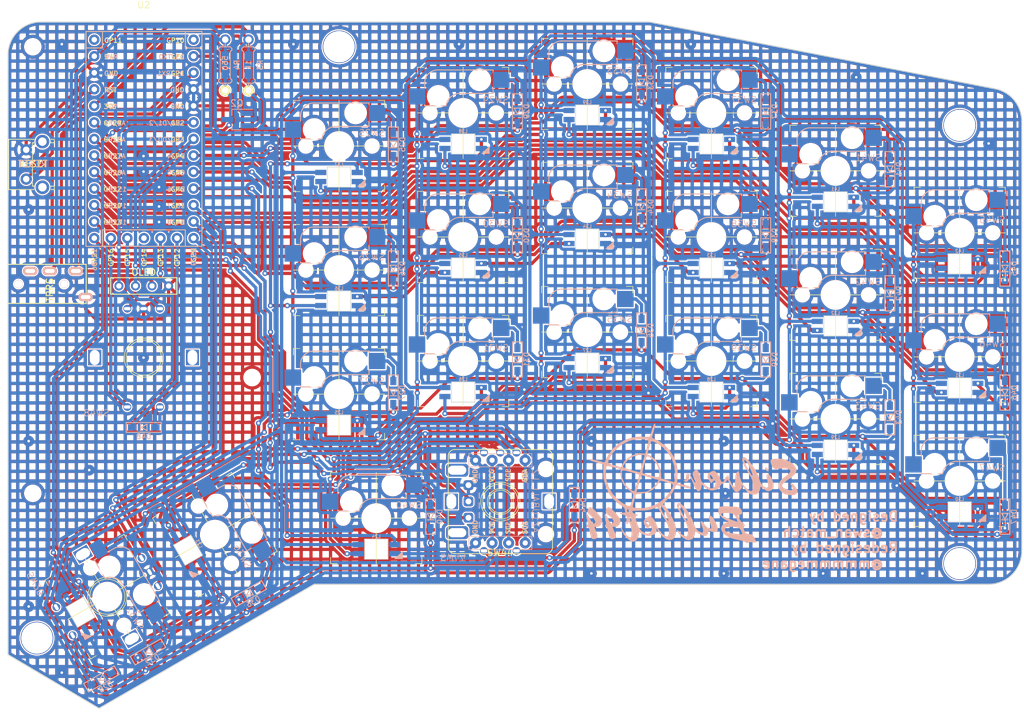
<source format=kicad_pcb>
(kicad_pcb (version 20240108) (generator "pcbnew") (generator_version "8.0")
  (layers (0 "F.Cu" signal) (31 "B.Cu" signal) (34 "B.Paste" user) (35 "F.Paste" user) (36 "B.SilkS" user "B.Silkscreen") (37 "F.SilkS" user "F.Silkscreen") (38 "B.Mask" user) (39 "F.Mask" user) (44 "Edge.Cuts" user))
  (net 0 "")
  (net 1 "SDA_R")
  (net 2 "SCL_R")
  (net 3 "GNDR")
  (net 4 "Row5")
  (net 5 "Net-(D25-A)")
  (net 6 "Row6")
  (net 7 "Net-(D26-A)")
  (net 8 "Row7")
  (net 9 "Net-(D27-A)")
  (net 10 "Row8")
  (net 11 "Net-(D28-A)")
  (net 12 "Net-(D29-A)")
  (net 13 "Net-(D30-A)")
  (net 14 "Net-(D31-A)")
  (net 15 "Net-(D32-A)")
  (net 16 "Net-(D33-A)")
  (net 17 "Net-(D34-A)")
  (net 18 "Net-(D35-A)")
  (net 19 "Net-(D36-A)")
  (net 20 "Net-(D37-A)")
  (net 21 "Net-(D38-A)")
  (net 22 "Net-(D39-A)")
  (net 23 "Net-(D40-A)")
  (net 24 "Net-(D41-A)")
  (net 25 "Net-(D42-A)")
  (net 26 "Net-(D43-A)")
  (net 27 "Net-(D44-A)")
  (net 28 "Net-(D45-A)")
  (net 29 "Net-(D46-A)")
  (net 30 "Net-(D47-A)")
  (net 31 "Row9")
  (net 32 "Net-(D48-A)")
  (net 34 "DATA_R")
  (net 35 "Net-(L22-DOUT)")
  (net 36 "LED5V_R")
  (net 37 "Net-(L23-DOUT)")
  (net 38 "Net-(L24-DOUT)")
  (net 39 "Net-(L25-DOUT)")
  (net 40 "Net-(L26-DOUT)")
  (net 41 "Net-(L27-DOUT)")
  (net 42 "Net-(L28-DOUT)")
  (net 43 "Net-(L29-DOUT)")
  (net 44 "Net-(L30-DOUT)")
  (net 45 "Net-(L31-DOUT)")
  (net 46 "Net-(L32-DOUT)")
  (net 47 "Net-(L33-DOUT)")
  (net 48 "Net-(L34-DOUT)")
  (net 49 "Net-(L35-DOUT)")
  (net 50 "Net-(L36-DOUT)")
  (net 51 "Net-(L37-DOUT)")
  (net 52 "Net-(L38-DOUT)")
  (net 53 "Net-(L39-DOUT)")
  (net 54 "Net-(L40-DOUT)")
  (net 55 "Net-(L41-DOUT)")
  (net 57 "+3V3R")
  (net 58 "LED3.3V_R")
  (net 59 "RESET_R")
  (net 60 "Col7")
  (net 61 "RE4B")
  (net 62 "RE4A")
  (net 63 "Col8")
  (net 64 "Col9")
  (net 65 "Col10")
  (net 66 "Col11")
  (net 67 "RE5A")
  (net 68 "RE5B")
  (net 69 "Col12")
  (net 70 "RE6A")
  (net 71 "RE6B")
  (net 72 "Col13")
  (net 76 "+5VR")
  (footprint "taka_lib:MX1U_Hotswap" (layer "F.Cu") (at 165.731316 79.097179)
    (property "Reference" "SW38")
    (property "Value" "SW_Push")
  )
  (footprint "kbd_Parts:Diode_SMD" (layer "F.Cu") (at 135.965746 59.809134 90)
    (property "Reference" "D29")
    (property "Value" "D" (hide yes))
  )
  (footprint "kbd_Parts:OLED" (layer "F.Cu") (at 74.807429 86.618023)
    (property "Reference" "OLED_L2")
    (property "Value" "OLED" (hide yes))
  )
  (footprint "kbd_Parts:Diode_SMD" (layer "F.Cu") (at 94.741208 133.887802 30)
    (property "Reference" "D36")
    (property "Value" "D" (hide yes))
  )
  (footprint "taka_lib:MX1U_Hotswap" (layer "F.Cu") (at 108.581316 84.177178)
    (property "Reference" "SW26")
    (property "Value" "SW_Push")
  )
  (footprint "kbd_Parts:Diode_SMD" (layer "F.Cu") (at 155.015746 93.464134 90)
    (property "Reference" "D35")
    (property "Value" "D" (hide yes))
  )
  (footprint "taka_lib:MX1U_Hotswap" (layer "F.Cu") (at 165.731315 98.147178)
    (property "Reference" "SW39")
    (property "Value" "SW_Push")
  )
  (footprint "taka_lib:RP2040Promicro" (layer "F.Cu") (at 78.617429 64.293749)
    (property "Reference" "U2")
    (property "Value" "RP2040Promicro")
  )
  (footprint "kbd_Parts:Diode_SMD" (layer "F.Cu") (at 144.697172 120.252984 90)
    (property "Reference" "D44")
    (property "Value" "D" (hide yes))
  )
  (footprint "kbd_Parts:Diode_SMD" (layer "F.Cu") (at 155.015746 74.414134 90)
    (property "Reference" "D34")
    (property "Value" "D" (hide yes))
  )
  (footprint "kbd_Parts:Diode_SMD" (layer "F.Cu") (at 193.115746 106.799134 90)
    (property "Reference" "D43")
    (property "Value" "D" (hide yes))
  )
  (footprint "taka_lib:MX1U_Hotswap" (layer "F.Cu") (at 108.581316 65.127178)
    (property "Reference" "SW25")
    (property "Value" "SW_Push")
  )
  (footprint "kbd_Parts:Diode_SMD" (layer "F.Cu") (at 210.776915 102.988907 90)
    (property "Reference" "D46")
    (property "Value" "D" (hide yes))
  )
  (footprint "kbd_Parts:Diode_SMD" (layer "F.Cu") (at 72.119314 146.984688 30)
    (property "Reference" "D28")
    (property "Value" "D" (hide yes))
  )
  (footprint "taka_lib:MX1U_Hotswap" (layer "F.Cu") (at 114.296316 122.277178)
    (property "Reference" "SW40")
    (property "Value" "SW_Push")
  )
  (footprint "taka_lib:MX1U_Hotswap" (layer "F.Cu") (at 146.681317 74.652178)
    (property "Reference" "SW34")
    (property "Value" "SW_Push")
  )
  (footprint "taka_lib:EC12RE" (layer "F.Cu") (at 73.021316 134.342178 120)
    (property "Reference" "SW28")
    (property "Value" "RotaryEncoder_Switch")
  )
  (footprint "taka_lib:MX1U_Hotswap" (layer "F.Cu") (at 203.831315 116.562179)
    (property "Reference" "SW47")
    (property "Value" "SW_Push")
  )
  (footprint "kbd_Parts:Diode_SMD" (layer "F.Cu") (at 122.630746 122.039134 90)
    (property "Reference" "D40")
    (property "Value" "D" (hide yes))
  )
  (footprint "kbd_Parts:Diode_SMD" (layer "F.Cu") (at 174.065746 78.859134 90)
    (property "Reference" "D38")
    (property "Value" "D" (hide yes))
  )
  (footprint "kbd_Parts:Diode_SMD" (layer "F.Cu") (at 79.26307 142.817498 30)
    (property "Reference" "D32")
    (property "Value" "D" (hide yes))
  )
  (footprint "taka_lib:MX1U_Hotswap" (layer "F.Cu") (at 184.781315 68.937178)
    (property "Reference" "SW41")
    (property "Value" "SW_Push")
  )
  (footprint "kbd:HOLE" (layer "F.Cu") (at 203.831316 61.952178)
    (property "Reference" "Ref2")
    (property "Value" "Val**")
  )
  (footprint "MountingHole:MountingHole_2.2mm_M2" (layer "F.Cu") (at 95.246316 100.687178)
    (property "Reference" "J4" (hide yes))
    (property "Value" "Conn_01x01")
  )
  (footprint "MountingHole:MountingHole_2.2mm_M2" (layer "F.Cu") (at 61.591315 49.887179)
    (property "Reference" "J5" (hide yes))
    (property "Value" "Conn_01x01")
  )
  (footprint "Keebio-Parts.pretty-master:Resistor-Hybrid-Back" (layer "F.Cu") (at 94.69088 52.685125 90)
    (property "Reference" "R3")
    (property "Value" "1k")
  )
  (footprint "taka_lib:MX1U_Hotswap" (layer "F.Cu") (at 146.681316 55.602178)
    (property "Reference" "SW33")
    (property "Value" "SW_Push")
  )
  (footprint "taka_lib:MX1U_Hotswap" (layer "F.Cu") (at 127.631316 98.147178)
    (property "Reference" "SW31")
    (property "Value" "SW_Push")
  )
  (footprint "taka_lib:MX1U_Hotswap" (layer "F.Cu") (at 127.631316 79.097178)
    (property "Reference" "SW30")
    (property "Value" "SW_Push")
  )
  (footprint "THQWGD001:THQWGD001" (layer "F.Cu") (at 133.346316 119.737178)
    (property "Reference" "SW44")
    (property "Value" "RotaryEncoder_Switch" (hide yes))
  )
  (footprint "taka_lib:AZ1UBALL" (layer "F.Cu") (at 133.346316 119.737178 -90)
    (property "Reference" "AZ1UBALL_L2")
    (property "Value" "AZ1UBALL")
  )
  (footprint "kbd_Parts:Diode_SMD" (layer "F.Cu") (at 135.965746 97.909134 90)
    (property "Reference" "D31")
    (property "Value" "D" (hide yes))
  )
  (footprint "kbd_Parts:Diode_SMD" (layer "F.Cu") (at 210.776915 83.938892 90)
    (property "Reference" "D45")
    (property "Value" "D" (hide yes))
  )
  (footprint "taka_lib:MX1U_Hotswap" (layer "F.Cu") (at 89.531316 124.817178 -60)
    (property "Reference" "SW36")
    (property "Value" "SW_Push")
  )
  (footprint "kbd_Parts:Diode_SMD" (layer "F.Cu") (at 174.065746 59.809134 90)
    (property "Reference" "D37")
    (property "Value" "D" (hide yes))
  )
  (footprint "taka_lib:MX1U_Hotswap" (layer "F.Cu") (at 184.781315 107.037178)
    (property "Reference" "SW43")
    (property "Value" "SW_Push")
  )
  (footprint "kbd_Parts:Diode_SMD" (layer "F.Cu") (at 116.915746 102.989134 90)
    (property "Reference" "D27")
    (property "Value" "D" (hide yes))
  )
  (footprint "kbd_Parts:Diode_SMD" (layer "F.Cu") (at 155.015746 55.364134 90)
    (property "Reference" "D33")
    (property "Value" "D" (hide yes))
  )
  (footprint "kbd:HOLE" (layer "F.Cu") (at 203.831316 129.262178)
    (property "Reference" "Ref5")
    (property "Value" "Val**")
  )
  (footprint "taka_lib:MX1U_Hotswap" (layer "F.Cu") (at 165.731316 60.047179)
    (property "Reference" "SW37")
    (property "Value" "SW_Push")
  )
  (footprint "taka_lib:MX1U_Hotswap_RE" (layer "F.Cu") (at 73.021316 134.342178 -60)
    (property "Reference" "SW32")
    (property "Value" "SW_Push")
  )
  (footprint "MountingHole:MountingHole_2.2mm_M2" (layer "F.Cu") (at 61.591316 118.467178)
    (property "Reference" "J3" (hide yes))
    (property "Value" "Conn_01x01")
  )
  (footprint "taka_lib:MX1U_Hotswap" (layer "F.Cu") (at 184.781315 87.987178)
    (property "Reference" "SW42")
    (property "Value" "SW_Push")
  )
  (footprint "kbd_Parts:Diode_SMD" (layer "F.Cu") (at 193.115746 87.749134 90)
    (property "Reference" "D42")
    (property "Value" "D" (hide yes))
  )
  (footprint "taka_lib:MX1U_Hotswap" (layer "F.Cu") (at 127.631316 60.047178)
    (property "Reference" "SW29")
    (property "Value" "SW_Push")
  )
  (footprint "kbd_Parts:Diode_SMD" (layer "F.Cu") (at 116.915746 64.889134 90)
    (property "Reference" "D25")
    (property "Value" "D" (hide yes))
  )
  (footprint "Keebio-Parts.pretty-master:Resistor-Hybrid-Back" (layer "F.Cu") (at 91.119002 52.685125 90)
    (property "Reference" "R4")
    (property "Value" "560")
  )
  (footprint "kbd_Parts:Diode_SMD" (layer "F.Cu") (at 210.776915 122.038923 90)
    (property "Reference" "D47")
    (property "Value" "D" (hide yes))
  )
  (footprint "taka_lib:EC12RE" (layer "F.Cu") (at 133.346316 119.737178 180)
    (property "Reference" "SW44")
    (property "Value" "RotaryEncoder_Switch")
  )
  (footprint "kbd_Parts:Diode_SMD" (layer "F.Cu") (at 116.915746 83.939134 90)
    (property "Reference" "D26")
    (property "Value" "D" (hide yes))
  )
  (footprint "kbd:HOLE" (layer "F.Cu") (at 62.226316 140.692178)
    (property "Reference" "Ref3")
    (property "Value" "Val**")
  )
  (footprint "taka_lib:MX1U_Hotswap" (layer "F.Cu") (at 203.831315 78.462178)
    (property "Reference" "SW45")
    (property "Value" "SW_Push")
  )
  (footprint "kbd_Parts:Diode_SMD" (layer "F.Cu") (at 174.065746 97.909134 90)
    (property "Reference" "D39")
    (property "Value" "D" (hide yes))
  )
  (footprint "taka_lib:EC12RE" (layer "F.Cu") (at 78.617429 97.631332 180)
    (property "Reference" "SW48")
    (property "Value" "RotaryEncoder_Switch")
  )
  (footprint "taka_lib:MX1U_Hotswap" (layer "F.Cu") (at 108.581316 103.227178)
    (property "Reference" "SW27")
    (property "Value" "SW_Push")
  )
  (footprint "kbd_Parts:Diode_SMD" (layer "F.Cu") (at 78.617429 108.346724)
    (property "Reference" "D48")
    (property "Value" "D" (hide yes))
  )
  (footprint "taka_lib:MX1U_Hotswap" (layer "F.Cu") (at 203.831315 97.512179)
    (property "Reference" "SW46")
    (property "Value" "SW_Push")
  )
  (footprint "taka_lib:MX1U_Hotswap" (layer "F.Cu") (at 146.681317 93.702178)
    (property "Reference" "SW35")
    (property "Value" "SW_Push")
  )
  (footprint "kbd:HOLE" (layer "F.Cu") (at 108.581316 49.887178)
    (property "Reference" "Ref1")
    (property "Value" "Val**")
  )
  (footprint "kbd_Parts:Diode_SMD" (layer "F.Cu") (at 135.965746 78.859134 90)
    (property "Reference" "D30")
    (property "Value" "D" (hide yes))
  )
  (footprint "kbd_Parts:Diode_SMD" (layer "F.Cu") (at 193.115746 68.699134 90)
    (property "Reference" "D41")
    (property "Value" "D" (hide yes))
  )
  (footprint "kbd:YS-SK6812MINI-E" (layer "B.Cu") (at 203.831316 121.324691 180)
    (property "Reference" "L30")
    (property "Value" "YS-SK6812MINI-E" (hide yes))
    (fp_line (start 1.8 1.55) (end -1.8 1.55) (stroke (width 0.1)) (layer "Edge.Cuts"))
    (fp_line (start 1.8 -1.55) (end 1.8 1.55) (stroke (width 0.1)) (layer "Edge.Cuts"))
    (fp_line (start -1.8 1.55) (end -1.8 -1.55) (stroke (width 0.1)) (layer "Edge.Cuts"))
    (fp_line (start -1.8 -1.55) (end 1.8 -1.55) (stroke (width 0.1)) (layer "Edge.Cuts"))
  )
  (footprint "kbd:YS-SK6812MINI-E" (layer "B.Cu") (at 85.40686 127.198434 120)
    (property "Reference" "L23")
    (property "Value" "YS-SK6812MINI-E" (hide yes))
    (fp_line (start 1.8 -1.55) (end 1.8 1.55) (stroke (width 0.1)) (layer "Edge.Cuts"))
    (fp_line (start -1.8 -1.55) (end 1.8 -1.55) (stroke (width 0.1)) (layer "Edge.Cuts"))
    (fp_line (start 1.8 1.55) (end -1.8 1.55) (stroke (width 0.1)) (layer "Edge.Cuts"))
    (fp_line (start -1.8 1.55) (end -1.8 -1.55) (stroke (width 0.1)) (layer "Edge.Cuts"))
  )
  (footprint "kbd:YS-SK6812MINI-E" (layer "B.Cu") (at 127.631316 83.85969 180)
    (property "Reference" "L35")
    (property "Value" "YS-SK6812MINI-E" (hide yes))
    (fp_line (start 1.8 1.55) (end -1.8 1.55) (stroke (width 0.1)) (layer "Edge.Cuts"))
    (fp_line (start 1.8 -1.55) (end 1.8 1.55) (stroke (width 0.1)) (layer "Edge.Cuts"))
    (fp_line (start -1.8 1.55) (end -1.8 -1.55) (stroke (width 0.1)) (layer "Edge.Cuts"))
    (fp_line (start -1.8 -1.55) (end 1.8 -1.55) (stroke (width 0.1)) (layer "Edge.Cuts"))
  )
  (footprint "kbd:YS-SK6812MINI-E" (layer "B.Cu") (at 165.731316 64.80969 180)
    (property "Reference" "L40")
    (property "Value" "YS-SK6812MINI-E" (hide yes))
    (fp_line (start 1.8 1.55) (end -1.8 1.55) (stroke (width 0.1)) (layer "Edge.Cuts"))
    (fp_line (start 1.8 -1.55) (end 1.8 1.55) (stroke (width 0.1)) (layer "Edge.Cuts"))
    (fp_line (start -1.8 1.55) (end -1.8 -1.55) (stroke (width 0.1)) (layer "Edge.Cuts"))
    (fp_line (start -1.8 -1.55) (end 1.8 -1.55) (stroke (width 0.1)) (layer "Edge.Cuts"))
  )
  (footprint "Keebio-Parts.pretty-master:SOT-23_Handsoldering" (layer "B.Cu") (at 92.904941 61.06405 180)
    (property "Reference" "Q2")
    (property "Value" "BSS138")
  )
  (footprint "kbd:YS-SK6812MINI-E" (layer "B.Cu") (at 165.731316 83.85969 180)
    (property "Reference" "L33")
    (property "Value" "YS-SK6812MINI-E" (hide yes))
    (fp_line (start 1.8 1.55) (end -1.8 1.55) (stroke (width 0.1)) (layer "Edge.Cuts"))
    (fp_line (start 1.8 -1.55) (end 1.8 1.55) (stroke (width 0.1)) (layer "Edge.Cuts"))
    (fp_line (start -1.8 1.55) (end -1.8 -1.55) (stroke (width 0.1)) (layer "Edge.Cuts"))
    (fp_line (start -1.8 -1.55) (end 1.8 -1.55) (stroke (width 0.1)) (layer "Edge.Cuts"))
  )
  (footprint "kbd:YS-SK6812MINI-E" (layer "B.Cu") (at 184.781316 111.799691 180)
    (property "Reference" "L29")
    (property "Value" "YS-SK6812MINI-E" (hide yes))
    (fp_line (start 1.8 1.55) (end -1.8 1.55) (stroke (width 0.1)) (layer "Edge.Cuts"))
    (fp_line (start 1.8 -1.55) (end 1.8 1.55) (stroke (width 0.1)) (layer "Edge.Cuts"))
    (fp_line (start -1.8 1.55) (end -1.8 -1.55) (stroke (width 0.1)) (layer "Edge.Cuts"))
    (fp_line (start -1.8 -1.55) (end 1.8 -1.55) (stroke (width 0.1)) (layer "Edge.Cuts"))
  )
  (footprint "kbd:YS-SK6812MINI-E" (layer "B.Cu") (at 165.731316 102.909691 180)
    (property "Reference" "L28")
    (property "Value" "YS-SK6812MINI-E" (hide yes))
    (fp_line (start 1.8 1.55) (end -1.8 1.55) (stroke (width 0.1)) (layer "Edge.Cuts"))
    (fp_line (start 1.8 -1.55) (end 1.8 1.55) (stroke (width 0.1)) (layer "Edge.Cuts"))
    (fp_line (start -1.8 1.55) (end -1.8 -1.55) (stroke (width 0.1)) (layer "Edge.Cuts"))
    (fp_line (start -1.8 -1.55) (end 1.8 -1.55) (stroke (width 0.1)) (layer "Edge.Cuts"))
  )
  (footprint "kbd:YS-SK6812MINI-E" (layer "B.Cu") (at 146.681316 98.46469 180)
    (property "Reference" "L27")
    (property "Value" "YS-SK6812MINI-E" (hide yes))
    (fp_line (start 1.8 1.55) (end -1.8 1.55) (stroke (width 0.1)) (layer "Edge.Cuts"))
    (fp_line (start 1.8 -1.55) (end 1.8 1.55) (stroke (width 0.1)) (layer "Edge.Cuts"))
    (fp_line (start -1.8 1.55) (end -1.8 -1.55) (stroke (width 0.1)) (layer "Edge.Cuts"))
    (fp_line (start -1.8 -1.55) (end 1.8 -1.55) (stroke (width 0.1)) (layer "Edge.Cuts"))
  )
  (footprint "kbd:YS-SK6812MINI-E" (layer "B.Cu") (at 68.89686 136.723434 120)
    (property "Reference" "L22")
    (property "Value" "YS-SK6812MINI-E" (hide yes))
    (fp_line (start 1.8 -1.55) (end 1.8 1.55) (stroke (width 0.1)) (layer "Edge.Cuts"))
    (fp_line (start -1.8 -1.55) (end 1.8 -1.55) (stroke (width 0.1)) (layer "Edge.Cuts"))
    (fp_line (start 1.8 1.55) (end -1.8 1.55) (stroke (width 0.1)) (layer "Edge.Cuts"))
    (fp_line (start -1.8 1.55) (end -1.8 -1.55) (stroke (width 0.1)) (layer "Edge.Cuts"))
  )
  (footprint "kbd:YS-SK6812MINI-E" (layer "B.Cu") (at 114.296316 127.03969 180)
    (property "Reference" "L24")
    (property "Value" "YS-SK6812MINI-E" (hide yes))
    (fp_line (start 1.8 1.55) (end -1.8 1.55) (stroke (width 0.1)) (layer "Edge.Cuts"))
    (fp_line (start 1.8 -1.55) (end 1.8 1.55) (stroke (width 0.1)) (layer "Edge.Cuts"))
    (fp_line (start -1.8 1.55) (end -1.8 -1.55) (stroke (width 0.1)) (layer "Edge.Cuts"))
    (fp_line (start -1.8 -1.55) (end 1.8 -1.55) (stroke (width 0.1)) (layer "Edge.Cuts"))
  )
  (footprint "kbd:YS-SK6812MINI-E" (layer "B.Cu") (at 184.781316 92.749691 180)
    (property "Reference" "L32")
    (property "Value" "YS-SK6812MINI-E" (hide yes))
    (fp_line (start 1.8 1.55) (end -1.8 1.55) (stroke (width 0.1)) (layer "Edge.Cuts"))
    (fp_line (start 1.8 -1.55) (end 1.8 1.55) (stroke (width 0.1)) (layer "Edge.Cuts"))
    (fp_line (start -1.8 1.55) (end -1.8 -1.55) (stroke (width 0.1)) (layer "Edge.Cuts"))
    (fp_line (start -1.8 -1.55) (end 1.8 -1.55) (stroke (width 0.1)) (layer "Edge.Cuts"))
  )
  (footprint "kbd:YS-SK6812MINI-E" (layer "B.Cu") (at 108.581316 69.88969 180)
    (property "Reference" "L37")
    (property "Value" "YS-SK6812MINI-E" (hide yes))
    (fp_line (start 1.8 1.55) (end -1.8 1.55) (stroke (width 0.1)) (layer "Edge.Cuts"))
    (fp_line (start 1.8 -1.55) (end 1.8 1.55) (stroke (width 0.1)) (layer "Edge.Cuts"))
    (fp_line (start -1.8 1.55) (end -1.8 -1.55) (stroke (width 0.1)) (layer "Edge.Cuts"))
    (fp_line (start -1.8 -1.55) (end 1.8 -1.55) (stroke (width 0.1)) (layer "Edge.Cuts"))
  )
  (footprint "kbd:YS-SK6812MINI-E" (layer "B.Cu") (at 146.681316 60.36469 180)
    (property "Reference" "L39")
    (property "Value" "YS-SK6812MINI-E" (hide yes))
    (fp_line (start 1.8 1.55) (end -1.8 1.55) (stroke (width 0.1)) (layer "Edge.Cuts"))
    (fp_line (start 1.8 -1.55) (end 1.8 1.55) (stroke (width 0.1)) (layer "Edge.Cuts"))
    (fp_line (start -1.8 1.55) (end -1.8 -1.55) (stroke (width 0.1)) (layer "Edge.Cuts"))
    (fp_line (start -1.8 -1.55) (end 1.8 -1.55) (stroke (width 0.1)) (layer "Edge.Cuts"))
  )
  (footprint "kbd:YS-SK6812MINI-E" (layer "B.Cu") (at 203.831316 102.274691 180)
    (property "Reference" "L31")
    (property "Value" "YS-SK6812MINI-E" (hide yes))
    (fp_line (start 1.8 1.55) (end -1.8 1.55) (stroke (width 0.1)) (layer "Edge.Cuts"))
    (fp_line (start 1.8 -1.55) (end 1.8 1.55) (stroke (width 0.1)) (layer "Edge.Cuts"))
    (fp_line (start -1.8 1.55) (end -1.8 -1.55) (stroke (width 0.1)) (layer "Edge.Cuts"))
    (fp_line (start -1.8 -1.55) (end 1.8 -1.55) (stroke (width 0.1)) (layer "Edge.Cuts"))
  )
  (footprint "kbd:YS-SK6812MINI-E" (layer "B.Cu") (at 146.681316 79.41469 180)
    (property "Reference" "L34")
    (property "Value" "YS-SK6812MINI-E" (hide yes))
    (fp_line (start 1.8 1.55) (end -1.8 1.55) (stroke (width 0.1)) (layer "Edge.Cuts"))
    (fp_line (start 1.8 -1.55) (end 1.8 1.55) (stroke (width 0.1)) (layer "Edge.Cuts"))
    (fp_line (start -1.8 1.55) (end -1.8 -1.55) (stroke (width 0.1)) (layer "Edge.Cuts"))
    (fp_line (start -1.8 -1.55) (end 1.8 -1.55) (stroke (width 0.1)) (layer "Edge.Cuts"))
  )
  (footprint "kbd_Parts:TRRS_MJ-4PP-9" (layer "B.Cu") (at 63.89316 86.325344 -90)
    (property "Reference" "JACK2")
    (property "Value" "MJ-4PP-9" (hide yes))
  )
  (footprint "kbd:YS-SK6812MINI-E" (layer "B.Cu") (at 203.831316 83.224691 180)
    (property "Reference" "L42")
    (property "Value" "YS-SK6812MINI-E" (hide yes))
    (fp_line (start 1.8 1.55) (end -1.8 1.55) (stroke (width 0.1)) (layer "Edge.Cuts"))
    (fp_line (start 1.8 -1.55) (end 1.8 1.55) (stroke (width 0.1)) (layer "Edge.Cuts"))
    (fp_line (start -1.8 1.55) (end -1.8 -1.55) (stroke (width 0.1)) (layer "Edge.Cuts"))
    (fp_line (start -1.8 -1.55) (end 1.8 -1.55) (stroke (width 0.1)) (layer "Edge.Cuts"))
  )
  (footprint "kbd:YS-SK6812MINI-E" (layer "B.Cu") (at 127.631316 102.90969 180)
    (property "Reference" "L26")
    (property "Value" "YS-SK6812MINI-E" (hide yes))
    (fp_line (start 1.8 1.55) (end -1.8 1.55) (stroke (width 0.1)) (layer "Edge.Cuts"))
    (fp_line (start 1.8 -1.55) (end 1.8 1.55) (stroke (width 0.1)) (layer "Edge.Cuts"))
    (fp_line (start -1.8 1.55) (end -1.8 -1.55) (stroke (width 0.1)) (layer "Edge.Cuts"))
    (fp_line (start -1.8 -1.55) (end 1.8 -1.55) (stroke (width 0.1)) (layer "Edge.Cuts"))
  )
  (footprint "kbd:YS-SK6812MINI-E" (layer "B.Cu") (at 108.581316 107.98969 180)
    (property "Reference" "L25")
    (property "Value" "YS-SK6812MINI-E" (hide yes))
    (fp_line (start 1.8 1.55) (end -1.8 1.55) (stroke (width 0.1)) (layer "Edge.Cuts"))
    (fp_line (start 1.8 -1.55) (end 1.8 1.55) (stroke (width 0.1)) (layer "Edge.Cuts"))
    (fp_line (start -1.8 1.55) (end -1.8 -1.55) (stroke (width 0.1)) (layer "Edge.Cuts"))
    (fp_line (start -1.8 -1.55) (end 1.8 -1.55) (stroke (width 0.1)) (layer "Edge.Cuts"))
  )
  (footprint "footprints:silverbullet" (layer "B.Cu") (at 162.581316 116.631332 180)
    (property "Reference" "G*2" (hide yes))
    (property "Value" "LOGO" (hide yes))
  )
  (footprint "Button_Switch_THT:SW_Tactile_SPST_Angled_PTS645Vx39-2LFS" (layer "B.Cu") (at 60.575316 70.207178 -90)
    (property "Reference" "RESET_SW2" (hide yes))
    (property "Value" "SW_Push")
  )
  (footprint "kbd:YS-SK6812MINI-E" (layer "B.Cu") (at 108.581316 88.93969 180)
    (property "Reference" "L36")
    (property "Value" "YS-SK6812MINI-E" (hide yes))
    (fp_line (start 1.8 1.55) (end -1.8 1.55) (stroke (width 0.1)) (layer "Edge.Cuts"))
    (fp_line (start 1.8 -1.55) (end 1.8 1.55) (stroke (width 0.1)) (layer "Edge.Cuts"))
    (fp_line (start -1.8 1.55) (end -1.8 -1.55) (stroke (width 0.1)) (layer "Edge.Cuts"))
    (fp_line (start -1.8 -1.55) (end 1.8 -1.55) (stroke (width 0.1)) (layer "Edge.Cuts"))
  )
  (footprint "kbd:YS-SK6812MINI-E" (layer "B.Cu") (at 127.631316 64.80969 180)
    (property "Reference" "L38")
    (property "Value" "YS-SK6812MINI-E" (hide yes))
    (fp_line (start 1.8 1.55) (end -1.8 1.55) (stroke (width 0.1)) (layer "Edge.Cuts"))
    (fp_line (start 1.8 -1.55) (end 1.8 1.55) (stroke (width 0.1)) (layer "Edge.Cuts"))
    (fp_line (start -1.8 1.55) (end -1.8 -1.55) (stroke (width 0.1)) (layer "Edge.Cuts"))
    (fp_line (start -1.8 -1.55) (end 1.8 -1.55) (stroke (width 0.1)) (layer "Edge.Cuts"))
  )
  (footprint "kbd:YS-SK6812MINI-E" (layer "B.Cu") (at 184.781316 73.699691 180)
    (property "Reference" "L41")
    (property "Value" "YS-SK6812MINI-E" (hide yes))
    (fp_line (start 1.8 1.55) (end -1.8 1.55) (stroke (width 0.1)) (layer "Edge.Cuts"))
    (fp_line (start 1.8 -1.55) (end 1.8 1.55) (stroke (width 0.1)) (layer "Edge.Cuts"))
    (fp_line (start -1.8 1.55) (end -1.8 -1.55) (stroke (width 0.1)) (layer "Edge.Cuts"))
    (fp_line (start -1.8 -1.55) (end 1.8 -1.55) (stroke (width 0.1)) (layer "Edge.Cuts"))
  )
  (gr_line (start 156.206316 46.077178) (end 209.517415 56.391117) (stroke (width 0.15)) (layer "Edge.Cuts"))
  (gr_arc (start 213.356316 127.357179) (mid 211.868409 130.949288) (end 208.276316 132.437179) (stroke (width 0.15)) (layer "Edge.Cuts"))
  (gr_line (start 71.751316 151.487179) (end 57.781316 143.232178) (stroke (width 0.15)) (layer "Edge.Cuts"))
  (gr_line (start 213.356316 61.317178) (end 213.356316 127.357179) (stroke (width 0.15)) (layer "Edge.Cuts"))
  (gr_arc (start 209.517415 56.391117) (mid 212.28323 58.194568) (end 213.356316 61.317178) (stroke (width 0.15)) (layer "Edge.Cuts"))
  (gr_arc (start 57.781316 51.157178) (mid 59.269192 47.565056) (end 62.861316 46.077178) (stroke (width 0.15)) (layer "Edge.Cuts"))
  (gr_line (start 104.771316 132.437178) (end 71.751316 151.487179) (stroke (width 0.15)) (layer "Edge.Cuts"))
  (gr_line (start 57.781316 143.232178) (end 57.781316 51.157178) (stroke (width 0.15)) (layer "Edge.Cuts"))
  (gr_line (start 62.861316 46.077178) (end 156.206316 46.077178) (stroke (width 0.15)) (layer "Edge.Cuts"))
  (gr_line (start 208.276316 132.437179) (end 104.771316 132.437178) (stroke (width 0.15)) (layer "Edge.Cuts"))
  (gr_text "Designed by\n  @swan_match\nRedesigned by\n  @mmmmmegane" (at 194.581316 125.631332 0) (layer "B.SilkS") (effects (font (size 1.5 1.5) (thickness 0.3)) (justify left mirror)))
  (segment (start 97.221316 94.82841) (end 99.527576 97.13467) (width 0.5) (layer "F.Cu") (net 1))
  (segment (start 92.019234 80.68846) (end 97.221316 85.890542) (width 0.5) (layer "F.Cu") (net 1))
  (segment (start 99.527576 97.13467) (end 99.527576 102.549561) (width 0.5) (layer "F.Cu") (net 1))
  (segment (start 103.643488 106.665473) (end 103.643488 110.006894) (width 0.5) (layer "F.Cu") (net 1))
  (segment (start 97.221316 85.890542) (end 97.221316 94.82841) (width 0.5) (layer "F.Cu") (net 1))
  (segment (start 103.643488 110.006894) (end 106.821314 113.18472) (width 0.5) (layer "F.Cu") (net 1))
  (segment (start 74.81243 80.68846) (end 92.019234 80.68846) (width 0.5) (layer "F.Cu") (net 1))
  (segment (start 99.527576 102.549561) (end 103.643488 106.665473) (width 0.5) (layer "F.Cu") (net 1))
  (via (at 106.821314 113.18472) (size 0.8) (drill 0.4) (layers "F.Cu" "B.Cu") (net 1))
  (via (at 74.81243 80.68846) (size 0.8) (drill 0.4) (layers "F.Cu" "B.Cu") (net 1))
  (segment (start 76.416287 61.499749) (end 86.262429 61.499749) (width 0.5) (layer "B.Cu") (net 1))
  (segment (start 137.156316 113.387178) (end 137.156316 112.062253) (width 0.5) (layer "B.Cu") (net 1))
  (segment (start 137.156316 112.062253) (end 133.564221 108.470159) (width 0.5) (layer "B.Cu") (net 1))
  (segment (start 120.987155 108.470159) (end 115.722594 113.73472) (width 0.5) (layer "B.Cu") (net 1))
  (segment (start 137.156316 113.387178) (end 137.156316 126.087178) (width 0.5) (layer "B.Cu") (net 1))
  (segment (start 106.821314 113.386801) (end 106.821314 113.18472) (width 0.5) (layer "B.Cu") (net 1))
  (segment (start 107.469234 114.034721) (end 106.821314 113.386801) (width 0.5) (layer "B.Cu") (net 1))
  (segment (start 133.564221 108.470159) (end 120.987155 108.470159) (width 0.5) (layer "B.Cu") (net 1))
  (segment (start 74.81243 80.68846) (end 74.81243 63.103606) (width 0.5) (layer "B.Cu") (net 1))
  (segment (start 74.807429 86.618023) (end 74.81243 86.613022) (width 0.5) (layer "B.Cu") (net 1))
  (segment (start 108.173398 114.034721) (end 107.469234 114.034721) (width 0.5) (layer "B.Cu") (net 1))
  (segment (start 108.473399 113.73472) (end 108.173398 114.034721) (width 0.5) (layer "B.Cu") (net 1))
  (segment (start 115.722594 113.73472) (end 108.473399 113.73472) (width 0.5) (layer "B.Cu") (net 1))
  (segment (start 74.81243 63.103606) (end 76.416287 61.499749) (width 0.5) (layer "B.Cu") (net 1))
  (segment (start 74.81243 86.613022) (end 74.81243 80.68846) (width 0.5) (layer "B.Cu") (net 1))
  (segment (start 104.529234 113.68846) (end 106.275495 115.434721) (width 0.5) (layer "F.Cu") (net 2))
  (segment (start 98.012488 110.68846) (end 98.012488 108.105631) (width 0.5) (layer "F.Cu") (net 2))
  (segment (start 98.012488 114.479633) (end 98.80366 113.688461) (width 0.5) (layer "F.Cu") (net 2))
  (segment (start 93.604036 83.475344) (end 94.022363 83.893672) (width 0.5) (layer "F.Cu") (net 2))
  (segment (start 98.80366 113.688461) (end 104.529234 113.68846) (width 0.5) (layer "F.Cu") (net 2))
  (segment (start 77.352429 83.475344) (end 93.604036 83.475344) (width 0.5) (layer "F.Cu") (net 2))
  (via (at 98.012488 108.105631) (size 0.8) (drill 0.4) (layers "F.Cu" "B.Cu") (net 2))
  (via (at 94.022363 83.893672) (size 0.8) (drill 0.4) (layers "F.Cu" "B.Cu") (net 2))
  (via (at 77.352429 83.475344) (size 0.8) (drill 0.4) (layers "F.Cu" "B.Cu") (net 2))
  (via (at 106.275495 115.434721) (size 0.8) (drill 0.4) (layers "F.Cu" "B.Cu") (net 2))
  (via (at 98.012488 114.479633) (size 0.8) (drill 0.4) (layers "F.Cu" "B.Cu") (net 2))
  (via (at 98.012488 110.68846) (size 0.8) (drill 0.4) (layers "F.Cu" "B.Cu") (net 2))
  (segment (start 77.347429 86.618023) (end 77.347429 83.480344) (width 0.5) (layer "B.Cu") (net 2))
  (segment (start 134.616316 126.087178) (end 134.616316 113.387178) (width 0.5) (layer "B.Cu") (net 2))
  (segment (start 77.352429 83.475344) (end 77.352429 72.949749) (width 0.5) (layer "B.Cu") (net 2))
  (segment (start 109.053299 115.13472) (end 116.302494 115.13472) (width 0.5) (layer "B.Cu") (net 2))
  (segment (start 77.352429 83.475344) (end 77.352429 86.613023) (width 0.5) (layer "B.Cu") (net 2))
  (segment (start 121.267055 110.170159) (end 132.764223 110.170159) (width 0.5) (layer "B.Cu") (net 2))
  (segment (start 97.221316 93.336378) (end 97.227576 93.330118) (width 0.5) (layer "B.Cu") (net 2))
  (segment (start 116.302494 115.13472) (end 121.267055 110.170159) (width 0.5) (layer "B.Cu") (net 2))
  (segment (start 77.347429 83.480344) (end 77.352429 83.475344) (width 0.5) (layer "B.Cu") (net 2))
  (segment (start 96.521315 90.279366) (end 96.521316 86.392624) (width 0.5) (layer "B.Cu") (net 2))
  (segment (start 97.227576 90.985627) (end 96.521315 90.279366) (width 0.5) (layer "B.Cu") (net 2))
  (segment (start 96.521316 86.392624) (end 94.022363 83.893672) (width 0.5) (layer "B.Cu") (net 2))
  (segment (start 77.352429 72.949749) (end 86.262429 64.039749) (width 0.5) (layer "B.Cu") (net 2))
  (segment (start 77.352429 86.613023) (end 77.347429 86.618023) (width 0.5) (layer "B.Cu") (net 2))
  (segment (start 98.012488 108.105631) (end 98.012488 94.831714) (width 0.5) (layer "B.Cu") (net 2))
  (segment (start 98.012488 114.479633) (end 98.012488 110.68846) (width 0.5) (layer "B.Cu") (net 2))
  (segment (start 106.275495 115.434721) (end 108.753297 115.434721) (width 0.5) (layer "B.Cu") (net 2))
  (segment (start 108.753297 115.434721) (end 109.053299 115.13472) (width 0.5) (layer "B.Cu") (net 2))
  (segment (start 97.221316 94.040542) (end 97.221316 93.336378) (width 0.5) (layer "B.Cu") (net 2))
  (segment (start 132.764223 110.170159) (end 134.616316 112.022253) (width 0.5) (layer "B.Cu") (net 2))
  (segment (start 98.012488 94.831714) (end 97.221316 94.040542) (width 0.5) (layer "B.Cu") (net 2))
  (segment (start 97.227576 93.330118) (end 97.227576 90.985627) (width 0.5) (layer "B.Cu") (net 2))
  (segment (start 134.616316 112.022253) (end 134.616316 113.387178) (width 0.5) (layer "B.Cu") (net 2))
  (segment (start 81.427429 91.68846) (end 82.427429 90.68846) (width 0.5) (layer "F.Cu") (net 3))
  (segment (start 69.69316 90.154044) (end 71.227576 91.68846) (width 0.5) (layer "F.Cu") (net 3))
  (segment (start 71.022429 53.879748) (end 60.575316 64.326861) (width 0.5) (layer "F.Cu") (net 3))
  (segment (start 192.98069 116.085793) (end 194.171315 117.276419) (width 0.5) (layer "F.Cu") (net 3))
  (segment (start 98.921316 63.698249) (end 94.182815 58.959748) (width 0.5) (layer "F.Cu") (net 3))
  (segment (start 129.581316 107.235082) (end 128.581316 107.235082) (width 0.5) (layer "F.Cu") (net 3))
  (segment (start 129.581316 107.235082) (end 134.277939 102.538459) (width 0.5) (layer "F.Cu") (net 3))
  (segment (start 160.077915 107.070159) (end 174.440064 107.070159) (width 0.5) (layer "F.Cu") (net 3))
  (segment (start 78.592429 91.323607) (end 78.227576 91.68846) (width 0.5) (layer "F.Cu") (net 3))
  (segment (start 131.748828 110.63969) (end 133.321316 112.212178) (width 0.5) (layer "F.Cu") (net 3))
  (segment (start 71.227576 91.68846) (end 78.227576 91.68846) (width 0.5) (layer "F.Cu") (net 3))
  (segment (start 78.592429 90.106332) (end 78.592429 91.323607) (width 0.5) (layer "F.Cu") (net 3))
  (segment (start 99.678492 110.78472) (end 101.393472 110.78472) (width 0.5) (layer "F.Cu") (net 3))
  (segment (start 69.69316 88.325344) (end 69.69316 90.154044) (width 0.5) (layer "F.Cu") (net 3))
  (segment (start 129.536316 107.280082) (end 129.581316 107.235082) (width 0.5) (layer "F.Cu") (net 3))
  (segment (start 129.536316 109.63969) (end 129.536316 108.127178) (width 0.5) (layer "F.Cu") (net 3))
  (segment (start 129.536316 113.387178) (end 129.536316 111.63969) (width 0.5) (layer "F.Cu") (net 3))
  (segment (start 98.921316 107.68846) (end 98.921316 110.027544) (width 0.5) (layer "F.Cu") (net 3))
  (segment (start 98.921316 64.634188) (end 98.921316 63.698249) (width 0.5) (layer "F.Cu") (net 3))
  (segment (start 129.536316 110.63969) (end 129.536316 109.63969) (width 0.5) (layer "F.Cu") (net 3))
  (segment (start 98.921316 110.027544) (end 99.678492 110.78472) (width 0.5) (layer "F.Cu") (net 3))
  (segment (start 94.182815 58.959748) (end 86.262429 58.959748) (width 0.5) (layer "F.Cu") (net 3))
  (segment (start 174.440064 107.070159) (end 175.121316 107.751411) (width 0.5) (layer "F.Cu") (net 3))
  (segment (start 128.64422 107.235082) (end 129.536316 108.127178) (width 0.5) (layer "F.Cu") (net 3))
  (segment (start 114.500662 110.78472) (end 118.0503 107.235082) (width 0.5) (layer "F.Cu") (net 3))
  (segment (start 82.427429 90.68846) (end 82.427429 86.618023) (width 0.5) (layer "F.Cu") (net 3))
  (segment (start 118.0503 107.235082) (end 128.581316 107.235082) (width 0.5) (layer "F.Cu") (net 3))
  (segment (start 128.64422 107.235082) (end 128.689219 107.280083) (width 0.5) (layer "F.Cu") (net 3))
  (segment (start 128.581316 107.235082) (end 128.64422 107.235082) (width 0.5) (layer "F.Cu") (net 3))
  (segment (start 181.118458 116.085793) (end 192.98069 116.085793) (width 0.5) (layer "F.Cu") (net 3))
  (segment (start 130.781316 110.63969) (end 130.536315 110.63969) (width 0.5) (layer "F.Cu") (net 3))
  (segment (start 128.689219 107.280083) (end 129.536316 107.280082) (width 0.5) (layer "F.Cu") (net 3))
  (segment (start 129.536316 111.63969) (end 129.536316 110.63969) (width 0.5) (layer "F.Cu") (net 3))
  (segment (start 134.277939 102.538459) (end 137.021316 102.538459) (width 0.5) (layer "F.Cu") (net 3))
  (segment (start 155.546215 102.538459) (end 156.071316 103.06356) (width 0.5) (layer "F.Cu") (net 3))
  (segment (start 78.227576 91.68846) (end 81.427429 91.68846) (width 0.5) (layer "F.Cu") (net 3))
  (segment (start 137.021316 102.538459) (end 155.546215 102.538459) (width 0.5) (layer "F.Cu") (net 3))
  (segment (start 60.575316 64.326861) (end 60.575316 65.707178) (width 0.5) (layer "F.Cu") (net 3))
  (segment (start 156.071316 103.06356) (end 160.077915 107.070159) (width 0.5) (layer "F.Cu") (net 3))
  (segment (start 130.781316 110.63969) (end 129.536316 110.63969) (width 0.5) (layer "F.Cu") (net 3))
  (segment (start 129.536316 108.127178) (end 129.536316 107.280082) (width 0.5) (layer "F.Cu") (net 3))
  (segment (start 131.748828 110.63969) (end 130.781316 110.63969) (width 0.5) (layer "F.Cu") (net 3))
  (via (at 114.500662 110.78472) (size 0.8) (drill 0.4) (layers "F.Cu" "B.Cu") (net 3))
  (via (at 162.556259 49.490261) (size 0.8) (drill 0.4) (layers "F.Cu" "B.Cu") (net 3))
  (via (at 147.316259 130.770261) (size 0.8) (drill 0.4) (layers "F.Cu" "B.Cu") (net 3))
  (via (at 167.878266 118.467287) (size 0.8) (drill 0.4) (layers "F.Cu" "B.Cu") (net 3))
  (via (at 147.316259 110.450261) (size 0.8) (drill 0.4) (layers "F.Cu" "B.Cu") (net 3))
  (via (at 98.921316 64.634188) (size 0.8) (drill 0.4) (layers "F.Cu" "B.Cu") (net 3))
  (via (at 78.581316 97.631332) (size 0.8) (drill 0.4) (layers "F.Cu" "B.Cu") (net 3))
  (via (at 60.956259 135.850261) (size 0.8) (drill 0.4) (layers "F.Cu" "B.Cu") (net 3))
  (via (at 175.121316 107.751411) (size 0.8) (drill 0.4) (layers "F.Cu" "B.Cu") (net 3))
  (via (at 70.246934 114.895409) (size 0.8) (drill 0.4) (layers "F.Cu" "B.Cu") (net 3))
  (via (at 101.596259 49.490261) (size 0.8) (drill 0.4) (layers "F.Cu" "B.Cu") (net 3))
  (via (at 194.171315 117.276419) (size 0.8) (drill 0.4) (layers "F.Cu" "B.Cu") (net 3))
  (via (at 101.393472 110.78472) (size 0.8) (drill 0.4) (layers "F.Cu" "B.Cu") (net 3))
  (via (at 182.876259 130.770261) (size 0.8) (drill 0.4) (layers "F.Cu" "B.Cu") (net 3))
  (via (at 156.071316 103.06356) (size 0.8) (drill 0.4) (layers "F.Cu" "B.Cu") (net 3))
  (via (at 60.956259 110.450261) (size 0.8) (drill 0.4) (layers "F.Cu" "B.Cu") (net 3))
  (via (at 198.116259 130.770261) (size 0.8) (drill 0.4) (layers "F.Cu" "B.Cu") (net 3))
  (via (at 167.636259 110.450261) (size 0.8) (drill 0.4) (layers "F.Cu" "B.Cu") (net 3))
  (via (at 98.921316 110.027544) (size 0.8) (drill 0.4) (layers "F.Cu" "B.Cu") (net 3))
  (via (at 80.962568 71.43756) (size 0.8) (drill 0.4) (layers "F.Cu" "B.Cu") (net 3))
  (via (at 167.636259 130.770261) (size 0.8) (drill 0.4) (layers "F.Cu" "B.Cu") (net 3))
  (via (at 187.956259 54.570261) (size 0.8) (drill 0.4) (layers "F.Cu" "B.Cu") (net 3))
  (via (at 80.962568 74.414125) (size 0.8) (drill 0.4) (layers "F.Cu" "B.Cu") (net 3))
  (via (at 118.0503 107.235082) (size 0.8) (drill 0.4) (layers "F.Cu" "B.Cu") (net 3))
  (via (at 78.581316 69.056308) (size 0.8) (drill 0.4) (layers "F.Cu" "B.Cu") (net 3))
  (via (at 137.021316 102.538459) (size 0.8) (drill 0.4) (layers "F.Cu" "B.Cu") (net 3))
  (via (at 98.921316 107.68846) (size 0.8) (drill 0.4) (layers "F.Cu" "B.Cu") (net 3))
  (via (at 126.996259 49.490261) (size 0.8) (drill 0.4) (layers "F.Cu" "B.Cu") (net 3))
  (via (at 181.118458 116.085793) (size 0.8) (drill 0.4) (layers "F.Cu" "B.Cu") (net 3))
  (via (at 60.956259 74.890261) (size 0.8) (drill 0.4) (layers "F.Cu" "B.Cu") (net 3))
  (via (at 80.962568 76.795377) (size 0.8) (drill 0.4) (layers "F.Cu" "B.Cu") (net 3))
  (via (at 66.036259 49.490261) (size 0.8) (drill 0.4) (layers "F.Cu" "B.Cu") (net 3))
  (via (at 78.581316 66.675056) (size 0.8) (drill 0.4) (layers "F.Cu" "B.Cu") (net 3))
  (via (at 66.036259 146.010261) (size 0.8) (drill 0.4) (layers "F.Cu" "B.Cu") (net 3))
  (via (at 208.276259 64.730261) (size 0.8) (drill 0.4) (layers "F.Cu" "B.Cu") (net 3))
  (arc (start 130.536315 110.63969) (mid 129.829209 110.932584) (end 129.536316 111.63969) (width 0.5) (layer "F.Cu") (net 3))
  (arc (start 130.536315 110.63969) (mid 129.829209 110.346797) (end 129.536316 109.63969) (width 0.5) (layer "F.Cu") (net 3))
  (segment (start 137.021316 83.938891) (end 137.021316 84.534204) (width 0.5) (layer "B.Cu") (net 3))
  (segment (start 85.775553 140.755762) (end 85.417043 140.962748) (width 0.5) (layer "B.Cu") (net 3))
  (segment (start 194.171315 111.323289) (end 194.171315 112.513917) (width 0.5) (layer "B.Cu") (net 3))
  (segment (start 211.701915 120.848297) (end 211.701915 103.58422) (width 0.5) (layer "B.Cu") (net 3))
  (segment (start 156.071316 100.418513) (end 156.071316 100.607655) (width 0.5) (layer "B.Cu") (net 3))
  (segment (start 130.386316 118.467046) (end 130.386316 125.237178) (width 0.5) (layer "B.Cu") (net 3))
  (segment (start 116.717461 89.63969) (end 117.033021 89.63969) (width 0.5) (layer "B.Cu") (net 3))
  (segment (start 210.776915 102.97469) (end 211.687698 102.97469) (width 0.5) (layer "B.Cu") (net 3))
  (segment (start 137.021316 85.129517) (end 137.021316 85.724831) (width 0.5) (layer "B.Cu") (net 3))
  (segment (start 86.338071 140.257475) (end 86.283068 140.462748) (width 0.5) (layer "B.Cu") (net 3))
  (segment (start 130.431316 65.50969) (end 135.792979 65.50969) (width 0.5) (layer "B.Cu") (net 3))
  (segment (start 154.817493 80.11469) (end 155.818993 80.11469) (width 0.5) (layer "B.Cu") (net 3))
  (segment (start 155.818993 80.11469) (end 156.071316 80.367013) (width 0.5) (layer "B.Cu") (net 3))
  (segment (start 173.90522 103.60969) (end 173.95616 103.609691) (width 0.5) (layer "B.Cu") (net 3))
  (segment (start 168.531316 84.55969) (end 173.867509 84.55969) (width 0.5) (layer "B.Cu") (net 3))
  (segment (start 91.400963 137.50793) (end 91.479221 137.462748) (width 0.5) (layer "B.Cu") (net 3))
  (segment (start 173.867509 103.60969) (end 173.90522 103.60969) (width 0.5) (layer "B.Cu") (net 3))
  (segment (start 194.157107 93.44969) (end 194.171316 93.463899) (width 0.5) (layer "B.Cu") (net 3))
  (segment (start 135.767477 84.55969) (end 136.451488 84.55969) (width 0.5) (layer "B.Cu") (net 3))
  (segment (start 211.701915 102.988907) (end 211.701915 102.393594) (width 0.5) (layer "B.Cu") (net 3))
  (segment (start 175.121316 85.724831) (end 175.121316 84.534204) (width 0.5) (layer "B.Cu") (net 3))
  (segment (start 211.701915 102.393594) (end 211.701915 84.534204) (width 0.5) (layer "B.Cu") (net 3))
  (segment (start 98.921315 64.634189) (end 98.921316 64.634188) (width 0.5) (layer "B.Cu") (net 3))
  (segment (start 116.717461 89.63969) (end 117.718985 89.63969) (width 0.5) (layer "B.Cu") (net 3))
  (segment (start 211.701915 121.363923) (end 211.701915 120.848297) (width 0.5) (layer "B.Cu") (net 3))
  (segment (start 194.157091 112.49969) (end 194.171315 112.513917) (width 0.5) (layer "B.Cu") (net 3))
  (segment (start 77.981222 145.255821) (end 85.417043 140.962748) (width 0.5) (layer "B.Cu") (net 3))
  (segment (start 129.536316 126.087178) (end 127.883804 127.73969) (width 0.5) (layer "B.Cu") (net 3))
  (segment (start 86.200642 129.973305) (end 90.395162 137.238426) (width 0.5) (layer "B.Cu") (net 3))
  (segment (start 194.171316 75.072362) (end 193.498645 74.39969) (width 0.5) (layer "B.Cu") (net 3))
  (segment (start 194.171316 93.463899) (end 194.171316 92.273274) (width 0.5) (layer "B.Cu") (net 3))
  (segment (start 175.121316 66.674814) (end 173.956192 65.50969) (width 0.5) (layer "B.Cu") (net 3))
  (segment (start 98.921315 107.688459) (end 98.921315 64.634189) (width 0.5) (layer "B.Cu") (net 3))
  (segment (start 202.442533 125.610801) (end 210.776915 125.610801) (width 0.5) (layer "B.Cu") (net 3))
  (segment (start 98.921316 107.68846) (end 98.921315 107.688459) (width 0.5) (layer "B.Cu") (net 3))
  (segment (start 86.283068 140.462748) (end 87.149094 139.962748) (width 0.5) (layer "B.Cu") (net 3))
  (segment (start 117.971316 71.500547) (end 117.060459 70.58969) (width 0.5) (layer "B.Cu") (net 3))
  (segment (start 90.125658 138.244228) (end 89.74717 138.462748) (width 0.5) (layer "B.Cu") (net 3))
  (segment (start 87.050859 140.019464) (end 87.149094 139.962748) (width 0.5) (layer "B.Cu") (net 3))
  (segment (start 211.092401 83.92469) (end 211.701915 84.534204) (width 0.5) (layer "B.Cu") (net 3))
  (segment (start 149.481316 99.16469) (end 154.817493 99.16469) (width 0.5) (layer "B.Cu") (net 3))
  (segment (start 135.767477 84.55969) (end 135.805204 84.559691) (width 0.5) (layer "B.Cu") (net 3))
  (segment (start 187.581316 112.49969) (end 192.917525 112.49969) (width 0.5) (layer "B.Cu") (net 3))
  (segment (start 149.481316 61.06469) (end 155.223696 61.06469) (width 0.5) (layer "B.Cu") (net 3))
  (segment (start 130.386316 118.314726) (end 130.386316 118.467046) (width 0.5) (layer "B.Cu") (net 3))
  (segment (start 175.121316 107.751411) (end 175.121316 110.088651) (width 0.5) (layer "B.Cu") (net 3))
  (segment (start 156.071317 79.176387) (end 156.071316 61.91231) (width 0.5) (layer "B.Cu") (net 3))
  (segment (start 79.525657 130.558028) (end 80.959984 130.942354) (width 0.5) (layer "B.Cu") (net 3))
  (segment (start 129.219034 117.212178) (end 129.259931 117.212178) (width 0.5) (layer "B.Cu") (net 3))
  (segment (start 85.417043 140.962748) (end 86.283068 140.462748) (width 0.5) (layer "B.Cu") (net 3))
  (segment (start 210.776915 122.02469) (end 211.092369 122.02469) (width 0.5) (layer "B.Cu") (net 3))
  (segment (start 173.867509 84.55969) (end 175.095829 84.559692) (width 0.5) (layer "B.Cu") (net 3))
  (segment (start 71.029358 53.886678) (end 83.729358 53.886678) (width 0.5) (layer "B.Cu") (net 3))
  (segment (start 173.867509 103.60969) (end 175.095845 103.609693) (width 0.5) (layer "B.Cu") (net 3))
  (segment (start 149.481316 80.11469) (end 154.817493 80.11469) (width 0.5) (layer "B.Cu") (net 3))
  (segment (start 194.171316 94.626108) (end 194.171315 94.654525) (width 0.5) (layer "B.Cu") (net 3))
  (segment (start 173.956192 65.50969) (end 168.531316 65.50969) (width 0.5) (layer "B.Cu") (net 3))
  (segment (start 137.021316 66.738027) (end 137.021316 83.343578) (width 0.5) (layer "B.Cu") (net 3))
  (segment (start 130.386316 114.237178) (end 130.386316 116.085793) (width 0.5) (layer "B.Cu") (net 3))
  (segment (start 156.071316 98.226403) (end 156.071316 80.962326) (width 0.5) (layer "B.Cu") (net 3))
  (segment (start 71.022429 53.879749) (end 71.029358 53.886678) (width 0.5) (layer "B.Cu") (net 3))
  (segment (start 128.446316 117.212178) (end 129.219034 117.212178) (width 0.5) (layer "B.Cu") (net 3))
  (segment (start 86.045057 139.74996) (end 86.338071 140.257475) (width 0.5) (layer "B.Cu") (net 3))
  (segment (start 210.181601 122.02469) (end 210.776915 122.02469) (width 0.5) (layer "B.Cu") (net 3))
  (segment (start 83.729358 53.886678) (end 86.262429 56.419749) (width 0.5) (layer "B.Cu") (net 3))
  (segment (start 117.971316 88.701395) (end 117.971316 71.500547) (width 0.5) (layer "B.Cu") (net 3))
  (segment (start 101.393472 110.78472) (end 114.500662 110.78472) (width 0.5) (layer "B.Cu") (net 3))
  (segment (start 155.223696 61.06469) (end 156.071316 61.91231) (width 0.5) (layer "B.Cu") (net 3))
  (segment (start 155.818977 99.16469) (end 156.071316 99.417029) (width 0.5) (layer "B.Cu") (net 3))
  (segment (start 116.595692 108.68969) (end 111.381316 108.68969) (width 0.5) (layer "B.Cu") (net 3))
  (segment (start 135.792979 65.50969) (end 137.021316 66.738027) (width 0.5) (layer "B.Cu") (net 3))
  (segment (start 129.536316 113.387178) (end 130.386316 114.237178) (width 0.5) (layer "B.Cu") (net 3))
  (segment (start 89.74717 138.462748) (end 90.613195 137.962748) (width 0.5) (layer "B.Cu") (net 3))
  (segment (start 192.917525 112.49969) (end 192.966465 112.49969) (width 0.5) (layer "B.Cu") (net 3))
  (segment (start 173.867509 84.55969) (end 173.956176 84.55969) (width 0.5) (layer "B.Cu") (net 3))
  (segment (start 69.69316 55.209017) (end 69.69316 88.325344) (width 0.5) (layer "B.Cu") (net 3))
  (segment (start 117.060459 70.58969) (end 111.381316 70.58969) (width 0.5) (layer "B.Cu") (net 3))
  (segment (start 210.181601 122.02469) (end 211.687682 122.02469) (width 0.5) (layer "B.Cu") (net 3))
  (segment (start 192.917525 112.49969) (end 194.157091 112.49969) (width 0.5) (layer "B.Cu") (net 3))
  (segment (start 130.322075 117.212178) (end 130.386316 117.276419) (width 0.5) (layer "B.Cu") (net 3))
  (segment (start 194.171315 117.276419) (end 194.171315 113.704541) (width 0.5) (layer "B.Cu") (net 3))
  (segment (start 135.767477 84.55969) (end 136.99583 84.55969) (width 0.5) (layer "B.Cu") (net 3))
  (segment (start 71.022429 53.879748) (end 69.69316 55.209017) (width 0.5) (layer "B.Cu") (net 3))
  (segment (start 175.121316 103.58422) (end 175.121316 102.393594) (width 0.5) (layer "B.Cu") (net 3))
  (segment (start 211.701915 124.685801) (end 211.701915 122.634236) (width 0.5) (layer "B.Cu") (net 3))
  (segment (start 97.374664 134.059012) (end 91.479221 137.462748) (width 0.5) (layer "B.Cu") (net 3))
  (segment (start 137.021316 85.724831) (end 137.021316 102.538459) (width 0.5) (layer "B.Cu") (net 3))
  (segment (start 154.817493 80.11469) (end 155.22368 80.11469) (width 0.5) (layer "B.Cu") (net 3))
  (segment (start 175.121316 83.343578) (end 175.121316 66.674814) (width 0.5) (layer "B.Cu") (net 3))
  (segment (start 194.171316 111.260124) (end 194.171315 94.654525) (width 0.5) (layer "B.Cu") (net 3))
  (segment (start 80.959984 130.942354) (end 86.045057 139.74996) (width 0.5) (layer "B.Cu") (net 3))
  (segment (start 210.776915 122.02469) (end 211.041148 122.02469) (width 0.5) (layer "B.Cu") (net 3))
  (segment (start 194.171316 111.260124) (end 194.171315 111.323289) (width 0.5) (layer "B.Cu") (net 3))
  (segment (start 175.121316 107.751411) (end 175.121316 104.774846) (width 0.5) (layer "B.Cu") (net 3))
  (segment (start 192.917525 93.44969) (end 192.994899 93.44969) (width 0.5) (layer "B.Cu") (net 3))
  (segment (start 99.071316 132.36236) (end 97.374664 134.059012) (width 0.5) (layer "B.Cu") (net 3))
  (segment (start 135.950085 103.60969) (end 137.021316 102.538459) (width 0.5) (layer "B.Cu") (net 3))
  (segment (start 192.917525 93.44969) (end 194.157107 93.44969) (width 0.5) (layer "B.Cu") (net 3))
  (segment (start 194.171315 94.654525) (end 194.171316 93.463899) (width 0.5) (layer "B.Cu") (net 3))
  (segment (start 211.701915 122.038923) (end 211.701915 122.634236) (width 0.5) (layer "B.Cu") (net 3))
  (segment (start 154.817493 80.11469) (end 155.133013 80.11469) (width 0.5) (layer "B.Cu") (net 3))
  (segment (start 117.971316 90.487334) (end 117.971316 89.892021) (width 0.5) (layer "B.Cu") (net 3))
  (segment (start 135.805204 84.559691) (end 135.856176 84.559691) (width 0.5) (layer "B.Cu") (net 3))
  (segment (start 210.776915 102.97469) (end 211.120819 102.97469) (width 0.5) (layer "B.Cu") (net 3))
  (segment (start 156.071316 100.607655) (end 156.071316 99.417029) (width 0.5) (layer "B.Cu") (net 3))
  (segment (start 90.395162 137.238426) (end 90.676642 137.725965) (width 0.5) (layer "B.Cu") (net 3))
  (segment (start 137.021316 84.534204) (end 137.021316 85.129517) (width 0.5) (layer "B.Cu") (net 3))
  (segment (start 175.095845 103.609693) (end 175.121316 103.58422) (width 0.5) (layer "B.Cu") (net 3))
  (segment (start 127.883804 127.73969) (end 117.096316 127.73969) (width 0.5) (layer "B.Cu") (net 3))
  (segment (start 77.981222 145.255821) (end 72.105817 143.681511) (width 0.5) (layer "B.Cu") (net 3))
  (segment (start 86.26243 56.419748) (end 86.262429 58.959748) (width 0.5) (layer "B.Cu") (net 3))
  (segment (start 175.121316 104.774846) (end 175.121316 103.58422) (width 0.5) (layer "B.Cu") (net 3))
  (segment (start 98.921316 110.027544) (end 99.071316 110.177544) (width 0.5) (layer "B.Cu") (net 3))
  (segment (start 175.121316 102.393594) (end 175.121316 85.724831) (width 0.5) (layer "B.Cu") (net 3))
  (segment (start 211.701915 103.58422) (end 211.701915 102.988907) (width 0.5) (layer "B.Cu") (net 3))
  (segment (start 194.171316 117.339584) (end 202.442533 125.610801) (width 0.5) (layer "B.Cu") (net 3))
  (segment (start 194.171315 117.276419) (end 194.171316 117.339584) (width 0.5) (layer "B.Cu") (net 3))
  (segment (start 211.687698 102.97469) (end 211.701915 102.988907) (width 0.5) (layer "B.Cu") (net 3))
  (segment (start 154.817493 99.16469) (end 155.818977 99.16469) (width 0.5) (layer "B.Cu") (net 3))
  (segment (start 117.971316 107.156098) (end 117.971316 90.487334) (width 0.5) (layer "B.Cu") (net 3))
  (segment (start 156.071316 80.962326) (end 156.071316 80.367013) (width 0.5) (layer "B.Cu") (net 3))
  (segment (start 99.071316 110.177544) (end 99.071316 132.36236) (width 0.5) (layer "B.Cu") (net 3))
  (segment (start 187.581317 93.44969) (end 192.917525 93.44969) (width 0.5) (layer "B.Cu") (net 3))
  (segment (start 193.498645 74.39969) (end 187.581317 74.39969) (width 0.5) (layer "B.Cu") (net 3))
  (segment (start 117.033021 89.63969) (end 117.123672 89.63969) (width 0.5) (layer "B.Cu") (net 3))
  (segment (start 206.631315 122.02469) (end 210.181601 122.02469) (width 0.5) (layer "B.Cu") (net 3))
  (segment (start 210.776915 102.97469) (end 211.092385 102.97469) (width 0.5) (layer "B.Cu") (net 3))
  (segment (start 156.071316 80.367013) (end 156.071317 79.176387) (width 0.5) (layer "B.Cu") (net 3))
  (segment (start 117.718985 89.63969) (end 117.971316 89.892021) (width 0.5) (layer "B.Cu") (net 3))
  (segment (start 156.071316 103.06356) (end 156.071316 100.607655) (width 0.5) (layer "B.Cu") (net 3))
  (segment (start 130.431316 84.55969) (end 135.767477 84.55969) (width 0.5) (layer "B.Cu") (net 3))
  (segment (start 130.431316 103.60969) (end 135.950085 103.60969) (width 0.5) (layer "B.Cu") (net 3))
  (segment (start 90.613195 137.962748) (end 91.479221 137.462748) (width 0.5) (layer "B.Cu") (net 3))
  (segment (start 137.021316 83.343578) (end 137.021316 83.938891) (width 0.5) (layer "B.Cu") (net 3))
  (segment (start 175.095829 84.559692) (end 175.121316 84.534204) (width 0.5) (layer "B.Cu") (net 3))
  (segment (start 175.121316 83.87571) (end 175.121316 83.343578) (width 0.5) (layer "B.Cu") (net 3))
  (segment (start 156.071316 99.417029) (end 156.071316 98.226403) (width 0.5) (layer "B.Cu") (net 3))
  (segment (start 210.776915 125.610801) (end 211.701915 124.685801) (width 0.5) (layer "B.Cu") (net 3))
  (segment (start 129.219034 117.212178) (end 130.322075 117.212178) (width 0.5) (layer "B.Cu") (net 3))
  (segment (start 175.121316 83.87571) (end 175.121316 84.534204) (width 0.5) (layer "B.Cu") (net 3))
  (segment (start 72.105817 143.681511) (end 69.690642 139.498305) (width 0.5) (layer "B.Cu") (net 3))
  (segment (start 130.386316 117.276419) (end 130.386316 118.467046) (width 0.5) (layer "B.Cu") (net 3))
  (segment (start 135.767477 84.55969) (end 136.400516 84.55969) (width 0.5) (layer "B.Cu") (net 3))
  (segment (start 90.676642 137.725965) (end 90.613195 137.962748) (width 0.5) (layer "B.Cu") (net 3))
  (segment (start 206.631316 102.974691) (end 210.776915 102.97469) (width 0.5) (layer "B.Cu") (net 3))
  (segment (start 118.0503 107.235082) (end 116.595692 108.68969) (width 0.5) (layer "B.Cu") (net 3))
  (segment (start 194.171316 92.273274) (end 194.171316 75.072362) (width 0.5) (layer "B.Cu") (net 3))
  (segment (start 117.971316 89.892021) (end 117.971316 88.701395) (width 0.5) (layer "B.Cu") (net 3))
  (segment (start 173.905204 84.55969) (end 173.867509 84.55969) (width 0.5) (layer "B.Cu") (net 3))
  (segment (start 87.149094 139.962748) (end 89.74717 138.462748) (width 0.5) (layer "B.Cu") (net 3))
  (segment (start 168.531316 103.60969) (end 173.867509 103.60969) (width 0.5) (layer "B.Cu") (net 3))
  (segment (start 194.171315 113.704541) (end 194.171315 112.513917) (width 0.5) (layer "B.Cu") (net 3))
  (segment (start 154.817493 99.16469) (end 155.133029 99.16469) (width 0.5) (layer "B.Cu") (net 3))
  (segment (start 136.99583 84.55969) (end 137.021316 84.534204) (width 0.5) (layer "B.Cu") (net 3))
  (segment (start 175.121316 110.088651) (end 181.118458 116.085793) (width 0.5) (layer "B.Cu") (net 3))
  (segment (start 130.386316 125.237178) (end 129.536316 126.087178) (width 0.5) (layer "B.Cu") (net 3))
  (segment (start 206.631316 83.924691) (end 211.092401 83.92469) (width 0.5) (layer "B.Cu") (net 3))
  (segment (start 118.0503 107.235082) (end 117.971316 107.156098) (width 0.5) (layer "B.Cu") (net 3))
  (segment (start 192.917525 112.49969) (end 192.994915 112.49969) (width 0.5) (layer "B.Cu") (net 3))
  (segment (start 111.381316 89.63969) (end 116.717461 89.63969) (width 0.5) (layer "B.Cu") (net 3))
  (segment (start 211.701915 120.848297) (end 211.701915 122.038923) (width 0.5) (layer "B.Cu") (net 3))
  (segment (start 130.386316 116.085793) (end 130.386316 117.276419) (width 0.5) (layer "B.Cu") (net 3))
  (arc (start 135.805204 84.559691) (mid 136.665125 84.203499) (end 137.021316 83.343578) (width 0.5) (layer "B.Cu") (net 3))
  (arc (start 192.994899 93.44969) (mid 193.826751 93.105125) (end 194.171316 92.273274) (width 0.5) (layer "B.Cu") (net 3))
  (arc (start 154.817493 99.16469) (mid 155.704079 99.531926) (end 156.071316 100.418513) (width 0.5) (layer "B.Cu") (net 3))
  (arc (start 173.90522 103.60969) (mid 174.765129 103.253505) (end 175.121316 102.393594) (width 0.5) (layer "B.Cu") (net 3))
  (arc (start 90.395162 137.238426) (mid 90.842246 137.581486) (end 91.400963 137.50793) (width 0.5) (layer "B.Cu") (net 3))
  (arc (start 192.994915 112.49969) (mid 193.826756 112.15513) (end 194.171315 111.323289) (width 0.5) (layer "B.Cu") (net 3))
  (arc (start 211.041148 122.02469) (mid 211.508381 121.831156) (end 211.701915 121.363923) (width 0.5) (layer "B.Cu") (net 3))
  (arc (start 129.259931 117.212178) (mid 130.056405 116.882267) (end 130.386316 116.085793) (width 0.5) (layer "B.Cu") (net 3))
  (arc (start 86.045057 139.74996) (mid 86.492142 140.09302) (end 87.050859 140.019464) (width 0.5) (layer "B.Cu") (net 3))
  (arc (start 117.033021 89.63969) (mid 117.696496 89.36487) (end 117.971316 88.701395) (width 0.5) (layer "B.Cu") (net 3))
  (arc (start 192.994899 93.44969) (mid 193.826751 93.794255) (end 194.171316 94.626108) (width 0.5) (layer "B.Cu") (net 3))
  (arc (start 86.045057 139.74996) (mid 86.118613 140.308677) (end 85.775553 140.755762) (width 0.5) (layer "B.Cu") (net 3))
  (arc (start 211.092385 102.97469) (mid 211.523388 103.153217) (end 211.701915 103.58422) (width 0.5) (layer "B.Cu") (net 3))
  (arc (start 155.133013 80.11469) (mid 155.796493 79.839867) (end 156.071317 79.176387) (width 0.5) (layer "B.Cu") (net 3))
  (arc (start 136.400516 84.55969) (mid 136.839487 84.377862) (end 137.021316 83.938891) (width 0.5) (layer "B.Cu") (net 3))
  (arc (start 173.95616 103.609691) (mid 174.78005 103.950956) (end 175.121316 104.774846) (width 0.5) (layer "B.Cu") (net 3))
  (arc (start 173.956176 84.55969) (mid 174.780053 84.900952) (end 175.121316 85.724831) (width 0.5) (layer "B.Cu") (net 3))
  (arc (start 211.092369 122.02469) (mid 211.523383 122.203222) (end 211.701915 122.634236) (width 0.5) (layer "B.Cu") (net 3))
  (arc (start 155.22368 80.11469) (mid 155.823049 80.362957) (end 156.071316 80.962326) (width 0.5) (layer "B.Cu") (net 3))
  (arc (start 136.451488 84.55969) (mid 136.854418 84.726589) (end 137.021316 85.129517) (width 0.5) (layer "B.Cu") (net 3))
  (arc (start 211.120819 102.97469) (mid 211.531716 102.804491) (end 211.701915 102.393594) (width 0.5) (layer "B.Cu") (net 3))
  (arc (start 211.687682 122.02469) (mid 211.697746 122.028859) (end 211.701915 122.038923) (width 0.5) (layer "B.Cu") (net 3))
  (arc (start 173.905204 84.55969) (mid 174.765125 84.203499) (end 175.121316 83.343578) (width 0.5) (layer "B.Cu") (net 3))
  (arc (start 192.966465 112.49969) (mid 193.818423 112.852583) (end 194.171315 113.704541) (width 0.5) (layer "B.Cu") (net 3))
  (arc (start 117.123672 89.63969) (mid 117.723047 89.88796) (end 117.971316 90.487334) (width 0.5) (layer "B.Cu") (net 3))
  (arc (start 129.283522 117.211931) (mid 130.063315 117.534931) (end 130.386316 118.314726) (width 0.5) (layer "B.Cu") (net 3))
  (arc (start 90.395162 137.238426) (mid 90.468718 137.797143) (end 90.125658 138.244228) (width 0.5) (layer "B.Cu") (net 3))
  (arc (start 155.133029 99.16469) (mid 155.796498 98.889872) (end 156.071316 98.226403) (width 0.5) (layer "B.Cu") (net 3))
  (arc (start 135.856176 84.559691) (mid 136.680054 84.900952) (end 137.021316 85.724831) (width 0.5) (layer "B.Cu") (net 3))
  (segment (start 101.507772 65.484188) (end 103.889024 67.86544) (width 0.5) (layer "F.Cu") (net 4))
  (segment (start 187.902445 71.628737) (end 197.427446 81.153739) (width 0.5) (layer "F.Cu") (net 4))
  (segment (start 98.071316 65.484188) (end 101.507772 65.484188) (width 0.5) (layer "F.Cu") (net 4))
  (segment (start 137.087504 61.584134) (end 139.728954 61.584135) (width 0.5) (layer "F.Cu") (net 4))
  (segment (start 124.002195 62.705892) (end 135.965746 62.705892) (width 0.5) (layer "F.Cu") (net 4))
  (segment (start 169.700318 62.834551) (end 169.700318 62.738462) (width 0.5) (layer "F.Cu") (net 4))
  (segment (start 103.889024 67.86544) (end 116.915746 67.86544) (width 0.5) (layer "F.Cu") (net 4))
  (segment (start 155.085894 58.340432) (end 155.015746 58.340432) (width 0.5) (layer "F.Cu") (net 4))
  (segment (start 135.965746 62.705892) (end 137.087504 61.584134) (width 0.5) (layer "F.Cu") (net 4))
  (segment (start 119.122823 66.664134) (end 120.043954 66.664135) (width 0.5) (layer "F.Cu") (net 4))
  (segment (start 159.483924 62.738462) (end 155.085894 58.340432) (width 0.5) (layer "F.Cu") (net 4))
  (segment (start 116.915746 67.86544) (end 117.921517 67.86544) (width 0.5) (layer "F.Cu") (net 4))
  (segment (start 169.700318 62.738462) (end 159.483924 62.738462) (width 0.5) (layer "F.Cu") (net 4))
  (segment (start 210.776915 82.152952) (end 210.776915 85.72483) (width 0.5) (layer "F.Cu") (net 4))
  (segment (start 117.921517 67.86544) (end 119.122823 66.664134) (width 0.5) (layer "F.Cu") (net 4))
  (segment (start 120.043954 66.664135) (end 124.002195 62.705892) (width 0.5) (layer "F.Cu") (net 4))
  (segment (start 178.494504 71.628737) (end 169.700318 62.834551) (width 0.5) (layer "F.Cu") (net 4))
  (segment (start 209.777701 81.153738) (end 210.776915 82.152952) (width 0.5) (layer "F.Cu") (net 4))
  (segment (start 142.972656 58.340432) (end 155.015746 58.340432) (width 0.5) (layer "F.Cu") (net 4))
  (segment (start 139.728954 61.584135) (end 142.972656 58.340432) (width 0.5) (layer "F.Cu") (net 4))
  (segment (start 197.427446 81.153739) (end 209.777701 81.153738) (width 0.5) (layer "F.Cu") (net 4))
  (segment (start 93.989045 66.579749) (end 86.262429 66.579748) (width 0.5) (layer "F.Cu") (net 4))
  (segment (start 187.902445 71.628737) (end 178.494504 71.628737) (width 0.5) (layer "F.Cu") (net 4))
  (via (at 98.071316 65.484188) (size 0.8) (drill 0.4) (layers "F.Cu" "B.Cu") (net 4))
  (via (at 93.989045 66.579749) (size 0.8) (drill 0.4) (layers "F.Cu" "B.Cu") (net 4))
  (via (at 187.902445 71.628737) (size 0.8) (drill 0.4) (layers "F.Cu" "B.Cu") (net 4))
  (via (at 210.776915 85.72483) (size 0.8) (drill 0.4) (layers "F.Cu" "B.Cu") (net 4))
  (via (at 169.700318 62.738462) (size 0.8) (drill 0.4) (layers "F.Cu" "B.Cu") (net 4))
  (via (at 135.965746 62.705892) (size 0.8) (drill 0.4) (layers "F.Cu" "B.Cu") (net 4))
  (via (at 116.915746 67.86544) (size 0.8) (drill 0.4) (layers "F.Cu" "B.Cu") (net 4))
  (via (at 155.015746 58.340432) (size 0.8) (drill 0.4) (layers "F.Cu" "B.Cu") (net 4))
  (segment (start 98.071316 65.484188) (end 96.975756 66.579748) (width 0.5) (layer "B.Cu") (net 4))
  (segment (start 155.015746 57.139134) (end 155.015746 58.340432) (width 0.5) (layer "B.Cu") (net 4))
  (segment (start 193.115746 71.239097) (end 193.115746 70.474134) (width 0.5) (layer "B.Cu") (net 4))
  (segment (start 116.915746 67.86544) (end 116.915746 66.664134) (width 0.5) (layer "B.Cu") (net 4))
  (segment (start 135.965746 62.705892) (end 135.965746 61.584134) (width 0.5) (layer "B.Cu") (net 4))
  (segment (start 173.63667 62.738462) (end 174.065746 62.309386) (width 0.5) (layer "B.Cu") (net 4))
  (segment (start 96.975756 66.579748) (end 93.989045 66.579749) (width 0.5) (layer "B.Cu") (net 4))
  (segment (start 192.726106 71.628737) (end 193.115746 71.239097) (width 0.5) (layer "B.Cu") (net 4))
  (segment (start 187.902445 71.628737) (end 192.726106 71.628737) (width 0.5) (layer "B.Cu") (net 4))
  (segment (start 169.700318 62.738462) (end 173.63667 62.738462) (width 0.5) (layer "B.Cu") (net 4))
  (segment (start 174.065746 62.309386) (end 174.065747 61.584134) (width 0.5) (layer "B.Cu") (net 4))
  (segment (start 116.915746 60.840776) (end 116.122148 60.047178) (width 0.5) (layer "B.Cu") (net 5))
  (segment (start 116.915746 63.114134) (end 116.915746 60.840776) (width 0.5) (layer "B.Cu") (net 5))
  (segment (start 116.122148 60.047178) (end 114.423316 60.047179) (width 0.5) (layer "B.Cu") (net 5))
  (segment (start 155.015746 77.390448) (end 146.48311 77.390449) (width 0.5) (layer "F.Cu") (net 6))
  (segment (start 209.777685 100.203738) (end 210.776915 101.202968) (width 0.5) (layer "F.Cu") (net 6))
  (segment (start 116.915746 86.915456) (end 118.842632 86.915456) (width 0.5) (layer "F.Cu") (net 6))
  (segment (start 118.842632 86.915456) (end 123.969629 81.788459) (width 0.5) (layer "F.Cu") (net 6))
  (segment (start 95.227575 69.119749) (end 95.227576 69.119748) (width 0.5) (layer "F.Cu") (net 6))
  (segment (start 101.393579 84.68846) (end 103.620575 86.915456) (width 0.5) (layer "F.Cu") (net 6))
  (segment (start 188.941737 90.678737) (end 179.416728 90.678737) (width 0.5) (layer "F.Cu") (net 6))
  (segment (start 170.526454 81.788462) (end 170.295631 81.788462) (width 0.5) (layer "F.Cu") (net 6))
  (segment (start 179.416728 90.678737) (end 170.526454 81.788462) (width 0.5) (layer "F.Cu") (net 6))
  (segment (start 135.601253 81.788459) (end 138.574629 81.788459) (width 0.5) (layer "F.Cu") (net 6))
  (segment (start 188.941737 90.678737) (end 198.466738 100.203738) (width 0.5) (layer "F.Cu") (net 6))
  (segment (start 123.969629 81.788459) (end 135.601253 81.788459) (width 0.5) (layer "F.Cu") (net 6))
  (segment (start 138.574629 81.788459) (end 142.97264 77.390448) (width 0.5) (layer "F.Cu") (net 6))
  (segment (start 103.620575 86.915456) (end 116.915746 86.915456) (width 0.5) (layer "F.Cu") (net 6))
  (segment (start 86.262429 69.119749) (end 95.227575 69.119749) (width 0.5) (layer "F.Cu") (net 6))
  (segment (start 97.221316 84.68846) (end 101.393579 84.68846) (width 0.5) (layer "F.Cu") (net 6))
  (segment (start 210.776915 101.202968) (end 210.776915 104.774846) (width 0.5) (layer "F.Cu") (net 6))
  (segment (start 160.406133 81.788462) (end 156.008118 77.390449) (width 0.5) (layer "F.Cu") (net 6))
  (segment (start 142.97264 77.390448) (end 146.48311 77.390449) (width 0.5) (layer "F.Cu") (net 6))
  (segment (start 170.295631 81.788462) (end 160.406133 81.788462) (width 0.5) (layer "F.Cu") (net 6))
  (segment (start 156.008118 77.390449) (end 155.015746 77.390448) (width 0.5) (layer "F.Cu") (net 6))
  (segment (start 198.466738 100.203738) (end 209.777685 100.203738) (width 0.5) (layer "F.Cu") (net 6))
  (via (at 170.295631 81.788462) (size 0.8) (drill 0.4) (layers "F.Cu" "B.Cu") (net 6))
  (via (at 95.227576 69.119748) (size 0.8) (drill 0.4) (layers "F.Cu" "B.Cu") (net 6))
  (via (at 210.776915 104.774846) (size 0.8) (drill 0.4) (layers "F.Cu" "B.Cu") (net 6))
  (via (at 116.915746 86.915456) (size 0.8) (drill 0.4) (layers "F.Cu" "B.Cu") (net 6))
  (via (at 135.965746 81.788459) (size 0.8) (drill 0.4) (layers "F.Cu" "B.Cu") (net 6))
  (via (at 188.941737 90.678737) (size 0.8) (drill 0.4) (layers "F.Cu" "B.Cu") (net 6))
  (via (at 155.015746 77.390448) (size 0.8) (drill 0.4) (layers "F.Cu" "B.Cu") (net 6))
  (via (at 97.221316 84.68846) (size 0.8) (drill 0.4) (layers "F.Cu" "B.Cu") (net 6))
  (segment (start 97.221316 71.113488) (end 97.221316 84.68846) (width 0.5) (layer "B.Cu") (net 6))
  (segment (start 95.227576 69.119748) (end 97.221316 71.113488) (width 0.5) (layer "B.Cu") (net 6))
  (segment (start 174.065746 81.359402) (end 174.065746 80.634134) (width 0.5) (layer "B.Cu") (net 6))
  (segment (start 116.915746 86.915456) (end 116.915746 85.714134) (width 0.5) (layer "B.Cu") (net 6))
  (segment (start 188.941737 90.678737) (end 192.726122 90.678737) (width 0.5) (layer "B.Cu") (net 6))
  (segment (start 155.015746 76.189134) (end 155.015746 77.390448) (width 0.5) (layer "B.Cu") (net 6))
  (segment (start 135.965746 81.788459) (end 135.965746 80.634134) (width 0.5) (layer "B.Cu") (net 6))
  (segment (start 173.636686 81.788462) (end 174.065746 81.359402) (width 0.5) (layer "B.Cu") (net 6))
  (segment (start 192.726122 90.678737) (end 193.115746 90.289114) (width 0.5) (layer "B.Cu") (net 6))
  (segment (start 193.115746 90.289114) (end 193.115746 89.524134) (width 0.5) (layer "B.Cu") (net 6))
  (segment (start 170.295631 81.788462) (end 173.636686 81.788462) (width 0.5) (layer "B.Cu") (net 6))
  (segment (start 116.915746 82.164134) (end 116.915746 79.969986) (width 0.5) (layer "B.Cu") (net 7))
  (segment (start 116.042939 79.097178) (end 114.423316 79.097179) (width 0.5) (layer "B.Cu") (net 7))
  (segment (start 116.915746 79.969986) (end 116.042939 79.097178) (width 0.5) (layer "B.Cu") (net 7))
  (segment (start 98.071316 93.68846) (end 98.071316 94.68846) (width 0.5) (layer "F.Cu") (net 8))
  (segment (start 125.647156 100.838459) (end 140.299177 100.838459) (width 0.5) (layer "F.Cu") (net 8))
  (segment (start 117.511059 105.370159) (end 121.115456 105.370159) (width 0.5) (layer "F.Cu") (net 8))
  (segment (start 140.299177 100.838459) (end 144.697172 96.440465) (width 0.5) (layer "F.Cu") (net 8))
  (segment (start 100.227576 102.259611) (end 103.933436 105.965473) (width 0.5) (layer "F.Cu") (net 8))
  (segment (start 121.115456 105.370159) (end 125.647156 100.838459) (width 0.5) (layer "F.Cu") (net 8))
  (segment (start 86.262429 71.65975) (end 95.198865 71.659749) (width 0.5) (layer "F.Cu") (net 8))
  (segment (start 116.915746 105.965472) (end 117.511059 105.370159) (width 0.5) (layer "F.Cu") (net 8))
  (segment (start 155.221315 96.447782) (end 155.481496 96.447782) (width 0.5) (layer "F.Cu") (net 8))
  (segment (start 210.776915 123.813923) (end 210.776916 123.813922) (width 0.5) (layer "F.Cu") (net 8))
  (segment (start 179.367395 109.728737) (end 170.47712 100.838462) (width 0.5) (layer "F.Cu") (net 8))
  (segment (start 103.933436 105.965473) (end 116.915746 105.965472) (width 0.5) (layer "F.Cu") (net 8))
  (segment (start 210.776916 123.813922) (end 210.776916 120.252984) (width 0.5) (layer "F.Cu") (net 8))
  (segment (start 155.221315 96.447782) (end 155.213999 96.440464) (width 0.5) (layer "F.Cu") (net 8))
  (segment (start 98.071316 94.68846) (end 100.227576 96.84472) (width 0.5) (layer "F.Cu") (net 8))
  (segment (start 144.697172 96.440465) (end 155.213999 96.440464) (width 0.5) (layer "F.Cu") (net 8))
  (segment (start 188.94172 109.728738) (end 179.367395 109.728737) (width 0.5) (layer "F.Cu") (net 8))
  (segment (start 198.466722 119.253738) (end 188.94172 109.728738) (width 0.5) (layer "F.Cu") (net 8))
  (segment (start 159.872177 100.838462) (end 170.47712 100.838462) (width 0.5) (layer "F.Cu") (net 8))
  (segment (start 155.481496 96.447782) (end 159.872177 100.838462) (width 0.5) (layer "F.Cu") (net 8))
  (segment (start 100.227576 96.84472) (end 100.227576 102.259611) (width 0.5) (layer "F.Cu") (net 8))
  (segment (start 209.777669 119.253738) (end 198.466722 119.253738) (width 0.5) (layer "F.Cu") (net 8))
  (segment (start 210.776916 120.252984) (end 209.777669 119.253738) (width 0.5) (layer "F.Cu") (net 8))
  (via (at 188.94172 109.728738) (size 0.8) (drill 0.4) (layers "F.Cu" "B.Cu") (net 8))
  (via (at 95.227577 71.68846) (size 0.8) (drill 0.4) (layers "F.Cu" "B.Cu") (net 8))
  (via (at 170.47712 100.838462) (size 0.8) (drill 0.4) (layers "F.Cu" "B.Cu") (net 8))
  (via (at 210.776915 123.813923) (size 0.8) (drill 0.4) (layers "F.Cu" "B.Cu") (net 8))
  (via (at 116.915746 105.965472) (size 0.8) (drill 0.4) (layers "F.Cu" "B.Cu") (net 8))
  (via (at 135.965746 100.838459) (size 0.8) (drill 0.4) (layers "F.Cu" "B.Cu") (net 8))
  (via (at 98.071316 93.68846) (size 0.8) (drill 0.4) (layers "F.Cu" "B.Cu") (net 8))
  (via (at 155.015746 96.447782) (size 0.8) (drill 0.4) (layers "F.Cu" "B.Cu") (net 8))
  (arc (start 95.198865 71.659749) (mid 95.219167 71.668158) (end 95.227577 71.68846) (width 0.5) (layer "F.Cu") (net 8))
  (segment (start 97.221316 86.69472) (end 97.227576 86.688461) (width 0.5) (layer "B.Cu") (net 8))
  (segment (start 96.227576 72.68846) (end 95.227577 71.68846) (width 0.5) (layer "B.Cu") (net 8))
  (segment (start 170.47712 100.838462) (end 173.636702 100.838462) (width 0.5) (layer "B.Cu") (net 8))
  (segment (start 192.726138 109.728737) (end 193.115746 109.339129) (width 0.5) (layer "B.Cu") (net 8))
  (segment (start 173.636702 100.838462) (end 174.065746 100.409418) (width 0.5) (layer "B.Cu") (net 8))
  (segment (start 174.065746 100.409418) (end 174.065746 99.684134) (width 0.5) (layer "B.Cu") (net 8))
  (segment (start 97.227576 85.896804) (end 96.227576 84.896802) (width 0.5) (layer "B.Cu") (net 8))
  (segment (start 193.115746 109.339129) (end 193.115746 108.574134) (width 0.5) (layer "B.Cu") (net 8))
  (segment (start 188.94172 109.728738) (end 192.726138 109.728737) (width 0.5) (layer "B.Cu") (net 8))
  (segment (start 98.071316 90.839416) (end 97.221316 89.989416) (width 0.5) (layer "B.Cu") (net 8))
  (segment (start 97.227576 86.688461) (end 97.227576 85.896804) (width 0.5) (layer "B.Cu") (net 8))
  (segment (start 116.915746 105.965472) (end 116.915746 104.764134) (width 0.5) (layer "B.Cu") (net 8))
  (segment (start 98.071316 93.68846) (end 98.071316 90.839416) (width 0.5) (layer "B.Cu") (net 8))
  (segment (start 96.227576 84.896802) (end 96.227576 72.68846) (width 0.5) (layer "B.Cu") (net 8))
  (segment (start 135.965746 100.838459) (end 135.965746 99.684134) (width 0.5) (layer "B.Cu") (net 8))
  (segment (start 97.221316 89.989416) (end 97.221316 86.69472) (width 0.5) (layer "B.Cu") (net 8))
  (segment (start 155.015746 96.447782) (end 155.015746 95.239134) (width 0.5) (layer "B.Cu") (net 8))
  (segment (start 116.042923 98.147178) (end 114.423316 98.147178) (width 0.5) (layer "B.Cu") (net 9))
  (segment (start 116.915746 101.214134) (end 116.915746 99.020001) (width 0.5) (layer "B.Cu") (net 9))
  (segment (start 116.915746 99.020001) (end 116.042923 98.147178) (width 0.5) (layer "B.Cu") (net 9))
  (segment (start 122.630746 129.975298) (end 122.630746 126.077748) (width 0.5) (layer "F.Cu") (net 10))
  (segment (start 94.361513 136.780151) (end 93.204013 134.775302) (width 0.5) (layer "F.Cu") (net 10))
  (segment (start 140.478376 129.975298) (end 122.630746 129.975298) (width 0.5) (layer "F.Cu") (net 10))
  (segment (start 144.697171 124.127178) (end 144.697171 125.756502) (width 0.5) (layer "F.Cu") (net 10))
  (segment (start 144.697171 125.756502) (end 140.478376 129.975298) (width 0.5) (layer "F.Cu") (net 10))
  (segment (start 78.886238 145.714805) (end 77.725875 143.704998) (width 0.5) (layer "F.Cu") (net 10))
  (via (at 144.697171 124.127178) (size 0.8) (drill 0.4) (layers "F.Cu" "B.Cu") (net 10))
  (via (at 122.630746 126.077748) (size 0.8) (drill 0.4) (layers "F.Cu" "B.Cu") (net 10))
  (via (at 122.630746 129.975298) (size 0.8) (drill 0.4) (layers "F.Cu" "B.Cu") (net 10))
  (via (at 77.725875 143.704998) (size 0.8) (drill 0.4) (layers "F.Cu" "B.Cu") (net 10))
  (via (at 94.361513 136.780151) (size 0.8) (drill 0.4) (layers "F.Cu" "B.Cu") (net 10))
  (via (at 78.886238 145.714805) (size 0.8) (drill 0.4) (layers "F.Cu" "B.Cu") (net 10))
  (via (at 93.204013 134.775302) (size 0.8) (drill 0.4) (layers "F.Cu" "B.Cu") (net 10))
  (segment (start 90.377575 78.314896) (end 90.377576 111.988749) (width 0.5) (layer "B.Cu") (net 10))
  (segment (start 86.262429 74.199749) (end 90.377575 78.314896) (width 0.5) (layer "B.Cu") (net 10))
  (segment (start 78.886238 145.714805) (end 94.361513 136.780151) (width 0.5) (layer "B.Cu") (net 10))
  (segment (start 63.482008 135.574434) (end 70.582119 147.872188) (width 0.5) (layer "B.Cu") (net 10))
  (segment (start 89.95272 112.413604) (end 65.97922 126.25471) (width 0.5) (layer "B.Cu") (net 10))
  (segment (start 71.072904 148.722253) (end 72.851662 149.198869) (width 0.5) (layer "B.Cu") (net 10))
  (segment (start 106.123384 129.975298) (end 122.630746 129.975298) (width 0.5) (layer "B.Cu") (net 10))
  (segment (start 122.630746 126.077748) (end 122.630746 123.814134) (width 0.5) (layer "B.Cu") (net 10))
  (segment (start 78.886238 145.714805) (end 72.851662 149.198869) (width 0.5) (layer "B.Cu") (net 10))
  (segment (start 106.118904 129.992018) (end 106.123384 129.975298) (width 0.5) (layer "B.Cu") (net 10))
  (segment (start 90.377576 111.988749) (end 89.95272 112.413604) (width 0.5) (layer "B.Cu") (net 10))
  (segment (start 94.361513 136.780151) (end 106.118904 129.992018) (width 0.5) (layer "B.Cu") (net 10))
  (segment (start 144.697171 122.027984) (end 144.697171 124.127178) (width 0.5) (layer "B.Cu") (net 10))
  (segment (start 65.97922 126.25471) (end 63.482008 135.574434) (width 0.5) (layer "B.Cu") (net 10))
  (segment (start 70.582119 147.872188) (end 71.072904 148.722253) (width 0.5) (layer "B.Cu") (net 10))
  (segment (start 70.586246 145.274513) (end 67.698673 140.273091) (width 0.5) (layer "B.Cu") (net 11))
  (segment (start 73.656509 146.097188) (end 70.586246 145.274513) (width 0.5) (layer "B.Cu") (net 11))
  (segment (start 135.965746 55.562136) (end 135.370787 54.967179) (width 0.5) (layer "B.Cu") (net 12))
  (segment (start 135.370787 54.967179) (end 133.473316 54.967179) (width 0.5) (layer "B.Cu") (net 12))
  (segment (start 135.965746 58.034134) (end 135.965746 55.562136) (width 0.5) (layer "B.Cu") (net 12))
  (segment (start 135.965746 74.612152) (end 135.370772 74.017178) (width 0.5) (layer "B.Cu") (net 13))
  (segment (start 135.370772 74.017178) (end 133.473316 74.017178) (width 0.5) (layer "B.Cu") (net 13))
  (segment (start 135.965746 77.084134) (end 135.965746 74.612152) (width 0.5) (layer "B.Cu") (net 13))
  (segment (start 135.370755 93.067178) (end 133.473316 93.067178) (width 0.5) (layer "B.Cu") (net 14))
  (segment (start 135.965746 96.134134) (end 135.965746 93.662168) (width 0.5) (layer "B.Cu") (net 14))
  (segment (start 135.965746 93.662168) (end 135.370755 93.067178) (width 0.5) (layer "B.Cu") (net 14))
  (segment (start 82.190663 140.063954) (end 81.853612 141.321849) (width 0.5) (layer "B.Cu") (net 15))
  (segment (start 80.341725 136.861499) (end 82.190663 140.063954) (width 0.5) (layer "B.Cu") (net 15))
  (segment (start 81.853612 141.321849) (end 80.800265 141.929998) (width 0.5) (layer "B.Cu") (net 15))
  (segment (start 155.015746 53.589134) (end 155.015746 51.394929) (width 0.5) (layer "B.Cu") (net 16))
  (segment (start 154.142995 50.522178) (end 152.523316 50.522178) (width 0.5) (layer "B.Cu") (net 16))
  (segment (start 155.015746 51.394929) (end 154.142995 50.522178) (width 0.5) (layer "B.Cu") (net 16))
  (segment (start 154.22218 69.572179) (end 152.523316 69.572178) (width 0.5) (layer "B.Cu") (net 17))
  (segment (start 155.015746 72.639134) (end 155.015746 70.365744) (width 0.5) (layer "B.Cu") (net 17))
  (segment (start 155.015746 70.365744) (end 154.22218 69.572179) (width 0.5) (layer "B.Cu") (net 17))
  (segment (start 154.142963 88.622178) (end 152.523315 88.622179) (width 0.5) (layer "B.Cu") (net 18))
  (segment (start 155.015746 89.494961) (end 154.142963 88.622178) (width 0.5) (layer "B.Cu") (net 18))
  (segment (start 155.015746 91.689134) (end 155.015746 89.494961) (width 0.5) (layer "B.Cu") (net 18))
  (segment (start 97.05357 132.55276) (end 96.278404 133.000302) (width 0.5) (layer "B.Cu") (net 19))
  (segment (start 97.94423 129.228772) (end 97.05357 132.55276) (width 0.5) (layer "B.Cu") (net 19))
  (segment (start 96.851725 127.336498) (end 97.94423 129.228772) (width 0.5) (layer "B.Cu") (net 19))
  (segment (start 174.065746 55.562104) (end 173.470821 54.967178) (width 0.5) (layer "B.Cu") (net 20))
  (segment (start 173.470821 54.967178) (end 171.573316 54.967178) (width 0.5) (layer "B.Cu") (net 20))
  (segment (start 174.065746 58.034134) (end 174.065746 55.562104) (width 0.5) (layer "B.Cu") (net 20))
  (segment (start 173.470804 74.017178) (end 171.573316 74.017178) (width 0.5) (layer "B.Cu") (net 21))
  (segment (start 174.065746 77.084134) (end 174.065746 74.61212) (width 0.5) (layer "B.Cu") (net 21))
  (segment (start 174.065746 74.61212) (end 173.470804 74.017178) (width 0.5) (layer "B.Cu") (net 21))
  (segment (start 173.470788 93.067178) (end 171.573316 93.067178) (width 0.5) (layer "B.Cu") (net 22))
  (segment (start 174.065746 96.134134) (end 174.065746 93.662136) (width 0.5) (layer "B.Cu") (net 22))
  (segment (start 174.065746 93.662136) (end 173.470788 93.067178) (width 0.5) (layer "B.Cu") (net 22))
  (segment (start 120.138315 117.197178) (end 121.990949 117.197178) (width 0.5) (layer "B.Cu") (net 23))
  (segment (start 122.630746 117.836974) (end 121.990949 117.197178) (width 0.5) (layer "B.Cu") (net 23))
  (segment (start 122.630746 120.264134) (end 122.630746 117.836974) (width 0.5) (layer "B.Cu") (net 23))
  (segment (start 193.115746 64.491783) (end 192.481141 63.857178) (width 0.5) (layer "B.Cu") (net 24))
  (segment (start 193.115746 66.924134) (end 193.115746 64.491783) (width 0.5) (layer "B.Cu") (net 24))
  (segment (start 192.481141 63.857178) (end 190.623316 63.857178) (width 0.5) (layer "B.Cu") (net 24))
  (segment (start 193.115746 83.541799) (end 192.481125 82.907178) (width 0.5) (layer "B.Cu") (net 25))
  (segment (start 193.115746 85.974134) (end 193.115746 83.541799) (width 0.5) (layer "B.Cu") (net 25))
  (segment (start 192.481125 82.907178) (end 190.623316 82.907178) (width 0.5) (layer "B.Cu") (net 25))
  (segment (start 192.481109 101.957178) (end 190.623316 101.957178) (width 0.5) (layer "B.Cu") (net 26))
  (segment (start 193.115746 105.024134) (end 193.115746 102.591815) (width 0.5) (layer "B.Cu") (net 26))
  (segment (start 193.115746 102.591815) (end 192.481109 101.957178) (width 0.5) (layer "B.Cu") (net 26))
  (segment (start 144.697171 119.627984) (end 143.581316 120.743839) (width 0.5) (layer "B.Cu") (net 27))
  (segment (start 144.697172 118.477984) (end 144.697171 119.627984) (width 0.5) (layer "B.Cu") (net 27))
  (segment (start 135.896316 127.387178) (end 135.821316 127.312178) (width 0.5) (layer "B.Cu") (net 27))
  (segment (start 143.581316 125.631332) (end 141.82547 127.387178) (width 0.5) (layer "B.Cu") (net 27))
  (segment (start 143.581316 120.743839) (end 143.581316 125.631332) (width 0.5) (layer "B.Cu") (net 27))
  (segment (start 141.82547 127.387178) (end 135.896316 127.387178) (width 0.5) (layer "B.Cu") (net 27))
  (segment (start 210.776915 74.485777) (end 209.673316 73.382178) (width 0.5) (layer "B.Cu") (net 28))
  (segment (start 210.776915 82.163891) (end 210.776915 74.485777) (width 0.5) (layer "B.Cu") (net 28))
  (segment (start 209.673316 92.432178) (end 210.776915 93.535778) (width 0.5) (layer "B.Cu") (net 29))
  (segment (start 210.776915 93.535778) (end 210.776915 101.213907) (width 0.5) (layer "B.Cu") (net 29))
  (segment (start 210.776915 112.585778) (end 210.776915 120.263923) (width 0.5) (layer "B.Cu") (net 30))
  (segment (start 209.673316 111.482178) (end 210.776915 112.585778) (width 0.5) (layer "B.Cu") (net 30))
  (segment (start 83.722429 101.091407) (end 76.842429 107.971407) (width 0.5) (layer "B.Cu") (net 31))
  (segment (start 83.722429 79.279749) (end 83.722429 101.091407) (width 0.5) (layer "B.Cu") (net 31))
  (segment (start 76.842429 107.971407) (end 76.842429 108.346724) (width 0.5) (layer "B.Cu") (net 31))
  (segment (start 80.392428 105.906332) (end 81.092429 105.206333) (width 0.5) (layer "B.Cu") (net 32))
  (segment (start 80.392429 108.346724) (end 80.392428 105.906332) (width 0.5) (layer "B.Cu") (net 32))
  (segment (start 64.19316 84.325344) (end 65.265316 83.253188) (width 0.5) (layer "F.Cu") (net 34))
  (segment (start 65.265316 83.253188) (end 65.265316 63.102937) (width 0.5) (layer "F.Cu") (net 34))
  (segment (start 65.265316 63.102937) (end 68.158504 60.209748) (width 0.5) (layer "F.Cu") (net 34))
  (segment (start 79.932429 60.209748) (end 86.262429 53.879748) (width 0.5) (layer "F.Cu") (net 34))
  (segment (start 68.158504 60.209748) (end 79.932429 60.209748) (width 0.5) (layer "F.Cu") (net 34))
  (segment (start 76.445552 142.982836) (end 74.61859 142.493303) (width 0.5) (layer "F.Cu") (net 35))
  (segment (start 69.587649 133.779457) (end 68.773722 133.561366) (width 0.5) (layer "F.Cu") (net 35))
  (segment (start 74.61859 142.493303) (end 69.587649 133.779457) (width 0.5) (layer "F.Cu") (net 35))
  (segment (start 90.607597 134.806375) (end 76.445552 142.982836) (width 0.5) (layer "F.Cu") (net 35))
  (segment (start 68.773722 133.561366) (end 66.890642 134.648563) (width 0.5) (layer "F.Cu") (net 35))
  (via (at 66.890642 134.648563) (size 0.8) (drill 0.4) (layers "F.Cu" "B.Cu") (net 35))
  (via (at 90.607597 134.806375) (size 0.8) (drill 0.4) (layers "F.Cu" "B.Cu") (net 35))
  (segment (start 87.413078 129.273305) (end 90.607597 134.806375) (width 0.5) (layer "B.Cu") (net 35))
  (segment (start 68.643422 132.015206) (end 67.079473 131.596147) (width 0.5) (layer "F.Cu") (net 36))
  (segment (start 67.079473 131.596147) (end 64.749394 127.560332) (width 0.5) (layer "F.Cu") (net 36))
  (segment (start 90.86285 62.74975) (end 91.698549 61.91405) (width 0.5) (layer "F.Cu") (net 36))
  (segment (start 73.820399 63.095637) (end 74.166287 62.749749) (width 0.5) (layer "F.Cu") (net 36))
  (segment (start 74.166287 62.749749) (end 90.86285 62.74975) (width 0.5) (layer "F.Cu") (net 36))
  (via (at 73.820399 63.095637) (size 0.8) (drill 0.4) (layers "F.Cu" "B.Cu") (net 36))
  (via (at 64.749394 127.560332) (size 0.8) (drill 0.4) (layers "F.Cu" "B.Cu") (net 36))
  (via (at 68.643422 132.015206) (size 0.8) (drill 0.4) (layers "F.Cu" "B.Cu") (net 36))
  (via (at 91.698549 61.91405) (size 0.8) (drill 0.4) (layers "F.Cu" "B.Cu") (net 36))
  (segment (start 71.884439 137.628812) (end 71.693326 138.342055) (width 0.5) (layer "B.Cu") (net 36))
  (segment (start 68.643422 132.015206) (end 71.884439 137.628812) (width 0.5) (layer "B.Cu") (net 36))
  (segment (start 91.698549 61.91405) (end 91.967441 61.645158) (width 0.5) (layer "B.Cu") (net 36))
  (segment (start 72.272429 64.643607) (end 72.272429 93.326332) (width 0.5) (layer "B.Cu") (net 36))
  (segment (start 72.272429 93.326332) (end 64.749394 100.849367) (width 0.5) (layer "B.Cu") (net 36))
  (segment (start 73.820399 63.095637) (end 72.272429 64.643607) (width 0.5) (layer "B.Cu") (net 36))
  (segment (start 91.967441 61.645158) (end 91.967441 57.433564) (width 0.5) (layer "B.Cu") (net 36))
  (segment (start 71.693326 138.342055) (end 70.903078 138.798305) (width 0.5) (layer "B.Cu") (net 36))
  (segment (start 91.967441 57.433564) (end 91.119002 56.585125) (width 0.5) (layer "B.Cu") (net 36))
  (segment (start 64.749394 100.849367) (end 64.749394 127.560332) (width 0.5) (layer "B.Cu") (net 36))
  (segment (start 96.413802 116.13969) (end 89.698951 116.13969) (width 0.5) (layer "F.Cu") (net 37))
  (segment (start 82.338061 120.389501) (end 89.698951 116.13969) (width 0.5) (layer "F.Cu") (net 37))
  (segment (start 100.621316 124.945699) (end 100.621316 120.347204) (width 0.5) (layer "F.Cu") (net 37))
  (segment (start 82.338061 120.389501) (end 81.808493 122.365879) (width 0.5) (layer "F.Cu") (net 37))
  (segment (start 81.808493 122.365879) (end 82.395162 123.38202) (width 0.5) (layer "F.Cu") (net 37))
  (segment (start 100.621316 120.347204) (end 96.413802 116.13969) (width 0.5) (layer "F.Cu") (net 37))
  (via (at 100.621316 124.945699) (size 0.8) (drill 0.4) (layers "F.Cu" "B.Cu") (net 37))
  (via (at 82.395162 123.38202) (size 0.8) (drill 0.4) (layers "F.Cu" "B.Cu") (net 37))
  (segment (start 100.621316 124.945699) (end 116.614825 124.945699) (width 0.5) (layer "B.Cu") (net 37))
  (segment (start 82.395162 123.38202) (end 83.400642 125.123563) (width 0.5) (layer "B.Cu") (net 37))
  (segment (start 117.096316 125.42719) (end 116.614825 124.945699) (width 0.5) (layer "B.Cu") (net 37))
  (segment (start 117.096316 126.33969) (end 117.096316 125.42719) (width 0.5) (layer "B.Cu") (net 37))
  (segment (start 109.227576 112.621284) (end 111.381316 110.467544) (width 0.5) (layer "F.Cu") (net 38))
  (segment (start 107.227576 119.170543) (end 109.227576 117.170543) (width 0.5) (layer "F.Cu") (net 38))
  (segment (start 109.227576 117.170543) (end 109.227576 112.621284) (width 0.5) (layer "F.Cu") (net 38))
  (segment (start 111.381316 110.467544) (end 111.381316 107.28969) (width 0.5) (layer "F.Cu") (net 38))
  (segment (start 109.533462 127.739691) (end 107.227576 125.433805) (width 0.5) (layer "F.Cu") (net 38))
  (segment (start 109.821316 127.739691) (end 109.533462 127.739691) (width 0.5) (layer "F.Cu") (net 38))
  (segment (start 107.227576 125.433805) (end 107.227576 119.170543) (width 0.5) (layer "F.Cu") (net 38))
  (via (at 111.381316 107.28969) (size 0.8) (drill 0.4) (layers "F.Cu" "B.Cu") (net 38))
  (via (at 109.821316 127.739691) (size 0.8) (drill 0.4) (layers "F.Cu" "B.Cu") (net 38))
  (segment (start 109.821316 127.739691) (end 111.496316 127.73969) (width 0.5) (layer "B.Cu") (net 38))
  (segment (start 129.344374 105.370159) (end 130.431316 104.283217) (width 0.5) (layer "F.Cu") (net 39))
  (segment (start 124.45653 105.370159) (end 129.344374 105.370159) (width 0.5) (layer "F.Cu") (net 39))
  (segment (start 123.520591 106.306098) (end 124.45653 105.370159) (width 0.5) (layer "F.Cu") (net 39))
  (segment (start 117.777202 106.306098) (end 123.520591 106.306098) (width 0.5) (layer "F.Cu") (net 39))
  (segment (start 114.543611 109.539689) (end 117.777202 106.306098) (width 0.5) (layer "F.Cu") (net 39))
  (segment (start 130.431316 104.283217) (end 130.431316 102.20969) (width 0.5) (layer "F.Cu") (net 39))
  (via (at 130.431316 102.20969) (size 0.8) (drill 0.4) (layers "F.Cu" "B.Cu") (net 39))
  (via (at 114.543611 109.539689) (size 0.8) (drill 0.4) (layers "F.Cu" "B.Cu") (net 39))
  (segment (start 105.781316 109.804443) (end 105.781316 108.68969) (width 0.5) (layer "B.Cu") (net 39))
  (segment (start 106.052155 110.075282) (end 105.781316 109.804443) (width 0.5) (layer "B.Cu") (net 39))
  (segment (start 114.008018 110.075283) (end 106.052155 110.075282) (width 0.5) (layer "B.Cu") (net 39))
  (segment (start 114.543611 109.539689) (end 114.008018 110.075283) (width 0.5) (layer "B.Cu") (net 39))
  (segment (start 148.842723 100.607656) (end 149.481316 99.969062) (width 0.5) (layer "F.Cu") (net 40))
  (segment (start 134.016024 101.68846) (end 140.439127 101.688459) (width 0.5) (layer "F.Cu") (net 40))
  (segment (start 140.439127 101.688459) (end 141.519932 100.607655) (width 0.5) (layer "F.Cu") (net 40))
  (segment (start 129.484324 106.220159) (end 134.016024 101.68846) (width 0.5) (layer "F.Cu") (net 40))
  (segment (start 124.831316 106.220159) (end 129.484324 106.220159) (width 0.5) (layer "F.Cu") (net 40))
  (segment (start 149.481316 99.969062) (end 149.481316 97.76469) (width 0.5) (layer "F.Cu") (net 40))
  (segment (start 141.519932 100.607655) (end 148.842723 100.607656) (width 0.5) (layer "F.Cu") (net 40))
  (via (at 124.831316 106.220159) (size 0.8) (drill 0.4) (layers "F.Cu" "B.Cu") (net 40))
  (via (at 149.481316 97.76469) (size 0.8) (drill 0.4) (layers "F.Cu" "B.Cu") (net 40))
  (segment (start 124.831316 106.220159) (end 124.831315 103.609692) (width 0.5) (layer "B.Cu") (net 40))
  (segment (start 167.914379 105.370159) (end 168.531316 104.753222) (width 0.5) (layer "F.Cu") (net 41))
  (segment (start 168.531316 104.753222) (end 168.531316 102.20969) (width 0.5) (layer "F.Cu") (net 41))
  (segment (start 155.667493 101.457655) (end 159.579997 105.370159) (width 0.5) (layer "F.Cu") (net 41))
  (segment (start 143.881316 101.457655) (end 155.667493 101.457655) (width 0.5) (layer "F.Cu") (net 41))
  (segment (start 159.579997 105.370159) (end 167.914379 105.370159) (width 0.5) (layer "F.Cu") (net 41))
  (via (at 168.531316 102.20969) (size 0.8) (drill 0.4) (layers "F.Cu" "B.Cu") (net 41))
  (via (at 143.881316 101.457655) (size 0.8) (drill 0.4) (layers "F.Cu" "B.Cu") (net 41))
  (segment (start 143.881316 101.457655) (end 143.881316 99.164691) (width 0.5) (layer "B.Cu") (net 41))
  (segment (start 174.868867 106.22016) (end 180.415952 111.767245) (width 0.5) (layer "F.Cu") (net 42))
  (segment (start 187.581316 113.682933) (end 187.581316 111.09969) (width 0.5) (layer "F.Cu") (net 42))
  (segment (start 180.415952 113.109228) (end 181.606578 114.299854) (width 0.5) (layer "F.Cu") (net 42))
  (segment (start 180.415952 111.767245) (end 180.415952 113.109228) (width 0.5) (layer "F.Cu") (net 42))
  (segment (start 162.931316 106.220159) (end 174.868867 106.22016) (width 0.5) (layer "F.Cu") (net 42))
  (segment (start 186.964395 114.299855) (end 187.581316 113.682933) (width 0.5) (layer "F.Cu") (net 42))
  (segment (start 181.606578 114.299854) (end 186.964395 114.299855) (width 0.5) (layer "F.Cu") (net 42))
  (via (at 162.931316 106.220159) (size 0.8) (drill 0.4) (layers "F.Cu" "B.Cu") (net 42))
  (via (at 187.581316 111.09969) (size 0.8) (drill 0.4) (layers "F.Cu" "B.Cu") (net 42))
  (segment (start 162.931316 106.220159) (end 162.931316 103.609691) (width 0.5) (layer "B.Cu") (net 42))
  (segment (start 206.014412 123.824863) (end 206.609724 123.229549) (width 0.5) (layer "F.Cu") (net 43))
  (segment (start 193.372888 115.149854) (end 202.047896 123.824862) (width 0.5) (layer "F.Cu") (net 43))
  (segment (start 206.609724 123.229549) (end 206.609724 120.848297) (width 0.5) (layer "F.Cu") (net 43))
  (segment (start 181.981316 115.149854) (end 193.372888 115.149854) (width 0.5) (layer "F.Cu") (net 43))
  (segment (start 202.047896 123.824862) (end 206.014412 123.824863) (width 0.5) (layer "F.Cu") (net 43))
  (via (at 181.981316 115.149854) (size 0.8) (drill 0.4) (layers "F.Cu" "B.Cu") (net 43))
  (via (at 206.609724 120.848297) (size 0.8) (drill 0.4) (layers "F.Cu" "B.Cu") (net 43))
  (segment (start 181.981316 115.149854) (end 181.981315 112.49969) (width 0.5) (layer "B.Cu") (net 43))
  (segment (start 211.626915 106.826928) (end 206.631316 101.831329) (width 0.5) (layer "F.Cu") (net 44))
  (segment (start 209.586289 124.760801) (end 211.043058 124.760801) (width 0.5) (layer "F.Cu") (net 44))
  (segment (start 211.043058 124.760801) (end 211.626915 124.176945) (width 0.5) (layer "F.Cu") (net 44))
  (segment (start 206.631316 101.831329) (end 206.631316 101.57469) (width 0.5) (layer "F.Cu") (net 44))
  (segment (start 211.626915 124.176945) (end 211.626915 106.826928) (width 0.5) (layer "F.Cu") (net 44))
  (via (at 209.586289 124.760801) (size 0.8) (drill 0.4) (layers "F.Cu" "B.Cu") (net 44))
  (via (at 206.631316 101.57469) (size 0.8) (drill 0.4) (layers "F.Cu" "B.Cu") (net 44))
  (segment (start 201.031315 122.02469) (end 201.031316 123.008959) (width 0.5) (layer "B.Cu") (net 44))
  (segment (start 201.031316 123.008959) (end 202.783159 124.760802) (width 0.5) (layer "B.Cu") (net 44))
  (segment (start 202.783159 124.760802) (end 209.586289 124.760801) (width 0.5) (layer "B.Cu") (net 44))
  (segment (start 187.581316 92.04969) (end 189.32274 92.04969) (width 0.5) (layer "F.Cu") (net 45))
  (segment (start 200.247741 102.97469) (end 201.031316 102.974691) (width 0.5) (layer "F.Cu") (net 45))
  (segment (start 189.32274 92.04969) (end 200.247741 102.97469) (width 0.5) (layer "F.Cu") (net 45))
  (via (at 201.031316 102.974691) (size 0.8) (drill 0.4) (layers "F.Cu" "B.Cu") (net 45))
  (via (at 187.581316 92.04969) (size 0.8) (drill 0.4) (layers "F.Cu" "B.Cu") (net 45))
  (segment (start 181.148398 93.449691) (end 181.981316 93.449691) (width 0.5) (layer "F.Cu") (net 46))
  (segment (start 168.531316 83.15969) (end 170.858398 83.15969) (width 0.5) (layer "F.Cu") (net 46))
  (segment (start 170.858398 83.15969) (end 181.148398 93.449691) (width 0.5) (layer "F.Cu") (net 46))
  (via (at 181.981316 93.449691) (size 0.8) (drill 0.4) (layers "F.Cu" "B.Cu") (net 46))
  (via (at 168.531316 83.15969) (size 0.8) (drill 0.4) (layers "F.Cu" "B.Cu") (net 46))
  (segment (start 156.342411 78.714691) (end 162.187411 84.55969) (width 0.5) (layer "F.Cu") (net 47))
  (segment (start 162.187411 84.55969) (end 162.931316 84.559691) (width 0.5) (layer "F.Cu") (net 47))
  (segment (start 149.481316 78.71469) (end 156.342411 78.714691) (width 0.5) (layer "F.Cu") (net 47))
  (via (at 162.931316 84.559691) (size 0.8) (drill 0.4) (layers "F.Cu" "B.Cu") (net 47))
  (via (at 149.481316 78.71469) (size 0.8) (drill 0.4) (layers "F.Cu" "B.Cu") (net 47))
  (segment (start 130.431316 83.15969) (end 138.193348 83.15969) (width 0.5) (layer "F.Cu") (net 48))
  (segment (start 138.193348 83.15969) (end 141.238348 80.11469) (width 0.5) (layer "F.Cu") (net 48))
  (segment (start 141.238348 80.11469) (end 143.881316 80.114691) (width 0.5) (layer "F.Cu") (net 48))
  (via (at 143.881316 80.114691) (size 0.8) (drill 0.4) (layers "F.Cu" "B.Cu") (net 48))
  (via (at 130.431316 83.15969) (size 0.8) (drill 0.4) (layers "F.Cu" "B.Cu") (net 48))
  (segment (start 122.188348 84.55969) (end 124.831315 84.559692) (width 0.5) (layer "F.Cu") (net 49))
  (segment (start 111.381316 88.23969) (end 118.508348 88.23969) (width 0.5) (layer "F.Cu") (net 49))
  (segment (start 118.508348 88.23969) (end 122.188348 84.55969) (width 0.5) (layer "F.Cu") (net 49))
  (via (at 124.831315 84.559692) (size 0.8) (drill 0.4) (layers "F.Cu" "B.Cu") (net 49))
  (via (at 111.381316 88.23969) (size 0.8) (drill 0.4) (layers "F.Cu" "B.Cu") (net 49))
  (segment (start 98.071316 89.637334) (end 100.646316 89.637334) (width 0.5) (layer "F.Cu") (net 50))
  (segment (start 98.071316 67.86544) (end 100.64401 67.86544) (width 0.5) (layer "F.Cu") (net 50))
  (via (at 98.071316 67.86544) (size 0.8) (drill 0.4) (layers "F.Cu" "B.Cu") (net 50))
  (via (at 100.64401 67.86544) (size 0.8) (drill 0.4) (layers "F.Cu" "B.Cu") (net 50))
  (via (at 98.071316 89.637334) (size 0.8) (drill 0.4) (layers "F.Cu" "B.Cu") (net 50))
  (via (at 100.646316 89.637334) (size 0.8) (drill 0.4) (layers "F.Cu" "B.Cu") (net 50))
  (segment (start 98.071316 89.637334) (end 98.071316 67.86544) (width 0.5) (layer "B.Cu") (net 50))
  (segment (start 110.969566 67.86544) (end 100.64401 67.86544) (width 0.5) (layer "B.Cu") (net 50))
  (segment (start 100.646316 89.637334) (end 105.77896 89.637334) (width 0.5) (layer "B.Cu") (net 50))
  (segment (start 111.381316 69.18969) (end 111.381316 68.27719) (width 0.5) (layer "B.Cu") (net 50))
  (segment (start 105.77896 89.637334) (end 105.781316 89.63969) (width 0.5) (layer "B.Cu") (net 50))
  (segment (start 111.381316 68.27719) (end 110.969566 67.86544) (width 0.5) (layer "B.Cu") (net 50))
  (segment (start 119.412773 67.364134) (end 114.778453 71.998456) (width 0.5) (layer "F.Cu") (net 51))
  (segment (start 129.250383 67.364134) (end 119.412773 67.364134) (width 0.5) (layer "F.Cu") (net 51))
  (segment (start 114.778453 71.998456) (end 105.781316 71.998455) (width 0.5) (layer "F.Cu") (net 51))
  (segment (start 130.431316 64.10969) (end 130.431316 66.183201) (width 0.5) (layer "F.Cu") (net 51))
  (segment (start 130.431316 66.183201) (end 129.250383 67.364134) (width 0.5) (layer "F.Cu") (net 51))
  (via (at 130.431316 64.10969) (size 0.8) (drill 0.4) (layers "F.Cu" "B.Cu") (net 51))
  (via (at 105.781316 71.998455) (size 0.8) (drill 0.4) (layers "F.Cu" "B.Cu") (net 51))
  (segment (start 105.781316 71.998455) (end 105.781316 70.58969) (width 0.5) (layer "B.Cu") (net 51))
  (segment (start 136.317828 63.555892) (end 137.366097 62.507623) (width 0.5) (layer "F.Cu") (net 52))
  (segment (start 124.831316 68.214134) (end 129.465653 68.214134) (width 0.5) (layer "F.Cu") (net 52))
  (segment (start 134.123894 63.555893) (end 136.317828 63.555892) (width 0.5) (layer "F.Cu") (net 52))
  (segment (start 137.366097 62.507623) (end 148.864363 62.507623) (width 0.5) (layer "F.Cu") (net 52))
  (segment (start 148.864363 62.507623) (end 149.481316 61.89067) (width 0.5) (layer "F.Cu") (net 52))
  (segment (start 129.465653 68.214134) (end 134.123894 63.555893) (width 0.5) (layer "F.Cu") (net 52))
  (segment (start 149.481316 61.89067) (end 149.481316 59.66469) (width 0.5) (layer "F.Cu") (net 52))
  (via (at 124.831316 68.214134) (size 0.8) (drill 0.4) (layers "F.Cu" "B.Cu") (net 52))
  (via (at 149.481316 59.66469) (size 0.8) (drill 0.4) (layers "F.Cu" "B.Cu") (net 52))
  (segment (start 124.831316 68.214134) (end 124.831316 65.509691) (width 0.5) (layer "B.Cu") (net 52))
  (segment (start 155.842167 63.357623) (end 143.881316 63.357623) (width 0.5) (layer "F.Cu") (net 53))
  (segment (start 167.914379 67.270127) (end 159.754671 67.270127) (width 0.5) (layer "F.Cu") (net 53))
  (segment (start 159.754671 67.270127) (end 155.842167 63.357623) (width 0.5) (layer "F.Cu") (net 53))
  (segment (start 168.531316 66.65319) (end 167.914379 67.270127) (width 0.5) (layer "F.Cu") (net 53))
  (segment (start 168.531316 64.10969) (end 168.531316 66.65319) (width 0.5) (layer "F.Cu") (net 53))
  (via (at 143.881316 63.357623) (size 0.8) (drill 0.4) (layers "F.Cu" "B.Cu") (net 53))
  (via (at 168.531316 64.10969) (size 0.8) (drill 0.4) (layers "F.Cu" "B.Cu") (net 53))
  (segment (start 143.881316 63.357623) (end 143.881316 61.06469) (width 0.5) (layer "B.Cu") (net 53))
  (segment (start 178.844366 76.199822) (end 186.964395 76.199822) (width 0.5) (layer "F.Cu") (net 54))
  (segment (start 170.764671 68.120127) (end 178.844366 76.199822) (width 0.5) (layer "F.Cu") (net 54))
  (segment (start 187.581316 75.582901) (end 187.581316 72.99969) (width 0.5) (layer "F.Cu") (net 54))
  (segment (start 186.964395 76.199822) (end 187.581316 75.582901) (width 0.5) (layer "F.Cu") (net 54))
  (segment (start 162.931316 68.120127) (end 170.764671 68.120127) (width 0.5) (layer "F.Cu") (net 54))
  (via (at 187.581316 72.99969) (size 0.8) (drill 0.4) (layers "F.Cu" "B.Cu") (net 54))
  (via (at 162.931316 68.120127) (size 0.8) (drill 0.4) (layers "F.Cu" "B.Cu") (net 54))
  (segment (start 162.931316 68.120127) (end 162.931316 65.509691) (width 0.5) (layer "B.Cu") (net 54))
  (segment (start 181.981316 77.049822) (end 189.219365 77.049822) (width 0.5) (layer "F.Cu") (net 55))
  (segment (start 189.219365 77.049822) (end 197.894374 85.72483) (width 0.5) (layer "F.Cu") (net 55))
  (segment (start 197.894374 85.72483) (end 206.014411 85.72483) (width 0.5) (layer "F.Cu") (net 55))
  (segment (start 206.014411 85.72483) (end 206.631316 85.107925) (width 0.5) (layer "F.Cu") (net 55))
  (segment (start 206.631316 85.107925) (end 206.631315 82.52469) (width 0.5) (layer "F.Cu") (net 55))
  (via (at 206.631315 82.52469) (size 0.8) (drill 0.4) (layers "F.Cu" "B.Cu") (net 55))
  (via (at 181.981316 77.049822) (size 0.8) (drill 0.4) (layers "F.Cu" "B.Cu") (net 55))
  (segment (start 181.981316 77.049822) (end 181.981316 74.399691) (width 0.5) (layer "B.Cu") (net 55))
  (segment (start 82.447052 47.535125) (end 71.022429 58.959748) (width 0.5) (layer "F.Cu") (net 57))
  (segment (start 93.44088 47.535125) (end 82.447052 47.535125) (width 0.5) (layer "F.Cu") (net 57))
  (segment (start 93.44088 47.535125) (end 94.69088 48.785125) (width 0.5) (layer "F.Cu") (net 57))
  (segment (start 93.44088 50.035125) (end 93.44088 59.712489) (width 0.5) (layer "B.Cu") (net 57))
  (segment (start 94.69088 48.785125) (end 93.44088 50.035125) (width 0.5) (layer "B.Cu") (net 57))
  (segment (start 93.842441 60.11405) (end 93.44088 59.712489) (width 0.5) (layer "B.Cu") (net 57))
  (segment (start 89.445503 51.339749) (end 94.69088 56.585125) (width 0.5) (layer "F.Cu") (net 58))
  (segment (start 86.26243 51.339748) (end 89.445503 51.339749) (width 0.5) (layer "F.Cu") (net 58))
  (segment (start 96.446374 61.334244) (end 95.766568 62.01405) (width 0.5) (layer "B.Cu") (net 58))
  (segment (start 96.446374 58.340619) (end 96.446374 61.334244) (width 0.5) (layer "B.Cu") (net 58))
  (segment (start 94.69088 56.585125) (end 96.446374 58.340619) (width 0.5) (layer "B.Cu") (net 58))
  (segment (start 95.766568 62.01405) (end 93.84244 62.01405) (width 0.5) (layer "B.Cu") (net 58))
  (segment (start 64.565316 62.812987) (end 64.565315 66.217178) (width 0.5) (layer "F.Cu") (net 59))
  (segment (start 64.565315 66.217178) (end 60.575316 70.207178) (width 0.5) (layer "F.Cu") (net 59))
  (segment (start 71.022429 56.419749) (end 70.958554 56.419748) (width 0.5) (layer "F.Cu") (net 59))
  (segment (start 70.958554 56.419748) (end 64.565316 62.812987) (width 0.5) (layer "F.Cu") (net 59))
  (segment (start 101.496316 66.674814) (end 101.496316 70.03969) (width 0.5) (layer "F.Cu") (net 60))
  (segment (start 101.496316 87.38969) (end 101.496316 90.487334) (width 0.5) (layer "F.Cu") (net 60))
  (segment (start 97.114534 107.801502) (end 97.114534 109.087018) (width 0.5) (layer "F.Cu") (net 60))
  (segment (start 74.812429 65.289748) (end 71.022429 61.499749) (width 0.5) (layer "F.Cu") (net 60))
  (segment (start 98.476345 106.439691) (end 97.114534 107.801502) (width 0.5) (layer "F.Cu") (net 60))
  (segment (start 101.496316 70.03969) (end 98.651068 70.03969) (width 0.5) (layer "F.Cu") (net 60))
  (segment (start 93.901127 65.289748) (end 74.812429 65.289748) (width 0.5) (layer "F.Cu") (net 60))
  (segment (start 98.651068 70.03969) (end 93.901127 65.289748) (width 0.5) (layer "F.Cu") (net 60))
  (segment (start 100.621316 106.439691) (end 98.476345 106.439691) (width 0.5) (layer "F.Cu") (net 60))
  (via (at 101.496316 87.38969) (size 0.8) (drill 0.4) (layers "F.Cu" "B.Cu") (net 60))
  (via (at 101.496316 90.487334) (size 0.8) (drill 0.4) (layers "F.Cu" "B.Cu") (net 60))
  (via (at 100.621316 106.439691) (size 0.8) (drill 0.4) (layers "F.Cu" "B.Cu") (net 60))
  (via (at 101.496316 70.03969) (size 0.8) (drill 0.4) (layers "F.Cu" "B.Cu") (net 60))
  (via (at 101.496316 66.674814) (size 0.8) (drill 0.4) (layers "F.Cu" "B.Cu") (net 60))
  (via (at 97.114534 109.087018) (size 0.8) (drill 0.4) (layers "F.Cu" "B.Cu") (net 60))
  (segment (start 64.453697 134.65263) (end 66.580324 126.715952) (width 0.5) (layer "B.Cu") (net 60))
  (segment (start 101.496316 66.674814) (end 101.496316 62.587178) (width 0.5) (layer "B.Cu") (net 60))
  (segment (start 101.496316 81.637178) (end 101.496316 70.03969) (width 0.5) (layer "B.Cu") (net 60))
  (segment (start 100.621316 106.439691) (end 101.496316 105.56469) (width 0.5) (layer "B.Cu") (net 60))
  (segment (start 101.496316 87.38969) (end 101.496316 81.637178) (width 0.5) (layer "B.Cu") (net 60))
  (segment (start 101.496316 90.487334) (end 101.496316 100.687178) (width 0.5) (layer "B.Cu") (net 60))
  (segment (start 66.580324 126.715952) (end 97.114534 109.087018) (width 0.5) (layer "B.Cu") (net 60))
  (segment (start 64.453697 134.65263) (end 65.198673 135.942964) (width 0.5) (layer "B.Cu") (net 60))
  (segment (start 101.496316 105.56469) (end 101.496316 100.687178) (width 0.5) (layer "B.Cu") (net 60))
  (segment (start 74.334983 119.467517) (end 81.159984 131.288765) (width 0.5) (layer "F.Cu") (net 61))
  (segment (start 81.159984 131.288765) (end 80.775657 132.723091) (width 0.5) (layer "F.Cu") (net 61))
  (via (at 74.334983 119.467517) (size 0.8) (drill 0.4) (layers "F.Cu" "B.Cu") (net 61))
  (segment (start 88.977576 110.796935) (end 88.571846 111.202665) (width 0.5) (layer "B.Cu") (net 61))
  (segment (start 74.349308 119.414051) (end 74.334983 119.467517) (width 0.5) (layer "B.Cu") (net 61))
  (segment (start 86.262429 79.279749) (end 88.977576 81.994896) (width 0.5) (layer "B.Cu") (net 61))
  (segment (start 88.571846 111.202665) (end 74.349308 119.414051) (width 0.5) (layer "B.Cu") (net 61))
  (segment (start 88.977576 81.994896) (end 88.977576 110.796935) (width 0.5) (layer "B.Cu") (net 61))
  (segment (start 73.850656 120.728638) (end 78.275657 128.392964) (width 0.5) (layer "F.Cu") (net 62))
  (via (at 73.850656 120.728638) (size 0.8) (drill 0.4) (layers "F.Cu" "B.Cu") (net 62))
  (segment (start 89.391494 111.756131) (end 73.850656 120.728638) (width 0.5) (layer "B.Cu") (net 62))
  (segment (start 89.677576 111.470049) (end 89.391494 111.756131) (width 0.5) (layer "B.Cu") (net 62))
  (segment (start 89.677576 80.154896) (end 89.677576 111.470049) (width 0.5) (layer "B.Cu") (net 62))
  (segment (start 86.262429 76.739749) (end 89.677576 80.154896) (width 0.5) (layer "B.Cu") (net 62))
  (segment (start 102.227575 111.63472) (end 98.309011 111.63472) (width 0.5) (layer "F.Cu") (net 63))
  (segment (start 96.817381 113.126351) (end 98.309011 111.63472) (width 0.5) (layer "F.Cu") (net 63))
  (segment (start 120.546316 64.95969) (end 120.546316 63.25969) (width 0.5) (layer "F.Cu") (net 63))
  (segment (start 93.518207 113.126351) (end 78.852922 121.593357) (width 0.5) (layer "F.Cu") (net 63))
  (segment (start 114.918402 72.848455) (end 103.102998 72.848455) (width 0.5) (layer "F.Cu") (net 63))
  (segment (start 98.361118 70.73969) (end 95.451177 67.829748) (width 0.5) (layer "F.Cu") (net 63))
  (segment (start 120.592724 103.05969) (end 120.592724 101.35969) (width 0.5) (layer "F.Cu") (net 63))
  (segment (start 93.518207 113.126351) (end 96.817381 113.126351) (width 0.5) (layer "F.Cu") (net 63))
  (segment (start 74.812429 67.829748) (end 71.022429 64.039748) (width 0.5) (layer "F.Cu") (net 63))
  (segment (start 103.102998 72.848455) (end 100.994234 70.73969) (width 0.5) (layer "F.Cu") (net 63))
  (segment (start 120.546316 68.214134) (end 119.552723 68.214134) (width 0.5) (layer "F.Cu") (net 63))
  (segment (start 119.552723 68.214134) (end 114.918402 72.848455) (width 0.5) (layer "F.Cu") (net 63))
  (segment (start 95.451177 67.829748) (end 74.812429 67.829748) (width 0.5) (layer "F.Cu") (net 63))
  (segment (start 100.994234 70.73969) (end 98.361118 70.73969) (width 0.5) (layer "F.Cu") (net 63))
  (segment (start 120.546316 84.00969) (end 120.546316 82.30969) (width 0.5) (layer "F.Cu") (net 63))
  (via (at 120.546316 68.214134) (size 0.8) (drill 0.4) (layers "F.Cu" "B.Cu") (net 63))
  (via (at 120.546316 64.95969) (size 0.8) (drill 0.4) (layers "F.Cu" "B.Cu") (net 63))
  (via (at 120.546316 84.00969) (size 0.8) (drill 0.4) (layers "F.Cu" "B.Cu") (net 63))
  (via (at 120.546316 63.25969) (size 0.8) (drill 0.4) (layers "F.Cu" "B.Cu") (net 63))
  (via (at 120.592724 101.35969) (size 0.8) (drill 0.4) (layers "F.Cu" "B.Cu") (net 63))
  (via (at 78.852922 121.593357) (size 0.8) (drill 0.4) (layers "F.Cu" "B.Cu") (net 63))
  (via (at 120.592724 103.05969) (size 0.8) (drill 0.4) (layers "F.Cu" "B.Cu") (net 63))
  (via (at 102.227575 111.63472) (size 0.8) (drill 0.4) (layers "F.Cu" "B.Cu") (net 63))
  (via (at 120.546316 82.30969) (size 0.8) (drill 0.4) (layers "F.Cu" "B.Cu") (net 63))
  (segment (start 120.546316 101.313282) (end 120.546316 95.607178) (width 0.5) (layer "B.Cu") (net 63))
  (segment (start 120.546316 63.25969) (end 120.546316 57.507178) (width 0.5) (layer "B.Cu") (net 63))
  (segment (start 78.441144 123.130135) (end 78.852922 121.593357) (width 0.5) (layer "B.Cu") (net 63))
  (segment (start 120.546316 82.30969) (end 120.546316 76.557178) (width 0.5) (layer "B.Cu") (net 63))
  (segment (start 120.546316 68.214134) (end 120.546316 64.95969) (width 0.5) (layer "B.Cu") (net 63))
  (segment (start 102.227575 111.63472) (end 114.852744 111.63472) (width 0.5) (layer "B.Cu") (net 63))
  (segment (start 120.546316 84.00969) (end 120.546316 95.607178) (width 0.5) (layer "B.Cu") (net 63))
  (segment (start 120.546316 68.214134) (end 120.546316 76.557178) (width 0.5) (layer "B.Cu") (net 63))
  (segment (start 120.592724 101.35969) (end 120.546316 101.313282) (width 0.5) (layer "B.Cu") (net 63))
  (segment (start 71.72102 127.01) (end 78.441144 123.130135) (width 0.5) (layer "B.Cu") (net 63))
  (segment (start 120.592724 105.89474) (end 120.592724 103.05969) (width 0.5) (layer "B.Cu") (net 63))
  (segment (start 114.852744 111.63472) (end 120.592724 105.89474) (width 0.5) (layer "B.Cu") (net 63))
  (segment (start 100.704284 71.43969) (end 98.071169 71.43969) (width 0.5) (layer "F.Cu") (net 64))
  (segment (start 103.227576 112.48472) (end 98.448961 112.48472) (width 0.5) (layer "F.Cu") (net 64))
  (segment (start 129.605603 69.064134) (end 119.692673 69.064134) (width 0.5) (layer "F.Cu") (net 64))
  (segment (start 98.071169 71.43969) (end 97.001227 70.369748) (width 0.5) (layer "F.Cu") (net 64))
  (segment (start 115.208352 73.548455) (end 102.813049 73.548455) (width 0.5) (layer "F.Cu") (net 64))
  (segment (start 139.596316 63.357623) (end 137.506046 63.357624) (width 0.5) (layer "F.Cu") (net 64))
  (segment (start 96.820166 114.113515) (end 98.448961 112.48472) (width 0.5) (layer "F.Cu") (net 64))
  (segment (start 139.596316 58.81469) (end 139.596316 60.51469) (width 0.5) (layer "F.Cu") (net 64))
  (segment (start 97.001227 70.369748) (end 74.812429 70.369748) (width 0.5) (layer "F.Cu") (net 64))
  (segment (start 119.692673 69.064134) (end 115.208352 73.548455) (width 0.5) (layer "F.Cu") (net 64))
  (segment (start 102.813049 73.548455) (end 100.704284 71.43969) (width 0.5) (layer "F.Cu") (net 64))
  (segment (start 96.820166 114.113515) (end 93.918204 114.113515) (width 0.5) (layer "F.Cu") (net 64))
  (segment (start 139.596316 79.56469) (end 139.596316 77.86469) (width 0.5) (layer "F.Cu") (net 64))
  (segment (start 74.812429 70.369748) (end 71.022429 66.579749) (width 0.5) (layer "F.Cu") (net 64))
  (segment (start 139.596316 98.61469) (end 139.596317 96.91469) (width 0.5) (layer "F.Cu") (net 64))
  (segment (start 136.607778 64.255892) (end 134.413845 64.255892) (width 0.5) (layer "F.Cu") (net 64))
  (segment (start 134.413845 64.255892) (end 129.605603 69.064134) (width 0.5) (layer "F.Cu") (net 64))
  (segment (start 137.506046 63.357624) (end 136.607778 64.255892) (width 0.5) (layer "F.Cu") (net 64))
  (via (at 139.596316 63.357623) (size 0.8) (drill 0.4) (layers "F.Cu" "B.Cu") (net 64))
  (via (at 139.596317 96.91469) (size 0.8) (drill 0.4) (layers "F.Cu" "B.Cu") (net 64))
  (via (at 139.596316 98.61469) (size 0.8) (drill 0.4) (layers "F.Cu" "B.Cu") (net 64))
  (via (at 139.596316 77.86469) (size 0.8) (drill 0.4) (layers "F.Cu" "B.Cu") (net 64))
  (via (at 139.596316 58.81469) (size 0.8) (drill 0.4) (layers "F.Cu" "B.Cu") (net 64))
  (via (at 93.918204 114.113515) (size 0.8) (drill 0.4) (layers "F.Cu" "B.Cu") (net 64))
  (via (at 139.596316 60.51469) (size 0.8) (drill 0.4) (layers "F.Cu" "B.Cu") (net 64))
  (via (at 103.227576 112.48472) (size 0.8) (drill 0.4) (layers "F.Cu" "B.Cu") (net 64))
  (via (at 139.596316 79.56469) (size 0.8) (drill 0.4) (layers "F.Cu" "B.Cu") (net 64))
  (segment (start 115.142694 112.33472) (end 120.407255 107.070159) (width 0.5) (layer "B.Cu") (net 64))
  (segment (start 139.596316 63.357623) (end 139.596316 72.112178) (width 0.5) (layer "B.Cu") (net 64))
  (segment (start 127.519034 107.070159) (end 130.117003 104.47219) (width 0.5) (layer "B.Cu") (net 64))
  (segment (start 120.407255 107.070159) (end 127.519034 107.070159) (width 0.5) (layer "B.Cu") (net 64))
  (segment (start 88.188521 117.411388) (end 93.906183 114.110294) (width 0.5) (layer "B.Cu") (net 64))
  (segment (start 139.596316 58.81469) (end 139.596316 53.062178) (width 0.5) (layer "B.Cu") (net 64))
  (segment (start 139.596316 77.86469) (end 139.596316 72.112178) (width 0.5) (layer "B.Cu") (net 64))
  (segment (start 130.117003 104.47219) (end 136.289667 104.47219) (width 0.5) (layer "B.Cu") (net 64))
  (segment (start 103.227576 112.48472) (end 103.377576 112.33472) (width 0.5) (layer "B.Cu") (net 64))
  (segment (start 136.289667 104.47219) (end 139.596316 101.165542) (width 0.5) (layer "B.Cu") (net 64))
  (segment (start 93.906183 114.110294) (end 93.918204 114.113515) (width 0.5) (layer "B.Cu") (net 64))
  (segment (start 139.596316 63.357623) (end 139.596316 60.51469) (width 0.5) (layer "B.Cu") (net 64))
  (segment (start 139.596316 79.56469) (end 139.596316 91.162178) (width 0.5) (layer "B.Cu") (net 64))
  (segment (start 103.377576 112.33472) (end 115.142694 112.33472) (width 0.5) (layer "B.Cu") (net 64))
  (segment (start 139.596316 101.165542) (end 139.596316 98.61469) (width 0.5) (layer "B.Cu") (net 64))
  (segment (start 139.596317 96.91469) (end 139.596316 91.162178) (width 0.5) (layer "B.Cu") (net 64))
  (segment (start 134.703795 64.955892) (end 129.895553 69.764134) (width 0.5) (layer "F.Cu") (net 65))
  (segment (start 115.498302 74.248455) (end 102.523099 74.248456) (width 0.5) (layer "F.Cu") (net 65))
  (segment (start 101.184392 72.909748) (end 74.812429 72.909748) (width 0.5) (layer "F.Cu") (net 65))
  (segment (start 137.560058 64.293562) (end 136.897728 64.955892) (width 0.5) (layer "F.Cu") (net 65))
  (segment (start 158.646316 64.959691) (end 158.646315 63.102938) (width 0.5) (layer "F.Cu") (net 65))
  (segment (start 158.646316 82.309691) (end 158.646316 84.009691) (width 0.5) (layer "F.Cu") (net 65))
  (segment (start 119.982623 69.764134) (end 115.498302 74.248455) (width 0.5) (layer "F.Cu") (net 65))
  (segment (start 129.895553 69.764134) (end 119.982623 69.764134) (width 0.5) (layer "F.Cu") (net 65))
  (segment (start 136.897728 64.955892) (end 134.703795 64.955892) (width 0.5) (layer "F.Cu") (net 65))
  (segment (start 107.821316 115.704054) (end 107.821316 113.184721) (width 0.5) (layer "F.Cu") (net 65))
  (segment (start 158.63486 103.059691) (end 158.634859 101.35969) (width 0.5) (layer "F.Cu") (net 65))
  (segment (start 158.599453 67.316992) (end 155.576024 64.293562) (width 0.5) (layer "F.Cu") (net 65))
  (segment (start 102.523099 74.248456) (end 101.184392 72.909748) (width 0.5) (layer "F.Cu") (net 65))
  (segment (start 155.576024 64.293562) (end 137.560058 64.293562) (width 0.5) (layer "F.Cu") (net 65))
  (segment (start 74.812429 72.909748) (end 71.022428 69.119748) (width 0.5) (layer "F.Cu") (net 65))
  (segment (start 107.240649 116.284721) (end 107.821316 115.704054) (width 0.5) (layer "F.Cu") (net 65))
  (via (at 107.821316 113.184721) (size 0.8) (drill 0.4) (layers "F.Cu" "B.Cu") (net 65))
  (via (at 158.63486 103.059691) (size 0.8) (drill 0.4) (layers "F.Cu" "B.Cu") (net 65))
  (via (at 158.646316 82.309691) (size 0.8) (drill 0.4) (layers "F.Cu" "B.Cu") (net 65))
  (via (at 158.599453 67.316992) (size 0.8) (drill 0.4) (layers "F.Cu" "B.Cu") (net 65))
  (via (at 107.240649 116.284721) (size 0.8) (drill 0.4) (layers "F.Cu" "B.Cu") (net 65))
  (via (at 158.646316 64.959691) (size 0.8) (drill 0.4) (layers "F.Cu" "B.Cu") (net 65))
  (via (at 158.646316 84.009691) (size 0.8) (drill 0.4) (layers "F.Cu" "B.Cu") (net 65))
  (via (at 158.646315 63.102938) (size 0.8) (drill 0.4) (layers "F.Cu" "B.Cu") (net 65))
  (via (at 158.634859 101.35969) (size 0.8) (drill 0.4) (layers "F.Cu" "B.Cu") (net 65))
  (segment (start 158.646316 82.309691) (end 158.646315 76.557178) (width 0.5) (layer "B.Cu") (net 65))
  (segment (start 127.808984 107.770159) (end 130.406953 105.17219) (width 0.5) (layer "B.Cu") (net 65))
  (segment (start 158.634859 101.35969) (end 158.646315 101.348234) (width 0.5) (layer "B.Cu") (net 65))
  (segment (start 130.406953 105.17219) (end 136.579617 105.17219) (width 0.5) (layer "B.Cu") (net 65))
  (segment (start 157.78099 103.91356) (end 158.63486 103.059691) (width 0.5) (layer "B.Cu") (net 65))
  (segment (start 120.697205 107.770159) (end 127.808984 107.770159) (width 0.5) (layer "B.Cu") (net 65))
  (segment (start 107.240649 116.284721) (end 107.211316 116.314054) (width 0.5) (layer "B.Cu") (net 65))
  (segment (start 158.646315 101.348234) (end 158.646316 95.607178) (width 0.5) (layer "B.Cu") (net 65))
  (segment (start 115.432644 113.03472) (end 120.697205 107.770159) (width 0.5) (layer "B.Cu") (net 65))
  (segment (start 158.646316 67.270129) (end 158.646316 64.959691) (width 0.5) (layer "B.Cu") (net 65))
  (segment (start 107.971316 113.034721) (end 115.432644 113.03472) (width 0.5) (layer "B.Cu") (net 65))
  (segment (start 158.646316 84.009691) (end 158.646316 95.607178) (width 0.5) (layer "B.Cu") (net 65))
  (segment (start 158.599453 67.316992) (end 158.646316 67.363854) (width 0.5) (layer "B.Cu") (net 65))
  (segment (start 158.646315 63.102938) (end 158.646315 57.507178) (width 0.5) (layer "B.Cu") (net 65))
  (segment (start 107.821316 113.184721) (end 107.971316 113.034721) (width 0.5) (layer "B.Cu") (net 65))
  (segment (start 158.646316 67.363854) (end 158.646315 76.557178) (width 0.5) (layer "B.Cu") (net 65))
  (segment (start 137.838247 103.91356) (end 157.78099 103.91356) (width 0.5) (layer "B.Cu") (net 65))
  (segment (start 158.599453 67.316992) (end 158.646316 67.270129) (width 0.5) (layer "B.Cu") (net 65))
  (segment (start 136.579617 105.17219) (end 137.838247 103.91356) (width 0.5) (layer "B.Cu") (net 65))
  (segment (start 107.211316 116.314054) (end 107.211316 119.737178) (width 0.5) (layer "B.Cu") (net 65))
  (segment (start 170.498528 69.056066) (end 158.984684 69.056066) (width 0.5) (layer "F.Cu") (net 66))
  (segment (start 177.6693 76.226838) (end 170.498528 69.056066) (width 0.5) (layer "F.Cu") (net 66))
  (segment (start 134.993745 65.655892) (end 130.185502 70.464136) (width 0.5) (layer "F.Cu") (net 66))
  (segment (start 177.696315 91.19969) (end 177.696316 92.899691) (width 0.5) (layer "F.Cu") (net 66))
  (segment (start 158.984684 69.056066) (end 154.92218 64.993562) (width 0.5) (layer "F.Cu") (net 66))
  (segment (start 173.581316 107.920159) (end 175.910848 110.249691) (width 0.5) (layer "F.Cu") (net 66))
  (segment (start 137.187678 65.655892) (end 134.993745 65.655892) (width 0.5) (layer "F.Cu") (net 66))
  (segment (start 130.185502 70.464136) (end 120.272573 70.464135) (width 0.5) (layer "F.Cu") (net 66))
  (segment (start 120.272573 70.464135) (end 115.286959 75.449748) (width 0.5) (layer "F.Cu") (net 66))
  (segment (start 154.92218 64.993562) (end 137.850008 64.993563) (width 0.5) (layer "F.Cu") (net 66))
  (segment (start 131.871316 128.362178) (end 130.821316 127.312178) (width 0.5) (layer "F.Cu") (net 66))
  (segment (start 137.850008 64.993563) (end 137.187678 65.655892) (width 0.5) (layer "F.Cu") (net 66))
  (segment (start 115.286959 75.449748) (end 74.812429 75.449748) (width 0.5) (layer "F.Cu") (net 66))
  (segment (start 74.812429 75.449748) (end 71.022429 71.659749) (width 0.5) (layer "F.Cu") (net 66))
  (segment (start 175.910848 110.249691) (end 177.696317 110.249691) (width 0.5) (layer "F.Cu") (net 66))
  (segment (start 177.696316 72.032631) (end 177.696315 73.849692) (width 0.5) (layer "F.Cu") (net 66))
  (segment (start 140.889414 128.362178) (end 131.871316 128.362178) (width 0.5) (layer "F.Cu") (net 66))
  (via (at 177.696315 73.849692) (size 0.8) (drill 0.4) (layers "F.Cu" "B.Cu") (net 66))
  (via (at 177.6693 76.226838) (size 0.8) (drill 0.4) (layers "F.Cu" "B.Cu") (net 66))
  (via (at 140.889414 128.362178) (size 0.8) (drill 0.4) (layers "F.Cu" "B.Cu") (net 66))
  (via (at 177.696317 110.249691) (size 0.8) (drill 0.4) (layers "F.Cu" "B.Cu") (net 66))
  (via (at 177.696315 91.19969) (size 0.8) (drill 0.4) (layers "F.Cu" "B.Cu") (net 66))
  (via (at 177.696316 92.899691) (size 0.8) (drill 0.4) (layers "F.Cu" "B.Cu") (net 66))
  (via (at 177.696316 72.032631) (size 0.8) (drill 0.4) (layers "F.Cu" "B.Cu") (net 66))
  (via (at 173.581316 107.920159) (size 0.8) (drill 0.4) (layers "F.Cu" "B.Cu") (net 66))
  (segment (start 173.581316 107.920159) (end 147.292489 107.920159) (width 0.5) (layer "B.Cu") (net 66))
  (segment (start 145.622172 126.086322) (end 143.346316 128.362178) (width 0.5) (layer "B.Cu") (net 66))
  (segment (start 177.696317 110.249691) (end 177.696315 110.24969) (width 0.5) (layer "B.Cu") (net 66))
  (segment (start 177.6693 76.226838) (end 177.696315 76.199824) (width 0.5) (layer "B.Cu") (net 66))
  (segment (start 143.346316 128.362178) (end 140.889414 128.362178) (width 0.5) (layer "B.Cu") (net 66))
  (segment (start 177.696315 91.19969) (end 177.696316 85.447178) (width 0.5) (layer "B.Cu") (net 66))
  (segment (start 147.292489 107.920159) (end 145.622172 109.590476) (width 0.5) (layer "B.Cu") (net 66))
  (segment (start 177.6693 76.226838) (end 177.696316 76.253855) (width 0.5) (layer "B.Cu") (net 66))
  (segment (start 177.696316 72.032631) (end 177.696316 66.397178) (width 0.5) (layer "B.Cu") (net 66))
  (segment (start 177.696315 76.199824) (end 177.696315 73.849692) (width 0.5) (layer "B.Cu") (net 66))
  (segment (start 145.622172 109.590476) (end 145.622172 126.086322) (width 0.5) (layer "B.Cu") (net 66))
  (segment (start 177.696316 76.253855) (end 177.696316 85.447178) (width 0.5) (layer "B.Cu") (net 66))
  (segment (start 177.696315 110.24969) (end 177.696316 104.497179) (width 0.5) (layer "B.Cu") (net 66))
  (segment (start 177.696316 92.899691) (end 177.696316 104.497179) (width 0.5) (layer "B.Cu") (net 66))
  (segment (start 74.203375 81.68846) (end 91.817152 81.68846) (width 0.5) (layer "F.Cu") (net 67))
  (segment (start 72.272429 77.989749) (end 72.272429 79.757515) (width 0.5) (layer "F.Cu") (net 67))
  (segment (start 128.446316 122.212178) (end 125.221316 122.212178) (width 0.5) (layer "F.Cu") (net 67))
  (segment (start 108.061316 117.134721) (end 98.398782 117.134721) (width 0.5) (layer "F.Cu") (net 67))
  (segment (start 118.059229 115.050091) (end 117.589206 115.050091) (width 0.5) (layer "F.Cu") (net 67))
  (segment (start 110.374446 115.98472) (end 111.309076 115.05009) (width 0.5) (layer "F.Cu") (net 67))
  (segment (start 98.398782 117.134721) (end 96.227576 114.963516) (width 0.5) (layer "F.Cu") (net 67))
  (segment (start 96.227576 107.68846) (end 96.227576 111.68846) (width 0.5) (layer "F.Cu") (net 67))
  (segment (start 72.272429 79.757515) (end 74.203375 81.68846) (width 0.5) (layer "F.Cu") (net 67))
  (segment (start 111.309076 115.05009) (end 117.589206 115.050091) (width 0.5) (layer "F.Cu") (net 67))
  (segment (start 125.221316 122.212178) (end 118.059229 115.050091) (width 0.5) (layer "F.Cu") (net 67))
  (segment (start 71.022429 76.739749) (end 72.272429 77.989749) (width 0.5) (layer "F.Cu") (net 67))
  (segment (start 91.817152 81.68846) (end 92.754036 82.625345) (width 0.5) (layer "F.Cu") (net 67))
  (via (at 96.227576 114.963516) (size 0.8) (drill 0.4) (layers "F.Cu" "B.Cu") (net 67))
  (via (at 96.227576 111.68846) (size 0.8) (drill 0.4) (layers "F.Cu" "B.Cu") (net 67))
  (via (at 96.227576 107.68846) (size 0.8) (drill 0.4) (layers "F.Cu" "B.Cu") (net 67))
  (via (at 110.374446 115.98472) (size 0.8) (drill 0.4) (layers "F.Cu" "B.Cu") (net 67))
  (via (at 92.754036 82.625345) (size 0.8) (drill 0.4) (layers "F.Cu" "B.Cu") (net 67))
  (via (at 108.061316 117.134721) (size 0.8) (drill 0.4) (layers "F.Cu" "B.Cu") (net 67))
  (via (at 117.589206 115.050091) (size 0.8) (drill 0.4) (layers "F.Cu" "B.Cu") (net 67))
  (segment (start 95.821316 86.894707) (end 92.754037 83.827428) (width 0.5) (layer "B.Cu") (net 67))
  (segment (start 96.521315 94.330492) (end 96.521316 91.269316) (width 0.5) (layer "B.Cu") (net 67))
  (segment (start 110.374446 115.98472) (end 109.211318 115.98472) (width 0.5) (layer "B.Cu") (net 67))
  (segment (start 97.312488 106.603549) (end 97.312488 95.121665) (width 0.5) (layer "B.Cu") (net 67))
  (segment (start 96.227576 114.963516) (end 96.227576 111.68846) (width 0.5) (layer "B.Cu") (net 67))
  (segment (start 96.521316 91.269316) (end 95.821315 90.569316) (width 0.5) (layer "B.Cu") (net 67))
  (segment (start 97.312488 95.121665) (end 96.521315 94.330492) (width 0.5) (layer "B.Cu") (net 67))
  (segment (start 92.754037 83.827428) (end 92.754036 82.625345) (width 0.5) (layer "B.Cu") (net 67))
  (segment (start 121.769138 110.870159) (end 117.589206 115.050091) (width 0.5) (layer "B.Cu") (net 67))
  (segment (start 96.227576 107.68846) (end 97.312488 106.603549) (width 0.5) (layer "B.Cu") (net 67))
  (segment (start 95.821315 90.569316) (end 95.821316 86.894707) (width 0.5) (layer "B.Cu") (net 67))
  (segment (start 109.211318 115.98472) (end 108.061316 117.134721) (width 0.5) (layer "B.Cu") (net 67))
  (segment (start 130.821316 112.212178) (end 129.479297 110.870159) (width 0.5) (layer "B.Cu") (net 67))
  (segment (start 129.479297 110.870159) (end 121.769138 110.870159) (width 0.5) (layer "B.Cu") (net 67))
  (segment (start 121.781316 113.63969) (end 124.781316 116.639691) (width 0.5) (layer "F.Cu") (net 68))
  (segment (start 96.227576 88.68846) (end 95.227576 87.68846) (width 0.5) (layer "F.Cu") (net 68))
  (segment (start 95.227576 87.68846) (end 95.227576 87.648883) (width 0.5) (layer "F.Cu") (net 68))
  (segment (start 124.781316 116.639691) (end 125.848828 116.63969) (width 0.5) (layer "F.Cu") (net 68))
  (segment (start 98.827576 102.839511) (end 98.966475 102.978409) (width 0.5) (layer "F.Cu") (net 68))
  (segment (start 102.943488 106.955423) (end 102.943488 110.900634) (width 0.5) (layer "F.Cu") (net 68))
  (segment (start 121.781315 109.357269) (end 121.781316 113.63969) (width 0.5) (layer "F.Cu") (net 68))
  (segment (start 121.818426 109.320159) (end 121.781315 109.357269) (width 0.5) (layer "F.Cu") (net 68))
  (segment (start 91.215692 82.625344) (end 74.150309 82.625344) (width 0.5) (layer "F.Cu") (net 68))
  (segment (start 95.227576 87.648883) (end 91.904037 84.325345) (width 0.5) (layer "F.Cu") (net 68))
  (segment (start 125.848828 116.63969) (end 128.446316 119.237178) (width 0.5) (layer "F.Cu") (net 68))
  (segment (start 96.227576 88.68846) (end 96.227576 94.82462) (width 0.5) (layer "F.Cu") (net 68))
  (segment (start 98.966475 102.978409) (end 102.943488 106.955423) (width 0.5) (layer "F.Cu") (net 68))
  (segment (start 96.227576 94.82462) (end 98.827576 97.42462) (width 0.5) (layer "F.Cu") (net 68))
  (segment (start 91.227576 82.61346) (end 91.215692 82.625344) (width 0.5) (layer "F.Cu") (net 68))
  (segment (start 102.943488 110.900634) (end 105.227576 113.18472) (width 0.5) (layer "F.Cu") (net 68))
  (segment (start 128.446316 119.237178) (end 128.446316 119.712177) (width 0.5) (layer "F.Cu") (net 68))
  (segment (start 74.150309 82.625344) (end 71.022429 79.497464) (width 0.5) (layer "F.Cu") (net 68))
  (segment (start 98.827576 97.42462) (end 98.827576 102.839511) (width 0.5) (layer "F.Cu") (net 68))
  (segment (start 71.022429 79.497464) (end 71.022429 79.279749) (width 0.5) (layer "F.Cu") (net 68))
  (via (at 105.227576 113.18472) (size 0.8) (drill 0.4) (layers "F.Cu" "B.Cu") (net 68))
  (via (at 91.227576 82.61346) (size 0.8) (drill 0.4) (layers "F.Cu" "B.Cu") (net 68))
  (via (at 121.818426 109.320159) (size 0.8) (drill 0.4) (layers "F.Cu" "B.Cu") (net 68))
  (via (at 91.904037 84.325345) (size 0.8) (drill 0.4) (layers "F.Cu" "B.Cu") (net 68))
  (segment (start 121.818426 109.320159) (end 132.929297 109.320159) (width 0.5) (layer "B.Cu") (net 68))
  (segment (start 132.929297 109.320159) (end 135.821316 112.212178) (width 0.5) (layer "B.Cu") (net 68))
  (segment (start 105.377576 113.18472) (end 105.227576 113.18472) (width 0.5) (layer "B.Cu") (net 68))
  (segment (start 121.127105 109.320159) (end 116.012544 114.43472) (width 0.5) (layer "B.Cu") (net 68))
  (segment (start 108.463348 114.734721) (end 106.927577 114.734722) (width 0.5) (layer "B.Cu") (net 68))
  (segment (start 91.904037 83.289921) (end 91.904037 84.325345) (width 0.5) (layer "B.Cu") (net 68))
  (segment (start 91.227576 82.61346) (end 91.904037 83.289921) (width 0.5) (layer "B.Cu") (net 68))
  (segment (start 108.763349 114.43472) (end 108.463348 114.734721) (width 0.5) (layer "B.Cu") (net 68))
  (segment (start 106.927577 114.734722) (end 105.377576 113.18472) (width 0.5) (layer "B.Cu") (net 68))
  (segment (start 121.818426 109.320159) (end 121.127105 109.320159) (width 0.5) (layer "B.Cu") (net 68))
  (segment (start 116.012544 114.43472) (end 108.763349 114.43472) (width 0.5) (layer "B.Cu") (net 68))
  (segment (start 188.867284 77.899822) (end 177.948761 77.899822) (width 0.5) (layer "F.Cu") (net 69))
  (segment (start 196.719304 85.751843) (end 188.867284 77.899822) (width 0.5) (layer "F.Cu") (net 69))
  (segment (start 130.475452 71.164134) (end 120.562522 71.164134) (width 0.5) (layer "F.Cu") (net 69))
  (segment (start 88.787824 76.149748) (end 86.947824 77.989748) (width 0.5) (layer "F.Cu") (net 69))
  (segment (start 86.947824 77.989748) (end 74.812429 77.989748) (width 0.5) (layer "F.Cu") (net 69))
  (segment (start 115.576909 76.149748) (end 88.787824 76.149748) (width 0.5) (layer "F.Cu") (net 69))
  (segment (start 158.694734 69.756066) (end 154.63223 65.693563) (width 0.5) (layer "F.Cu") (net 69))
  (segment (start 196.746316 102.424691) (end 196.746315 100.72469) (width 0.5) (layer "F.Cu") (net 69))
  (segment (start 169.805005 69.756066) (end 158.694734 69.756066) (width 0.5) (layer "F.Cu") (net 69))
  (segment (start 137.477628 66.355892) (end 135.283695 66.355893) (width 0.5) (layer "F.Cu") (net 69))
  (segment (start 177.948761 77.899822) (end 169.805005 69.756066) (width 0.5) (layer "F.Cu") (net 69))
  (segment (start 154.63223 65.693563) (end 138.139959 65.693562) (width 0.5) (layer "F.Cu") (net 69))
  (segment (start 135.283695 66.355893) (end 130.475452 71.164134) (width 0.5) (layer "F.Cu") (net 69))
  (segment (start 120.562522 71.164134) (end 115.576909 76.149748) (width 0.5) (layer "F.Cu") (net 69))
  (segment (start 74.812429 77.989748) (end 71.022428 74.199748) (width 0.5) (layer "F.Cu") (net 69))
  (segment (start 138.139959 65.693562) (end 137.477628 66.355892) (width 0.5) (layer "F.Cu") (net 69))
  (segment (start 196.746316 83.374691) (end 196.746315 81.67469) (width 0.5) (layer "F.Cu") (net 69))
  (via (at 196.746315 100.72469) (size 0.8) (drill 0.4) (layers "F.Cu" "B.Cu") (net 69))
  (via (at 196.746316 102.424691) (size 0.8) (drill 0.4) (layers "F.Cu" "B.Cu") (net 69))
  (via (at 196.746316 83.374691) (size 0.8) (drill 0.4) (layers "F.Cu" "B.Cu") (net 69))
  (via (at 196.719304 85.751843) (size 0.8) (drill 0.4) (layers "F.Cu" "B.Cu") (net 69))
  (via (at 196.746315 81.67469) (size 0.8) (drill 0.4) (layers "F.Cu" "B.Cu") (net 69))
  (segment (start 196.719304 85.751843) (end 196.746316 85.724831) (width 0.5) (layer "B.Cu") (net 69))
  (segment (start 196.719304 85.751843) (end 196.746316 85.778855) (width 0.5) (layer "B.Cu") (net 69))
  (segment (start 196.746316 102.424691) (end 196.746316 114.022179) (width 0.5) (layer "B.Cu") (net 69))
  (segment (start 196.746316 85.778855) (end 196.746316 94.972178) (width 0.5) (layer "B.Cu") (net 69))
  (segment (start 196.746316 85.724831) (end 196.746316 83.374691) (width 0.5) (layer "B.Cu") (net 69))
  (segment (start 196.746315 81.67469) (end 196.746316 75.922178) (width 0.5) (layer "B.Cu") (net 69))
  (segment (start 196.746315 100.72469) (end 196.746316 94.972178) (width 0.5) (layer "B.Cu") (net 69))
  (segment (start 81.182428 84.68846) (end 81.182429 86.947249) (width 0.5) (layer "F.Cu") (net 70))
  (segment (start 79.441218 88.68846) (end 77.510301 88.68846) (width 0.5) (layer "F.Cu") (net 70))
  (segment (start 77.510301 88.68846) (end 76.092429 90.106332) (width 0.5) (layer "F.Cu") (net 70))
  (segment (start 81.182429 86.947249) (end 79.441218 88.68846) (width 0.5) (layer "F.Cu") (net 70))
  (via (at 81.182428 84.68846) (size 0.8) (drill 0.4) (layers "F.Cu" "B.Cu") (net 70))
  (segment (start 81.182428 84.68846) (end 81.182429 79.279749) (width 0.5) (layer "B.Cu") (net 70))
  (segment (start 77.793641 88.68846) (end 79.674557 88.68846) (width 0.5) (layer "B.Cu") (net 71))
  (segment (start 79.674557 88.68846) (end 81.092429 90.106332) (width 0.5) (layer "B.Cu") (net 71))
  (segment (start 76.102429 79.279749) (end 76.102428 86.997248) (width 0.5) (layer "B.Cu") (net 71))
  (segment (start 76.102428 86.997248) (end 77.793641 88.68846) (width 0.5) (layer "B.Cu") (net 71))
  (segment (start 73.56243 102.676333) (end 76.092429 105.206333) (width 0.5) (layer "B.Cu") (net 72))
  (segment (start 73.56243 79.27975) (end 73.56243 102.676333) (width 0.5) (layer "B.Cu") (net 72))
  (segment (start 79.887429 85.983168) (end 78.229605 84.325344) (width 0.5) (layer "F.Cu") (net 76))
  (segment (start 79.887429 86.618023) (end 79.887429 85.983168) (width 0.5) (layer "F.Cu") (net 76))
  (segment (start 78.229605 84.325344) (end 68.19316 84.325344) (width 0.5) (layer "F.Cu") (net 76))
  (segment (start 156.921316 52.387302) (end 156.921316 53.631332) (width 0.5) (layer "B.Cu") (net 76))
  (segment (start 175.971316 93.463899) (end 175.971316 109.855218) (width 0.5) (layer "B.Cu") (net 76))
  (segment (start 175.971316 91.082647) (end 175.971316 92.273274) (width 0.5) (layer "B.Cu") (net 76))
  (segment (start 195.021316 100.607655) (end 195.021316 101.798281) (width 0.5) (layer "B.Cu") (net 76))
  (segment (start 101.239323 88.239691) (end 100.64401 88.23969) (width 0.5) (layer "B.Cu") (net 76))
  (segment (start 99.771316 70.062384) (end 99.771316 70.246692) (width 0.5) (layer "B.Cu") (net 76))
  (segment (start 98.346506 109.357235) (end 99.728472 108.559357) (width 0.5) (layer "B.Cu") (net 76))
  (segment (start 118.821316 63.102936) (end 118.821316 64.293562) (width 0.5) (layer "B.Cu") (net 76))
  (segment (start 118.821316 82.152952) (end 118.821316 68.460753) (width 0.5) (layer "B.Cu") (net 76))
  (segment (start 119.510122 102.20969) (end 118.821316 101.520884) (width 0.5) (layer "B.Cu") (net 76))
  (segment (start 124.831315 83.15969) (end 120.289339 83.15969) (width 0.5) (layer "B.Cu") (net 76))
  (segment (start 196.489403 101.57469) (end 195.98835 101.57469) (width 0.5) (layer "B.Cu") (net 76))
  (segment (start 80.509147 119.65564) (end 80.159973 119.857235) (width 0.5) (layer "B.Cu") (net 76))
  (segment (start 99.771315 104.207516) (end 99.771316 108.289343) (width 0.5) (layer "B.Cu") (net 76))
  (segment (start 136.581316 52.387302) (end 136.627286 52.387302) (width 0.5) (layer "B.Cu") (net 76))
  (segment (start 139.195574 59.66469) (end 138.928309 59.66469) (width 0.5) (layer "B.Cu") (net 76))
  (segment (start 138.004947 59.66469) (end 137.871316 59.531058) (width 0.5) (layer "B.Cu") (net 76))
  (segment (start 139.339355 78.71469) (end 138.333013 78.71469) (width 0.5) (layer "B.Cu") (net 76))
  (segment (start 67.126524 127.3821) (end 80.159973 119.857235) (width 0.5) (layer "B.Cu") (net 76))
  (segment (start 175.971316 92.273274) (end 175.971316 93.463899) (width 0.5) (layer "B.Cu") (net 76))
  (segment (start 99.771316 61.631332) (end 99.771316 60.887178) (width 0.5) (layer "B.Cu") (net 76))
  (segment (start 177.439387 72.999691) (end 176.194883 72.999691) (width 0.5) (layer "B.Cu") (net 76))
  (segment (start 101.239323 88.239691) (end 100.828334 88.23969) (width 0.5) (layer "B.Cu") (net 76))
  (segment (start 156.921316 64.293562) (end 156.921316 65.484188) (width 0.5) (layer "B.Cu") (net 76))
  (segment (start 91.119002 48.785125) (end 90.228567 48.785125) (width 0.5) (layer "B.Cu") (net 76))
  (segment (start 89.581316 62.196918) (end 90.487576 63.103178) (width 0.5) (layer "B.Cu") (net 76))
  (segment (start 99.771316 126.127178) (end 99.771316 127.127178) (width 0.5) (layer "B.Cu") (net 76))
  (segment (start 156.921316 51.495178) (end 156.921316 52.387302) (width 0.5) (layer "B.Cu") (net 76))
  (segment (start 156.921316 83.343578) (end 156.921316 84.534204) (width 0.5) (layer "B.Cu") (net 76))
  (segment (start 89.581316 60.126613) (end 89.581316 62.196918) (width 0.5) (layer "B.Cu") (net 76))
  (segment (start 175.971316 62.631332) (end 175.971316 61.316997) (width 0.5) (layer "B.Cu") (net 76))
  (segment (start 119.828053 83.15969) (end 119.600517 83.15969) (width 0.5) (layer "B.Cu") (net 76))
  (segment (start 195.244891 82.524691) (end 195.021316 82.748265) (width 0.5) (layer "B.Cu") (net 76))
  (segment (start 99.771316 109.131517) (end 99.771316 124.362794) (width 0.5) (layer "B.Cu") (net 76))
  (segment (start 136.581316 52.387302) (end 137.115346 52.387302) (width 0.5) (layer "B.Cu") (net 76))
  (segment (start 118.821316 58.631332) (end 118.821316 61.91231) (width 0.5) (layer "B.Cu") (net 76))
  (segment (start 195.021316 64.830178) (end 191.508135 61.316998) (width 0.5) (layer "B.Cu") (net 76))
  (segment (start 143.881315 59.66469) (end 139.339355 59.66469) (width 0.5) (layer "B.Cu") (net 76))
  (segment (start 181.981316 72.99969) (end 177.439387 72.999691) (width 0.5) (layer "B.Cu") (net 76))
  (segment (start 137.871316 60.721684) (end 137.871316 77.390448) (width 0.5) (layer "B.Cu") (net 76))
  (segment (start 137.871316 53.631332) (end 137.871316 57.745119) (width 0.5) (layer "B.Cu") (net 76))
  (segment (start 130.88569 129.125298) (end 132.076316 127.934672) (width 0.5) (layer "B.Cu") (net 76))
  (segment (start 99.771316 124.362794) (end 99.771316 126.127178) (width 0.5) (layer "B.Cu") (net 76))
  (segment (start 89.581316 48.631332) (end 89.581316 49.631332) (width 0.5) (layer "B.Cu") (net 76))
  (segment (start 118.821316 61.91231) (end 118.821316 56.631332) (width 0.5) (layer "B.Cu") (net 76))
  (segment (start 201.031316 82.52469) (end 196.489403 82.524691) (width 0.5) (layer "B.Cu") (net 76))
  (segment (start 195.021316 81.557639) (end 195.021316 64.830178) (width 0.5) (layer "B.Cu") (net 76))
  (segment (start 117.581316 57.745119) (end 117.935103 57.745119) (width 0.5) (layer "B.Cu") (net 76))
  (segment (start 98.346506 109.357235) (end 99.06518 108.942309) (width 0.5) (layer "B.Cu") (net 76))
  (segment (start 124.831315 102.20969) (end 119.510122 102.20969) (width 0.5) (layer "B.Cu") (net 76))
  (segment (start 99.771315 68.460754) (end 99.771316 64.293804) (width 0.5) (layer "B.Cu") (net 76))
  (segment (start 99.771316 64.052536) (end 99.771316 64.293804) (width 0.5) (layer "B.Cu") (net 76))
  (segment (start 177.439387 72.999691) (end 177.385509 72.99969) (width 0.5) (layer "B.Cu") (net 76))
  (segment (start 89.581316 60.126613) (end 89.581316 61.0422) (width 0.5) (layer "B.Cu") (net 76))
  (segment (start 176.194899 92.04969) (end 175.971316 92.273274) (width 0.5) (layer "B.Cu") (net 76))
  (segment (start 177.439386 92.04969) (end 176.194899 92.04969) (width 0.5) (layer "B.Cu") (net 76))
  (segment (start 137.871316 51.631332) (end 137.871316 51.362178) (width 0.5) (layer "B.Cu") (net 76))
  (segment (start 118.821316 101.520884) (end 118.821316 84.534204) (width 0.5) (layer "B.Cu") (net 76))
  (segment (start 74.812429 47.549748) (end 88.581316 47.549748) (width 0.5) (layer "B.Cu") (net 76))
  (segment (start 139.339355 78.71469) (end 139.195558 78.71469) (width 0.5) (layer "B.Cu") (net 76))
  (segment (start 139.195558 78.71469) (end 138.928326 78.71469) (width 0.5) (layer "B.Cu") (net 76))
  (segment (start 91.119002 48.785125) (end 90.427523 48.785125) (width 0.5) (layer "B.Cu") (net 76))
  (segment (start 81.735855 119.440066) (end 81.892024 118.857235) (width 0.5) (layer "B.Cu") (net 76))
  (segment (start 137.871316 58.340432) (end 137.871316 59.531058) (width 0.5) (layer "B.Cu") (net 76))
  (segment (start 120.289339 83.15969) (end 119.005203 83.15969) (width 0.5) (layer "B.Cu") (net 76))
  (segment (start 120.195814 64.10969) (end 119.82807 64.10969) (width 0.5) (layer "B.Cu") (net 76))
  (segment (start 119.82807 64.10969) (end 119.005188 64.10969) (width 0.5) (layer "B.Cu") (net 76))
  (segment (start 195.021316 100.607655) (end 195.021316 83.938891) (width 0.5) (layer "B.Cu") (net 76))
  (segment (start 100.64401 88.23969) (end 99.904924 88.23969) (width 0.5) (layer "B.Cu") (net 76))
  (segment (start 66.234333 130.711802) (end 67.126524 127.3821) (width 0.5) (layer "B.Cu") (net 76))
  (segment (start 99.06518 108.942309) (end 99.771316 109.131517) (width 0.5) (layer "B.Cu") (net 76))
  (segment (start 153.646249 48.220111) (end 156.921316 51.495178) (width 0.5) (layer "B.Cu") (net 76))
  (segment (start 137.871316 96.758364) (end 138.877642 97.76469) (width 0.5) (layer "B.Cu") (net 76))
  (segment (start 158.389371 83.15969) (end 157.105204 83.15969) (width 0.5) (layer "B.Cu") (net 76))
  (segment (start 89.735109 48.785125) (end 89.581316 48.631332) (width 0.5) (layer "B.Cu") (net 76))
  (segment (start 118.821316 64.293562) (end 118.821316 68.460753) (width 0.5) (layer "B.Cu") (net 76))
  (segment (start 196.489403 82.524691) (end 195.244891 82.524691) (width 0.5) (layer "B.Cu") (net 76))
  (segment (start 99.771316 128.315298) (end 100.581315 129.125298) (width 0.5) (layer "B.Cu") (net 76))
  (segment (start 137.871316 77.390448) (end 137.871316 79.176388) (width 0.5) (layer "B.Cu") (net 76))
  (segment (start 99.771316 60.887178) (end 102.913375 57.74512) (width 0.5) (layer "B.Cu") (net 76))
  (segment (start 119.005203 83.15969) (end 118.821316 83.343578) (width 0.5) (layer "B.Cu") (net 76))
  (segment (start 156.921316 65.484188) (end 156.921316 82.152952) (width 0.5) (layer "B.Cu") (net 76))
  (segment (start 89.581316 48.631332) (end 89.581316 48.549748) (width 0.5) (layer "B.Cu") (net 76))
  (segment (start 156.921316 84.534204) (end 156.921316 100.92554) (width 0.5) (layer "B.Cu") (net 76))
  (segment (start 99.771316 69.056066) (end 99.771316 70.246692) (width 0.5) (layer "B.Cu") (net 76))
  (segment (start 68.19316 54.169017) (end 68.19316 84.325344) (width 0.5) (layer "B.Cu") (net 76))
  (segment (start 118.821316 56.631332) (end 118.821316 55.807178) (width 0.5) (layer "B.Cu") (net 76))
  (segment (start 99.771316 108.289343) (end 99.771315 108.399466) (width 0.5) (layer "B.Cu") (net 76))
  (segment (start 139.339355 59.66469) (end 139.195574 59.66469) (width 0.5) (layer "B.Cu") (net 76))
  (segment (start 195.021316 102.988907) (end 195.021316 117.199634) (width 0.5) (layer "B.Cu") (net 76))
  (segment (start 195.021316 101.798281) (end 195.021316 102.988907) (width 0.5) (layer "B.Cu") (net 76))
  (segment (start 158.205467 102.209691) (end 162.931316 102.20969) (width 0.5) (layer "B.Cu") (net 76))
  (segment (start 118.821316 83.343578) (end 118.821316 82.152952) (width 0.5) (layer "B.Cu") (net 76))
  (segment (start 99.904924 88.23969) (end 99.771316 88.106082) (width 0.5) (layer "B.Cu") (net 76))
  (segment (start 118.821316 55.807178) (end 122.241191 52.387302) (width 0.5) (layer "B.Cu") (net 76))
  (segment (start 175.971316 60.706997) (end 175.971316 59.631332) (width 0.5) (layer "B.Cu") (net 76))
  (segment (start 175.971316 55.940178) (end 172.41844 52.387302) (width 0.5) (layer "B.Cu") (net 76))
  (segment (start 162.931316 83.15969) (end 158.389371 83.15969) (width 0.5) (layer "B.Cu") (net 76))
  (segment (start 99.771316 61.912552) (end 99.771316 61.631332) (width 0.5) (layer "B.Cu") (net 76))
  (segment (start 99.771316 86.915456) (end 99.771316 87.510769) (width 0.5) (layer "B.Cu") (net 76))
  (segment (start 122.241191 52.387302) (end 136.581316 52.387302) (width 0.5) (layer "B.Cu") (net 76))
  (segment (start 71.022429 51.339749) (end 74.812429 47.549748) (width 0.5) (layer "B.Cu") (net 76))
  (segment (start 177.439386 92.04969) (end 177.385525 92.04969) (width 0.5) (layer "B.Cu") (net 76))
  (segment (start 175.971316 74.413883) (end 175.971316 73.223257) (width 0.5) (layer "B.Cu") (net 76))
  (segment (start 195.021316 82.748265) (end 195.021316 81.557639) (width 0.5) (layer "B.Cu") (net 76))
  (segment (start 100.64401 88.23969) (end 100.500237 88.23969) (width 0.5) (layer "B.Cu") (net 76))
  (segment (start 99.771316 64.293804) (end 99.771316 63.631332) (width 0.5) (layer "B.Cu") (net 76))
  (segment (start 176.581316 61.316997) (end 175.971316 61.316997) (width 0.5) (layer "B.Cu") (net 76))
  (segment (start 175.971316 61.316997) (end 175.971316 59.631332) (width 0.5) (layer "B.Cu") (net 76))
  (segment (start 137.871316 59.531058) (end 137.871316 60.721684) (width 0.5) (layer "B.Cu") (net 76))
  (segment (start 162.931316 64.10969) (end 158.389371 64.10969) (width 0.5) (layer "B.Cu") (net 76))
  (segment (start 195.244907 101.57469) (end 195.021316 101.798281) (width 0.5) (layer "B.Cu") (net 76))
  (segment (start 99.771315 68.460754) (end 99.771316 69.056066) (width 0.5) (layer "B.Cu") (net 76))
  (segment (start 100.558803 126.33969) (end 99.983828 126.33969) (width 0.5) (layer "B.Cu") (net 76))
  (segment (start 177.215788 111.09969) (end 181.981316 111.09969) (width 0.5) (layer "B.Cu") (net 76))
  (segment (start 120.289339 64.10969) (end 120.195814 64.10969) (width 0.5) (layer "B.Cu") (net 76))
  (segment (start 158.389371 83.15969) (end 158.29583 83.15969) (width 0.5) (layer "B.Cu") (net 76))
  (segment (start 158.389371 64.10969) (end 158.295814 64.10969) (width 0.5) (layer "B.Cu") (net 76))
  (segment (start 118.821316 84.534204) (end 118.821316 83.938891) (width 0.5) (layer "B.Cu") (net 76))
  (segment (start 90.228567 48.785125) (end 89.328045 47.884603) (width 0.5) (layer "B.Cu") (net 76))
  (segment (start 132.076317 113.387178) (end 132.076316 126.087178) (width 0.5) (layer "B.Cu") (net 76))
  (segment (start 118.821316 83.938891) (end 118.821316 83.343578) (width 0.5) (layer "B.Cu") (net 76))
  (segment (start 102.913375 57.74512) (end 117.581316 57.745119) (width 0.5) (layer "B.Cu") (net 76))
  (segment (start 158.389371 83.15969) (end 157.928054 83.15969) (width 0.5) (layer "B.Cu") (net 76))
  (segment (start 80.159973 119.857235) (end 81.892024 118.857235) (width 0.5) (layer "B.Cu") (net 76))
  (segment (start 105.781316 107.28969) (end 100.557601 107.28969) (width 0.5) (layer "B.Cu") (net 76))
  (segment (start 111.496316 126.33969) (end 100.983828 126.33969) (width 0.5) (layer "B.Cu") (net 76))
  (segment (start 195.021316 83.938891) (end 195.021316 82.748265) (width 0.5) (layer "B.Cu") (net 76))
  (segment (start 158.389371 64.10969) (end 157.92807 64.10969) (width 0.5) (layer "B.Cu") (net 76))
  (segment (start 98.821958 63.103178) (end 99.771316 63.103178) (width 0.5) (layer "B.Cu") (net 76))
  (segment (start 82.107597 120.083943) (end 81.735855 119.440066) (width 0.5) (layer "B.Cu") (net 76))
  (segment (start 141.013384 48.220112) (end 153.646249 48.220111) (width 0.5) (layer "B.Cu") (net 76))
  (segment (start 71.022429 51.339749) (end 68.19316 54.169017) (width 0.5) (layer "B.Cu") (net 76))
  (segment (start 90.487576 63.103178) (end 98.821958 63.103178) (width 0.5) (layer "B.Cu") (net 76))
  (segment (start 156.921316 51.727302) (end 156.921316 51.495178) (width 0.5) (layer "B.Cu") (net 76))
  (segment (start 181.981316 92.04969) (end 177.439386 92.04969) (width 0.5) (layer "B.Cu") (net 76))
  (segment (start 156.921316 82.152952) (end 156.921316 83.343578) (width 0.5) (layer "B.Cu") (net 76))
  (segment (start 177.581316 61.316997) (end 177.285651 61.316997) (width 0.5) (layer "B.Cu") (net 76))
  (segment (start 89.581316 49.631332) (end 89.581316 60.126613) (width 0.5) (layer "B.Cu") (net 76))
  (segment (start 82.758049 118.357235) (end 98.346506 109.357235) (width 0.5) (layer "B.Cu") (net 76))
  (segment (start 175.971316 109.855218) (end 177.215788 111.09969) (width 0.5) (layer "B.Cu") (net 76))
  (segment (start 120.289339 83.15969) (end 120.19583 83.15969) (width 0.5) (layer "B.Cu") (net 76))
  (segment (start 175.971316 72.032631) (end 175.971316 62.631332) (width 0.5) (layer "B.Cu") (net 76))
  (segment (start 99.771315 88.701395) (end 99.771316 89.296708) (width 0.5) (layer "B.Cu") (net 76))
  (segment (start 99.771316 62.15382) (end 99.771316 61.912552) (width 0.5) (layer "B.Cu") (net 76))
  (segment (start 158.389371 64.10969) (end 157.105187 64.10969) (width 0.5) (layer "B.Cu") (net 76))
  (segment (start 99.771316 89.296708) (end 99.771315 104.207516) (width 0.5) (layer "B.Cu") (net 76))
  (segment (start 99.90494 69.18969) (end 99.771316 69.056066) (width 0.5) (layer "B.Cu") (net 76))
  (segment (start 132.076316 127.934672) (end 132.076316 126.087178) (width 0.5) (layer "B.Cu") (net 76))
  (segment (start 100.64401 69.18969) (end 100.500253 69.18969) (width 0.5) (layer "B.Cu") (net 76))
  (segment (start 157.581316 52.387302) (end 156.921316 52.387302) (width 0.5) (layer "B.Cu") (net 76))
  (segment (start 100.581315 129.125298) (end 130.88569 129.125298) (width 0.5) (layer "B.Cu") (net 76))
  (segment (start 195.021316 117.199634) (end 198.446372 120.62469) (width 0.5) (layer "B.Cu") (net 76))
  (segment (start 177.439386 92.04969) (end 176.938358 92.04969) (width 0.5) (layer "B.Cu") (net 76))
  (segment (start 120.289339 83.15969) (end 119.828053 83.15969) (width 0.5) (layer "B.Cu") (net 76))
  (segment (start 196.489403 82.524691) (end 196.435518 82.52469) (width 0.5) (layer "B.Cu") (net 76))
  (segment (start 137.871316 79.7717) (end 137.871316 96.758364) (width 0.5) (layer "B.Cu") (net 76))
  (segment (start 84.613078 124.423563) (end 82.107597 120.083943) (width 0.5) (layer "B.Cu") (net 76))
  (segment (start 99.728472 108.559357) (end 99.771315 108.399466) (width 0.5) (layer "B.Cu") (net 76))
  (segment (start 99.771316 63.103178) (end 99.771316 62.68846) (width 0.5) (layer "B.Cu") (net 76))
  (segment (start 99.771316 106.503404) (end 99.771315 104.207516) (width 0.5) (layer "B.Cu") (net 76))
  (segment (start 175.971316 73.223257) (end 175.971316 72.032631) (width 0.5) (layer "B.Cu") (net 76))
  (segment (start 117.581316 57.745119) (end 117.707529 57.745119) (width 0.5) (layer "B.Cu") (net 76))
  (segment (start 81.892024 118.857235) (end 82.758049 118.357235) (width 0.5) (layer "B.Cu") (net 76))
  (segment (start 91.119002 48.785125) (end 89.735109 48.785125) (width 0.5) (layer "B.Cu") (net 76))
  (segment (start 172.41844 52.387302) (end 157.581316 52.387302) (width 0.5) (layer "B.Cu") (net 76))
  (segment (start 100.64401 88.23969) (end 100.233021 88.23969) (width 0.5) (layer "B.Cu") (net 76))
  (segment (start 156.921316 100.92554) (end 158.205467 102.209691) (width 0.5) (layer "B.Cu") (net 76))
  (segment (start 156.921316 53.047302) (end 156.921316 53.631332) (width 0.5) (layer "B.Cu") (net 76))
  (segment (start 191.508135 61.316998) (end 177.581316 61.316997) (width 0.5) (layer "B.Cu") (net 76))
  (segment (start 177.439387 72.999691) (end 176.938375 72.999691) (width 0.5) (layer "B.Cu") (net 76))
  (segment (start 175.971316 74.413883) (end 175.971316 91.082647) (width 0.5) (layer "B.Cu") (net 76))
  (segment (start 100.983828 126.33969) (end 100.558803 126.33969) (width 0.5) (layer "B.Cu") (net 76))
  (segment (start 100.64401 69.18969) (end 99.90494 69.18969) (width 0.5) (layer "B.Cu") (net 76))
  (segment (start 196.489403 101.57469) (end 196.435532 101.57469) (width 0.5) (layer "B.Cu") (net 76))
  (segment (start 177.581316 61.316997) (end 176.581316 61.316997) (width 0.5) (layer "B.Cu") (net 76))
  (segment (start 99.771316 87.510769) (end 99.771316 88.106082) (width 0.5) (layer "B.Cu") (net 76))
  (segment (start 120.289339 64.10969) (end 124.831315 64.10969) (width 0.5) (layer "B.Cu") (net 76))
  (segment (start 118.821316 61.91231) (end 118.821316 63.102936) (width 0.5) (layer "B.Cu") (net 76))
  (segment (start 139.339355 59.66469) (end 138.004947 59.66469) (width 0.5) (layer "B.Cu") (net 76))
  (segment (start 176.194883 72.999691) (end 175.971316 73.223257) (width 0.5) (layer "B.Cu") (net 76))
  (segment (start 201.031316 101.57469) (end 196.489403 101.57469) (width 0.5) (layer "B.Cu") (net 76))
  (segment (start 156.921316 63.102936) (end 156.921316 64.293562) (width 0.5) (layer "B.Cu") (net 76))
  (segment (start 196.489403 101.57469) (end 195.244907 101.57469) (width 0.5) (layer "B.Cu") (net 76))
  (segment (start 68.103078 133.948563) (end 66.234333 130.711802) (width 0.5) (layer "B.Cu") (net 76))
  (segment (start 175.971316 59.706997) (end 175.971316 59.631332) (width 0.5) (layer "B.Cu") (net 76))
  (segment (start 138.877642 97.76469) (end 143.881315 97.76469) (width 0.5) (layer "B.Cu") (net 76))
  (segment (start 99.771316 108.075976) (end 99.771316 108.289343) (width 0.5) (layer "B.Cu") (net 76))
  (segment (start 175.971316 61.926997) (end 175.971316 62.631332) (width 0.5) (layer "B.Cu") (net 76))
  (segment (start 120.19583 83.15969) (end 119.828053 83.15969) (width 0.5) (layer "B.Cu") (net 76))
  (segment (start 137.871316 57.745119) (end 137.871316 51.631332) (width 0.5) (layer "B.Cu") (net 76))
  (segment (start 99.771316 70.246692) (end 99.771316 86.915456) (width 0.5) (layer "B.Cu") (net 76))
  (segment (start 157.105187 64.10969) (end 156.921316 64.293562) (width 0.5) (layer "B.Cu") (net 76))
  (segment (start 137.871316 57.745119) (end 137.871316 58.340432) (width 0.5) (layer "B.Cu") (net 76))
  (segment (start 99.771315 108.399466) (end 99.771316 109.131517) (width 0.5) (layer "B.Cu") (net 76))
  (segment (start 198.446372 120.62469) (end 201.031316 120.62469) (width 0.5) (layer "B.Cu") (net 76))
  (segment (start 138.333013 78.71469) (end 137.871316 79.176388) (width 0.5) (layer "B.Cu") (net 76))
  (segment (start 175.971316 59.631332) (end 175.971316 55.940178) (width 0.5) (layer "B.Cu") (net 76))
  (segment (start 99.771316 127.127178) (end 99.771316 128.315298) (width 0.5) (layer "B.Cu") (net 76))
  (segment (start 157.105204 83.15969) (end 156.921316 83.343578) (width 0.5) (layer "B.Cu") (net 76))
  (segment (start 137.871316 79.176388) (end 137.871316 79.7717) (width 0.5) (layer "B.Cu") (net 76))
  (segment (start 99.771316 62.68846) (end 99.771316 61.912552) (width 0.5) (layer "B.Cu") (net 76))
  (segment (start 137.871316 51.362178) (end 141.013384 48.220112) (width 0.5) (layer "B.Cu") (net 76))
  (segment (start 143.881315 78.71469) (end 139.339355 78.71469) (width 0.5) (layer "B.Cu") (net 76))
  (segment (start 99.771316 63.631332) (end 99.771316 63.103178) (width 0.5) (layer "B.Cu") (net 76))
  (segment (start 196.489403 82.524691) (end 195.988367 82.524691) (width 0.5) (layer "B.Cu") (net 76))
  (segment (start 156.921316 53.631332) (end 156.921316 63.102936) (width 0.5) (layer "B.Cu") (net 76))
  (segment (start 82.535901 118.485493) (end 82.758049 118.357235) (width 0.5) (layer "B.Cu") (net 76))
  (segment (start 105.781316 69.18969) (end 100.64401 69.18969) (width 0.5) (layer "B.Cu") (net 76))
  (segment (start 105.781316 88.23969) (end 101.239323 88.239691) (width 0.5) (layer "B.Cu") (net 76))
  (segment (start 120.289339 64.10969) (end 119.82807 64.10969) (width 0.5) (layer "B.Cu") (net 76))
  (segment (start 101.239323 88.239691) (end 101.09555 88.23969) (width 0.5) (layer "B.Cu") (net 76))
  (segment (start 99.771316 88.106082) (end 99.771315 88.701395) (width 0.5) (layer "B.Cu") (net 76))
  (segment (start 99.771316 125.127178) (end 99.771316 124.362794) (width 0.5) (layer "B.Cu") (net 76))
  (segment (start 118.821316 68.460753) (end 118.821316 65.484188) (width 0.5) (layer "B.Cu") (net 76))
  (arc (start 101.09555 88.23969) (mid 100.159175 87.851831) (end 99.771316 86.915456) (width 0.5) (layer "B.Cu") (net 76))
  (arc (start 99.983828 126.33969) (mid 99.833559 126.277448) (end 99.771316 126.127178) (width 0.5) (layer "B.Cu") (net 76))
  (arc (start 176.938375 72.999691) (mid 176.25456 72.716445) (end 175.971316 72.032631) (width 0.5) (layer "B.Cu") (net 76))
  (arc (start 100.64401 69.18969) (mid 100.026922 69.445297) (end 99.771316 70.062384) (width 0.5) (layer "B.Cu") (net 76))
  (arc (start 98.821958 63.103178) (mid 99.493255 63.381239) (end 99.771316 64.052536) (width 0.5) (layer "B.Cu") (net 76))
  (arc (start 120.195814 64.10969) (mid 119.223897 64.512271) (end 118.821316 65.484188) (width 0.5) (layer "B.Cu") (net 76))
  (arc (start 119.600517 83.15969) (mid 119.049539 83.387914) (end 118.821316 83.938891) (width 0.5) (layer "B.Cu") (net 76))
  (arc (start 158.29583 83.15969) (mid 157.323902 83.562276) (end 156.921316 84.534204) (width 0.5) (layer "B.Cu") (net 76))
  (arc (start 119.82807 64.10969) (mid 119.116187 63.814819) (end 118.821316 63.102936) (width 0.5) (layer "B.Cu") (net 76))
  (arc (start 196.435518 82.52469) (mid 195.435526 82.9389) (end 195.021316 83.938891) (width 0.5) (layer "B.Cu") (net 76))
  (arc (start 82.107597 120.083943) (mid 81.397076 119.538741) (end 80.509147 119.65564) (width 0.5) (layer "B.Cu") (net 76))
  (arc (start 100.828334 88.23969) (mid 100.080909 88.549283) (end 99.771316 89.296708) (width 0.5) (layer "B.Cu") (net 76))
  (arc (start 195.988367 82.524691) (mid 195.304559 82.241447) (end 195.021316 81.557639) (width 0.5) (layer "B.Cu") (net 76))
  (arc (start 89.581316 48.549748) (mid 89.288423 47.842641) (end 88.581316 47.549748) (width 0.5) (layer "B.Cu") (net 76))
  (arc (start 117.707529 57.745119) (mid 118.495095 57.418898) (end 118.821316 56.631332) (width 0.5) (layer "B.Cu") (net 76))
  (arc (start 138.928326 78.71469) (mid 138.180907 79.024281) (end 137.871316 79.7717) (width 0.5) (layer "B.Cu") (net 76))
  (arc (start 177.285651 61.316997) (mid 176.356276 61.701957) (end 175.971316 62.631332) (width 0.5) (layer "B.Cu") (net 76))
  (arc (start 176.581316 61.316997) (mid 176.149981 61.495662) (end 175.971316 61.926997) (width 0.5) (layer "B.Cu") (net 76))
  (arc (start 157.581316 52.387302) (mid 157.114626 52.193992) (end 156.921316 51.727302) (width 0.5) (layer "B.Cu") (net 76))
  (arc (start 120.19583 83.15969) (mid 119.223902 83.562277) (end 118.821316 84.534204) (width 0.5) (layer "B.Cu") (net 76))
  (arc (start 100.558803 126.33969) (mid 100.001966 126.57034) (end 99.771316 127.127178) (width 0.5) (layer "B.Cu") (net 76))
  (arc (start 195.98835 101.57469) (mid 195.304554 101.291452) (end 195.021316 100.607655) (width 0.5) (layer "B.Cu") (net 76))
  (arc (start 176.938358 92.04969) (mid 176.254556 91.76645) (end 175.971316 91.082647) (width 0.5) (layer "B.Cu") (net 76))
  (arc (start 119.005188 64.10969) (mid 118.875171 64.163546) (end 118.821316 64.293562) (width 0.5) (layer "B.Cu") (net 76))
  (arc (start 100.983828 126.33969) (mid 100.126453 125.984553) (end 99.771316 125.127178) (width 0.5) (layer "B.Cu") (net 76))
  (arc (start 100.233021 88.23969) (mid 99.906546 88.374921) (end 99.771315 88.701395) (width 0.5) (layer "B.Cu") (net 76))
  (arc (start 157.581316 52.387302) (mid 157.114626 52.580612) (end 156.921316 53.047302) (width 0.5) (layer "B.Cu") (net 76))
  (arc (start 177.385509 72.99969) (mid 176.385524 73.413899) (end 175.971316 74.413883) (width 0.5) (layer "B.Cu") (net 76))
  (arc (start 139.195574 59.66469) (mid 138.259182 59.276824) (end 137.871316 58.340432) (width 0.5) (layer "B.Cu") (net 76))
  (arc (start 137.115346 52.387302) (mid 137.649898 52.165884) (end 137.871316 51.631332) (width 0.5) (layer "B.Cu") (net 76))
  (arc (start 157.928054 83.15969) (mid 157.216182 82.864823) (end 156.921316 82.152952) (width 0.5) (layer "B.Cu") (net 76))
  (arc (start 100.557601 107.28969) (mid 100.001614 107.519988) (end 99.771316 108.075976) (width 0.5) (layer "B.Cu") (net 76))
  (arc (start 82.107597 120.083943) (mid 81.990699 119.196013) (end 82.535901 118.485493) (width 0.5) (layer "B.Cu") (net 76))
  (arc (start 136.627286 52.387302) (mid 137.506948 52.75167) (end 137.871316 53.631332) (width 0.5) (layer "B.Cu") (net 76))
  (arc (start 100.500253 69.18969) (mid 99.984817 68.976189) (end 99.771315 68.460754) (width 0.5) (layer "B.Cu") (net 76))
  (arc (start 158.295814 64.10969) (mid 157.323897 64.512271) (end 156.921316 65.484188) (width 0.5) (layer "B.Cu") (net 76))
  (arc (start 176.581316 61.316997) (mid 176.149981 61.138332) (end 175.971316 60.706997) (width 0.5) (layer "B.Cu") (net 76))
  (arc (start 100.557601 107.28969) (mid 100.001614 107.059392) (end 99.771316 106.503404) (width 0.5) (layer "B.Cu") (net 76))
  (arc (start 90.427523 48.785125) (mid 89.829164 49.032973) (end 89.581316 49.631332) (width 0.5) (layer "B.Cu") (net 76))
  (arc (start 138.928309 59.66469) (mid 138.180902 59.974277) (end 137.871316 60.721684) (width 0.5) (layer "B.Cu") (net 76))
  (arc (start 98.821958 63.103178) (mid 99.493255 62.825117) (end 99.771316 62.15382) (width 0.5) (layer "B.Cu") (net 76))
  (arc (start 177.385525 92.04969) (mid 176.385528 92.463902) (end 175.971316 93.463899) (width 0.5) (layer "B.Cu") (net 76))
  (arc (start 119.828053 83.15969) (mid 119.116183 82.864823) (end 118.821316 82.152952) (width 0.5) (layer "B.Cu") (net 76))
  (arc (start 117.935103 57.745119) (mid 118.56175 58.004685) (end 118.821316 58.631332) (width 0.5) (layer "B.Cu") (net 76))
  (arc (start 100.500237 88.23969) (mid 99.984812 88.026194) (end 99.771316 87.510769) (width 0.5) (layer "B.Cu") (net 76))
  (arc (start 177.581316 61.316997) (mid 176.442874 60.845439) (end 175.971316 59.706997) (width 0.5) (layer "B.Cu") (net 76))
  (arc (start 157.92807 64.10969) (mid 157.216187 63.814819) (end 156.921316 63.102936) (width 0.5) (layer "B.Cu") (net 76))
  (arc (start 139.195558 78.71469) (mid 138.259178 78.326828) (end 137.871316 77.390448) (width 0.5) (layer "B.Cu") (net 76))
  (arc (start 196.435532 101.57469) (mid 195.435531 101.988905) (end 195.021316 102.988907) (width 0.5) (layer "B.Cu") (net 76))
  (zone (net 0) (net_name "") (layers "F&B.Cu") (connect_pads (clearance 0)) (min_thickness 0.25)
    (keepout (tracks allowed) (vias allowed) (pads allowed) (copperpour not_allowed) (footprints allowed))
    (fill (thermal_gap 0.5) (thermal_bridge_width 0.5))
    (polygon (pts (xy 130.130794 113.954621) (xy 136.083924 113.954621) (xy 136.083924 111.573369) (xy 130.130794 111.573369)))
  )
  (zone (net 3) (net_name "GNDR") (layers "F&B.Cu") (connect_pads (clearance 0)) (min_thickness 0.25) (fill yes (mode hatch) (thermal_gap 0.5) (thermal_bridge_width 0.5) (hatch_thickness 0.5) (hatch_gap 1) (hatch_orientation 0) (hatch_border_algorithm hatch_thickness) (hatch_min_hole_area 0.3))
    (polygon (pts (xy 56.554735 45.243788) (xy 56.554735 143.470433) (xy 71.43756 152.400128) (xy 104.179775 133.350112) (xy 213.717367 133.350112) (xy 213.717367 56.554735) (xy 155.972006 45.243788)))
  )
  (zone (net 0) (net_name "") (layer "B.Cu") (connect_pads (clearance 0)) (min_thickness 0.25)
    (keepout (tracks allowed) (vias allowed) (pads allowed) (copperpour not_allowed) (footprints allowed))
    (fill (mode hatch) (thermal_gap 0.5) (thermal_bridge_width 0.5) (hatch_thickness 0.5) (hatch_gap 1) (hatch_orientation 0) (hatch_border_algorithm hatch_thickness) (hatch_min_hole_area 0.3))
    (polygon (pts (xy 119.0625 128.5875) (xy 110.728125 128.5875) (xy 110.728125 123.825) (xy 119.0625 123.825)))
  )
)
</source>
